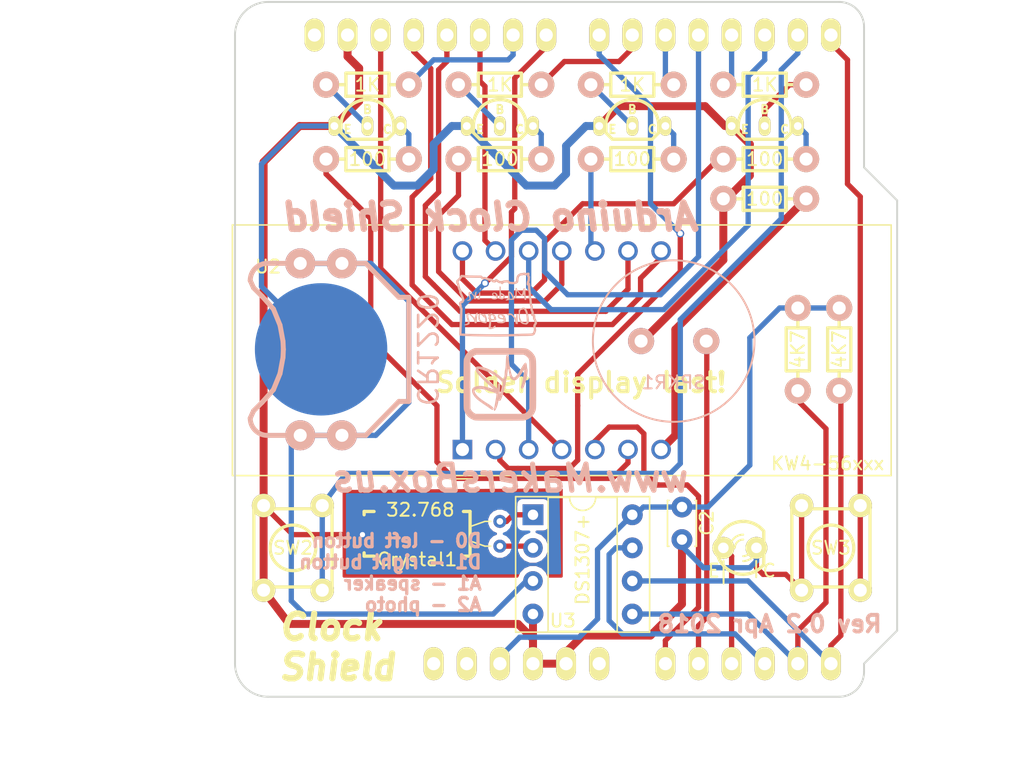
<source format=kicad_pcb>
(kicad_pcb (version 4) (host pcbnew 4.0.7)

  (general
    (links 64)
    (no_connects 0)
    (area 116.39 50.6508 198.020715 117.000001)
    (thickness 1.6)
    (drawings 21)
    (tracks 295)
    (zones 0)
    (modules 27)
    (nets 43)
  )

  (page USLetter)
  (title_block
    (title "Arduino Clock Shield")
    (date 2018-03-25)
    (rev 0.0)
    (company "Maker's Box")
    (comment 1 648.ken@gmail.com)
  )

  (layers
    (0 F.Cu signal)
    (31 B.Cu jumper)
    (32 B.Adhes user)
    (33 F.Adhes user)
    (34 B.Paste user)
    (35 F.Paste user)
    (36 B.SilkS user)
    (37 F.SilkS user)
    (38 B.Mask user)
    (39 F.Mask user)
    (40 Dwgs.User user)
    (41 Cmts.User user)
    (42 Eco1.User user)
    (43 Eco2.User user)
    (44 Edge.Cuts user)
    (45 Margin user)
    (46 B.CrtYd user)
    (47 F.CrtYd user)
    (48 B.Fab user)
    (49 F.Fab user)
  )

  (setup
    (last_trace_width 0.25)
    (user_trace_width 0.3048)
    (user_trace_width 0.4064)
    (user_trace_width 0.6096)
    (trace_clearance 0.2)
    (zone_clearance 0.4)
    (zone_45_only no)
    (trace_min 0.2)
    (segment_width 0.2)
    (edge_width 0.15)
    (via_size 0.6)
    (via_drill 0.4)
    (via_min_size 0.4)
    (via_min_drill 0.3)
    (uvia_size 0.3)
    (uvia_drill 0.1)
    (uvias_allowed no)
    (uvia_min_size 0.2)
    (uvia_min_drill 0.1)
    (pcb_text_width 0.3)
    (pcb_text_size 1.5 1.5)
    (mod_edge_width 0.15)
    (mod_text_size 1 1)
    (mod_text_width 0.15)
    (pad_size 1.5 1.5)
    (pad_drill 0.8)
    (pad_to_mask_clearance 0)
    (aux_axis_origin 0 0)
    (visible_elements 7FFFFFFF)
    (pcbplotparams
      (layerselection 0x00030_80000001)
      (usegerberextensions false)
      (excludeedgelayer true)
      (linewidth 0.100000)
      (plotframeref false)
      (viasonmask false)
      (mode 1)
      (useauxorigin false)
      (hpglpennumber 1)
      (hpglpenspeed 20)
      (hpglpendiameter 15)
      (hpglpenoverlay 2)
      (psnegative false)
      (psa4output false)
      (plotreference true)
      (plotvalue true)
      (plotinvisibletext false)
      (padsonsilk false)
      (subtractmaskfromsilk false)
      (outputformat 1)
      (mirror false)
      (drillshape 1)
      (scaleselection 1)
      (outputdirectory ""))
  )

  (net 0 "")
  (net 1 GND)
  (net 2 VCC)
  (net 3 "Net-(Q2-Pad2)")
  (net 4 "Net-(Q2-Pad3)")
  (net 5 "Net-(Q3-Pad2)")
  (net 6 "Net-(Q3-Pad3)")
  (net 7 "Net-(Q4-Pad2)")
  (net 8 "Net-(Q4-Pad3)")
  (net 9 "Net-(Q5-Pad2)")
  (net 10 "Net-(Q5-Pad3)")
  (net 11 "Net-(R7-Pad2)")
  (net 12 "Net-(R8-Pad2)")
  (net 13 "Net-(R9-Pad2)")
  (net 14 "Net-(R10-Pad2)")
  (net 15 "Net-(Crystal1-Pad2)")
  (net 16 "Net-(Crystal1-Pad1)")
  (net 17 /D12)
  (net 18 /D13)
  (net 19 /D11)
  (net 20 /A0)
  (net 21 /D0)
  (net 22 /D1)
  (net 23 /D10)
  (net 24 /A3)
  (net 25 /A1)
  (net 26 /A2)
  (net 27 /D9)
  (net 28 /D2)
  (net 29 /D3)
  (net 30 /D4)
  (net 31 /D5)
  (net 32 /D6)
  (net 33 /D7)
  (net 34 /A4)
  (net 35 /D8)
  (net 36 /A5)
  (net 37 "Net-(R1-Pad2)")
  (net 38 /VBAT)
  (net 39 "Net-(SHIELD1-PadV_IN)")
  (net 40 "Net-(SHIELD1-Pad3V3)")
  (net 41 "Net-(SHIELD1-PadRST)")
  (net 42 "Net-(SHIELD1-PadAREF)")

  (net_class Default "This is the default net class."
    (clearance 0.2)
    (trace_width 0.25)
    (via_dia 0.6)
    (via_drill 0.4)
    (uvia_dia 0.3)
    (uvia_drill 0.1)
    (add_net /A0)
    (add_net /A1)
    (add_net /A2)
    (add_net /A3)
    (add_net /A4)
    (add_net /A5)
    (add_net /D0)
    (add_net /D1)
    (add_net /D10)
    (add_net /D11)
    (add_net /D12)
    (add_net /D13)
    (add_net /D2)
    (add_net /D3)
    (add_net /D4)
    (add_net /D5)
    (add_net /D6)
    (add_net /D7)
    (add_net /D8)
    (add_net /D9)
    (add_net /VBAT)
    (add_net GND)
    (add_net "Net-(Crystal1-Pad1)")
    (add_net "Net-(Crystal1-Pad2)")
    (add_net "Net-(Q2-Pad2)")
    (add_net "Net-(Q2-Pad3)")
    (add_net "Net-(Q3-Pad2)")
    (add_net "Net-(Q3-Pad3)")
    (add_net "Net-(Q4-Pad2)")
    (add_net "Net-(Q4-Pad3)")
    (add_net "Net-(Q5-Pad2)")
    (add_net "Net-(Q5-Pad3)")
    (add_net "Net-(R1-Pad2)")
    (add_net "Net-(R10-Pad2)")
    (add_net "Net-(R7-Pad2)")
    (add_net "Net-(R8-Pad2)")
    (add_net "Net-(R9-Pad2)")
    (add_net "Net-(SHIELD1-Pad3V3)")
    (add_net "Net-(SHIELD1-PadAREF)")
    (add_net "Net-(SHIELD1-PadRST)")
    (add_net "Net-(SHIELD1-PadV_IN)")
    (add_net VCC)
  )

  (module footprints:CA56-12CGKWA (layer F.Cu) (tedit 5AB8458E) (tstamp 5AB886F8)
    (at 160.02 83.82)
    (descr "4 digit 7 segment green LED, http://www.kingbright.com/attachments/file/psearch/000/00/00/CA56-12CGKWA(Ver.9A).pdf")
    (tags "4 digit 7 segment green LED")
    (path /5A9F4FFB)
    (fp_text reference U2 (at -22.86 -7.62 180) (layer F.SilkS)
      (effects (font (size 1 1) (thickness 0.15)))
    )
    (fp_text value KW4-56xxx (at 20.066 7.493) (layer F.SilkS)
      (effects (font (size 1 1) (thickness 0.15)))
    )
    (fp_line (start -25.6 8.42) (end -25.6 -10.82) (layer F.SilkS) (width 0.12))
    (fp_line (start -25.6 8.42) (end 24.94 8.42) (layer F.SilkS) (width 0.12))
    (fp_line (start 24.94 8.42) (end 24.94 -10.82) (layer F.SilkS) (width 0.12))
    (fp_line (start 24.94 -10.82) (end -25.6 -10.82) (layer F.SilkS) (width 0.12))
    (fp_line (start -6.95 8.3) (end -7.95 7.3) (layer F.Fab) (width 0.1))
    (fp_line (start -7.95 7.3) (end -8.95 8.3) (layer F.Fab) (width 0.1))
    (fp_line (start -8.78 8.3) (end -25.48 8.3) (layer F.Fab) (width 0.1))
    (fp_line (start -25.73 8.55) (end -25.73 -10.95) (layer F.CrtYd) (width 0.05))
    (fp_line (start -25.73 -10.95) (end 25.07 -10.95) (layer F.CrtYd) (width 0.05))
    (fp_line (start 25.07 -10.95) (end 25.07 8.55) (layer F.CrtYd) (width 0.05))
    (fp_line (start 25.07 8.55) (end -25.73 8.55) (layer F.CrtYd) (width 0.05))
    (fp_line (start -8.95 8.67) (end -6.95 8.67) (layer F.SilkS) (width 0.12))
    (fp_line (start -25.48 8.3) (end -25.48 -10.7) (layer F.Fab) (width 0.1))
    (fp_line (start -25.48 -10.7) (end 24.82 -10.7) (layer F.Fab) (width 0.1))
    (fp_line (start 24.82 8.3) (end 24.82 -10.7) (layer F.Fab) (width 0.1))
    (fp_line (start -6.98 8.3) (end 24.82 8.3) (layer F.Fab) (width 0.1))
    (fp_text user %R (at -1.346 -1.708 90) (layer F.Fab)
      (effects (font (size 1 1) (thickness 0.15)))
    )
    (pad 14 thru_hole circle (at -7.95 -8.82 90) (size 1.5 1.5) (drill 1) (layers *.Cu *.Mask)
      (net 11 "Net-(R7-Pad2)"))
    (pad 13 thru_hole circle (at -5.41 -8.82 90) (size 1.5 1.5) (drill 1) (layers *.Cu *.Mask)
      (net 23 /D10))
    (pad 1 thru_hole rect (at -7.95 6.42 90) (size 1.5 1.5) (drill 1) (layers *.Cu *.Mask)
      (net 35 /D8))
    (pad 2 thru_hole circle (at -5.41 6.42 90) (size 1.5 1.5) (drill 1) (layers *.Cu *.Mask)
      (net 33 /D7))
    (pad 3 thru_hole circle (at -2.87 6.42 90) (size 1.5 1.5) (drill 1) (layers *.Cu *.Mask)
      (net 30 /D4))
    (pad 4 thru_hole circle (at -0.33 6.42 90) (size 1.5 1.5) (drill 1) (layers *.Cu *.Mask)
      (net 18 /D13))
    (pad 5 thru_hole circle (at 2.21 6.42 90) (size 1.5 1.5) (drill 1) (layers *.Cu *.Mask)
      (net 20 /A0))
    (pad 6 thru_hole circle (at 4.75 6.42 90) (size 1.5 1.5) (drill 1) (layers *.Cu *.Mask)
      (net 14 "Net-(R10-Pad2)"))
    (pad 7 thru_hole circle (at 7.29 6.42 90) (size 1.5 1.5) (drill 1) (layers *.Cu *.Mask)
      (net 37 "Net-(R1-Pad2)"))
    (pad 8 thru_hole circle (at 7.29 -8.82 90) (size 1.5 1.5) (drill 1) (layers *.Cu *.Mask)
      (net 17 /D12))
    (pad 9 thru_hole circle (at 4.75 -8.82 90) (size 1.5 1.5) (drill 1) (layers *.Cu *.Mask)
      (net 19 /D11))
    (pad 10 thru_hole circle (at 2.21 -8.82 90) (size 1.5 1.5) (drill 1) (layers *.Cu *.Mask)
      (net 13 "Net-(R9-Pad2)"))
    (pad 11 thru_hole circle (at -0.33 -8.82 90) (size 1.5 1.5) (drill 1) (layers *.Cu *.Mask)
      (net 12 "Net-(R8-Pad2)"))
    (pad 12 thru_hole circle (at -2.87 -8.82 90) (size 1.5 1.5) (drill 1) (layers *.Cu *.Mask)
      (net 28 /D2))
    (model ${KISYS3DMOD}/Displays_7-Segment.3dshapes/CA56-12CGKWA.wrl
      (at (xyz -0.25 -0.25 0))
      (scale (xyz 1 1 1))
      (rotate (xyz 0 0 -90))
    )
  )

  (module footprints:ARDUINO_SHIELD locked (layer F.Cu) (tedit 5AADA512) (tstamp 5AB7DB60)
    (at 116.84 109.22)
    (descr http://www.thingiverse.com/thing:9630)
    (path /5AB7DAC8)
    (fp_text reference SHIELD1 (at 5.715 -57.15) (layer F.SilkS) hide
      (effects (font (thickness 0.3048)))
    )
    (fp_text value ARDUINO_SHIELD (at 10.16 -54.61) (layer F.SilkS) hide
      (effects (font (thickness 0.3048)))
    )
    (fp_line (start 66.04 -40.64) (end 66.04 -52.07) (layer F.Fab) (width 0.1))
    (fp_line (start 66.04 -52.07) (end 64.77 -53.34) (layer F.Fab) (width 0.1))
    (fp_line (start 64.77 -53.34) (end 0 -53.34) (layer F.Fab) (width 0.1))
    (fp_line (start 66.04 0) (end 0 0) (layer F.Fab) (width 0.1))
    (fp_line (start 0 0) (end 0 -53.34) (layer F.Fab) (width 0.1))
    (fp_line (start 66.04 -40.64) (end 68.58 -38.1) (layer F.Fab) (width 0.1))
    (fp_line (start 68.58 -38.1) (end 68.58 -5.08) (layer F.Fab) (width 0.1))
    (fp_line (start 68.58 -5.08) (end 66.04 -2.54) (layer F.Fab) (width 0.1))
    (fp_line (start 66.04 -2.54) (end 66.04 0) (layer F.Fab) (width 0.1))
    (pad AD5 thru_hole oval (at 63.5 -2.54 90) (size 2.54 1.524) (drill 1.016) (layers *.Cu *.Mask F.SilkS)
      (net 36 /A5))
    (pad AD4 thru_hole oval (at 60.96 -2.54 90) (size 2.54 1.524) (drill 1.016) (layers *.Cu *.Mask F.SilkS)
      (net 34 /A4))
    (pad AD3 thru_hole oval (at 58.42 -2.54 90) (size 2.54 1.524) (drill 1.016) (layers *.Cu *.Mask F.SilkS)
      (net 24 /A3))
    (pad AD0 thru_hole oval (at 50.8 -2.54 90) (size 2.54 1.524) (drill 1.016) (layers *.Cu *.Mask F.SilkS)
      (net 20 /A0))
    (pad AD1 thru_hole oval (at 53.34 -2.54 90) (size 2.54 1.524) (drill 1.016) (layers *.Cu *.Mask F.SilkS)
      (net 25 /A1))
    (pad AD2 thru_hole oval (at 55.88 -2.54 90) (size 2.54 1.524) (drill 1.016) (layers *.Cu *.Mask F.SilkS)
      (net 26 /A2))
    (pad V_IN thru_hole oval (at 45.72 -2.54 90) (size 2.54 1.524) (drill 1.016) (layers *.Cu *.Mask F.SilkS)
      (net 39 "Net-(SHIELD1-PadV_IN)"))
    (pad GND2 thru_hole oval (at 43.18 -2.54 90) (size 2.54 1.524) (drill 1.016) (layers *.Cu *.Mask F.SilkS)
      (net 1 GND))
    (pad GND1 thru_hole oval (at 40.64 -2.54 90) (size 2.54 1.524) (drill 1.016) (layers *.Cu *.Mask F.SilkS)
      (net 1 GND))
    (pad 3V3 thru_hole oval (at 35.56 -2.54 90) (size 2.54 1.524) (drill 1.016) (layers *.Cu *.Mask F.SilkS)
      (net 40 "Net-(SHIELD1-Pad3V3)"))
    (pad RST thru_hole oval (at 33.02 -2.54 90) (size 2.54 1.524) (drill 1.016) (layers *.Cu *.Mask F.SilkS)
      (net 41 "Net-(SHIELD1-PadRST)"))
    (pad 0 thru_hole oval (at 63.5 -50.8 90) (size 2.54 1.524) (drill 1.016) (layers *.Cu *.Mask F.SilkS)
      (net 21 /D0))
    (pad 1 thru_hole oval (at 60.96 -50.8 90) (size 2.54 1.524) (drill 1.016) (layers *.Cu *.Mask F.SilkS)
      (net 22 /D1))
    (pad 2 thru_hole oval (at 58.42 -50.8 90) (size 2.54 1.524) (drill 1.016) (layers *.Cu *.Mask F.SilkS)
      (net 28 /D2))
    (pad 3 thru_hole oval (at 55.88 -50.8 90) (size 2.54 1.524) (drill 1.016) (layers *.Cu *.Mask F.SilkS)
      (net 29 /D3))
    (pad 4 thru_hole oval (at 53.34 -50.8 90) (size 2.54 1.524) (drill 1.016) (layers *.Cu *.Mask F.SilkS)
      (net 30 /D4))
    (pad 5 thru_hole oval (at 50.8 -50.8 90) (size 2.54 1.524) (drill 1.016) (layers *.Cu *.Mask F.SilkS)
      (net 31 /D5))
    (pad 6 thru_hole oval (at 48.26 -50.8 90) (size 2.54 1.524) (drill 1.016) (layers *.Cu *.Mask F.SilkS)
      (net 32 /D6))
    (pad 7 thru_hole oval (at 45.72 -50.8 90) (size 2.54 1.524) (drill 1.016) (layers *.Cu *.Mask F.SilkS)
      (net 33 /D7))
    (pad 8 thru_hole oval (at 41.656 -50.8 90) (size 2.54 1.524) (drill 1.016) (layers *.Cu *.Mask F.SilkS)
      (net 35 /D8))
    (pad 9 thru_hole oval (at 39.116 -50.8 90) (size 2.54 1.524) (drill 1.016) (layers *.Cu *.Mask F.SilkS)
      (net 27 /D9))
    (pad 10 thru_hole oval (at 36.576 -50.8 90) (size 2.54 1.524) (drill 1.016) (layers *.Cu *.Mask F.SilkS)
      (net 23 /D10))
    (pad 11 thru_hole oval (at 34.036 -50.8 90) (size 2.54 1.524) (drill 1.016) (layers *.Cu *.Mask F.SilkS)
      (net 19 /D11))
    (pad 12 thru_hole oval (at 31.496 -50.8 90) (size 2.54 1.524) (drill 1.016) (layers *.Cu *.Mask F.SilkS)
      (net 17 /D12))
    (pad 13 thru_hole oval (at 28.956 -50.8 90) (size 2.54 1.524) (drill 1.016) (layers *.Cu *.Mask F.SilkS)
      (net 18 /D13))
    (pad GND3 thru_hole oval (at 26.416 -50.8 90) (size 2.54 1.524) (drill 1.016) (layers *.Cu *.Mask F.SilkS)
      (net 1 GND))
    (pad AREF thru_hole oval (at 23.876 -50.8 90) (size 2.54 1.524) (drill 1.016) (layers *.Cu *.Mask F.SilkS)
      (net 42 "Net-(SHIELD1-PadAREF)"))
    (pad 5V thru_hole oval (at 38.1 -2.54 90) (size 2.54 1.524) (drill 1.016) (layers *.Cu *.Mask F.SilkS)
      (net 2 VCC))
  )

  (module footprints:Crystal_C38-LF_d3.0mm_l8.0mm_Horizontal_1EP_style1 (layer F.Cu) (tedit 5AF37749) (tstamp 5A9397C0)
    (at 154.94 95.758 270)
    (descr "Crystal THT C38-LF 8.0mm length 3.0mm diameter")
    (tags ['C38-LF'])
    (path /5A8E64A3)
    (fp_text reference Crystal1 (at 2.921 6.35 360) (layer F.SilkS)
      (effects (font (size 1 1) (thickness 0.15)))
    )
    (fp_text value 32.768 (at -0.889 6.096 360) (layer F.SilkS)
      (effects (font (size 1 1) (thickness 0.15)))
    )
    (fp_line (start -0.762 2.794) (end -0.762 2.286) (layer F.SilkS) (width 0.254))
    (fp_line (start -0.762 2.286) (end 2.667 2.286) (layer F.SilkS) (width 0.254))
    (fp_line (start 2.667 2.286) (end 2.667 2.794) (layer F.SilkS) (width 0.254))
    (fp_line (start 2.667 9.652) (end 2.667 10.414) (layer F.SilkS) (width 0.254))
    (fp_line (start 2.667 10.414) (end 2.413 10.414) (layer F.SilkS) (width 0.254))
    (fp_line (start -0.762 9.652) (end -0.762 10.414) (layer F.SilkS) (width 0.254))
    (fp_line (start -0.762 10.414) (end -0.508 10.414) (layer F.SilkS) (width 0.254))
    (fp_text user %R (at 0.95 5.25 270) (layer F.Fab)
      (effects (font (size 0.7 0.7) (thickness 0.105)))
    )
    (fp_line (start -0.55 2.5) (end -0.55 10.5) (layer F.Fab) (width 0.1))
    (fp_line (start -0.55 10.5) (end 2.45 10.5) (layer F.Fab) (width 0.1))
    (fp_line (start 2.45 10.5) (end 2.45 2.5) (layer F.Fab) (width 0.1))
    (fp_line (start 2.45 2.5) (end -0.55 2.5) (layer F.Fab) (width 0.1))
    (fp_line (start 0.405 2.5) (end 0 1.25) (layer F.Fab) (width 0.1))
    (fp_line (start 0 1.25) (end 0 0) (layer F.Fab) (width 0.1))
    (fp_line (start 1.495 2.5) (end 1.9 1.25) (layer F.Fab) (width 0.1))
    (fp_line (start 1.9 1.25) (end 1.9 0) (layer F.Fab) (width 0.1))
    (fp_line (start -0.75 2.8) (end -0.75 2.3) (layer F.SilkS) (width 0.12))
    (fp_line (start -0.75 2.3) (end 2.65 2.3) (layer F.SilkS) (width 0.12))
    (fp_line (start 2.65 2.3) (end 2.65 2.8) (layer F.SilkS) (width 0.12))
    (fp_line (start 0.405 2.3) (end 0 1.15) (layer F.SilkS) (width 0.12))
    (fp_line (start 0 1.15) (end 0 0.7) (layer F.SilkS) (width 0.12))
    (fp_line (start 1.495 2.3) (end 1.9 1.15) (layer F.SilkS) (width 0.12))
    (fp_line (start 1.9 1.15) (end 1.9 0.7) (layer F.SilkS) (width 0.12))
    (fp_line (start -1.3 -0.8) (end -1.3 11.3) (layer F.CrtYd) (width 0.05))
    (fp_line (start -1.3 11.3) (end 3.2 11.3) (layer F.CrtYd) (width 0.05))
    (fp_line (start 3.2 11.3) (end 3.2 -0.8) (layer F.CrtYd) (width 0.05))
    (fp_line (start 3.2 -0.8) (end -1.3 -0.8) (layer F.CrtYd) (width 0.05))
    (pad 2 thru_hole circle (at 0 0 270) (size 1 1) (drill 0.5) (layers *.Cu *.Mask)
      (net 15 "Net-(Crystal1-Pad2)"))
    (pad 1 thru_hole circle (at 1.9 0 270) (size 1 1) (drill 0.5) (layers *.Cu *.Mask)
      (net 16 "Net-(Crystal1-Pad1)"))
    (pad 3 smd rect (at 1.016 10.541 270) (size 2.5 1.25) (layers F.Cu F.Paste F.Mask)
      (net 1 GND))
    (model ${KISYS3DMOD}/Crystals.3dshapes/Crystal_C38-LF_d3.0mm_l8.0mm_Horizontal_1EP_style1.wrl
      (at (xyz 0 0 0))
      (scale (xyz 0.393701 0.393701 0.393701))
      (rotate (xyz 0 0 0))
    )
  )

  (module footprints:BATT_12mm_TH (layer B.Cu) (tedit 56EB89B1) (tstamp 5A939770)
    (at 141.224 82.55 90)
    (descr "Keystone type 3000 coin cell retainer")
    (path /5A8E7D04)
    (fp_text reference BT2 (at 0 4.5 90) (layer B.SilkS) hide
      (effects (font (thickness 0.3048)) (justify mirror))
    )
    (fp_text value 3V (at 0 -4.5 90) (layer B.SilkS) hide
      (effects (font (thickness 0.3048)) (justify mirror))
    )
    (fp_line (start 0.6096 -2.921) (end 1.8542 -3.1496) (layer B.SilkS) (width 0.381))
    (fp_line (start 1.8542 -3.1496) (end 3.0988 -3.6576) (layer B.SilkS) (width 0.381))
    (fp_line (start 3.0988 -3.6576) (end 4.064 -4.5212) (layer B.SilkS) (width 0.381))
    (fp_line (start 4.064 -4.5212) (end 4.7244 -5.1816) (layer B.SilkS) (width 0.381))
    (fp_line (start 4.7244 -5.1816) (end 5.2832 -5.4356) (layer B.SilkS) (width 0.381))
    (fp_line (start 0 -2.8956) (end 0.6096 -2.921) (layer B.SilkS) (width 0.381))
    (fp_line (start -3.0988 -3.6576) (end -4.064 -4.5212) (layer B.SilkS) (width 0.381))
    (fp_line (start -4.064 -4.5212) (end -4.7244 -5.1816) (layer B.SilkS) (width 0.381))
    (fp_line (start -5.2832 -5.4356) (end -4.7244 -5.1816) (layer B.SilkS) (width 0.381))
    (fp_line (start -3.0988 -3.6576) (end -1.8542 -3.1496) (layer B.SilkS) (width 0.381))
    (fp_line (start -1.8542 -3.1496) (end -0.6096 -2.921) (layer B.SilkS) (width 0.381))
    (fp_line (start -0.6096 -2.921) (end 0 -2.8956) (layer B.SilkS) (width 0.381))
    (fp_arc (start 5.2832 -4.1148) (end 6.604 -4.1148) (angle -90) (layer B.SilkS) (width 0.381))
    (fp_arc (start -5.2832 -4.1148) (end -5.2832 -5.4356) (angle -90) (layer B.SilkS) (width 0.381))
    (fp_line (start 6.604 3.429) (end 6.604 -4.064) (layer B.SilkS) (width 0.381))
    (fp_line (start -6.604 3.429) (end -6.604 -4.064) (layer B.SilkS) (width 0.381))
    (fp_line (start 4.0005 5.969) (end 6.604 3.429) (layer B.SilkS) (width 0.381))
    (fp_line (start -4.0005 5.969) (end -6.604 3.429) (layer B.SilkS) (width 0.381))
    (fp_line (start 3.9995 6.731) (end 3.9995 5.969) (layer B.SilkS) (width 0.381))
    (fp_line (start -4.0005 6.731) (end -4.0005 5.969) (layer B.SilkS) (width 0.381))
    (fp_line (start -4.0005 6.731) (end 4.0005 6.731) (layer B.SilkS) (width 0.381))
    (pad 1 thru_hole circle (at 6.6 1.6 90) (size 2.3 2.3) (drill 1) (layers *.Cu *.Mask B.SilkS)
      (net 38 /VBAT))
    (pad 1 thru_hole circle (at 6.6 -1.6 90) (size 2.3 2.3) (drill 1) (layers *.Cu *.Mask B.SilkS)
      (net 38 /VBAT))
    (pad 1 thru_hole circle (at -6.6 -1.6 90) (size 2.3 2.3) (drill 1) (layers *.Cu *.Mask B.SilkS)
      (net 38 /VBAT))
    (pad 1 thru_hole circle (at -6.6 1.6 90) (size 2.3 2.3) (drill 1) (layers *.Cu *.Mask B.SilkS)
      (net 38 /VBAT))
    (pad 2 smd circle (at 0 0 90) (size 10.16 10.16) (layers B.Cu B.Paste B.Mask)
      (net 1 GND))
    (model walter/battery_holders/keystone_3000.wrl
      (at (xyz 0 0 0))
      (scale (xyz 1 1 1))
      (rotate (xyz 0 0 0))
    )
  )

  (module footprints:C_Disc_D3.4mm_W2.1mm_P2.50mm (layer F.Cu) (tedit 5A9F78A7) (tstamp 5A9397A1)
    (at 168.91 97.155 90)
    (descr "C, Disc series, Radial, pin pitch=2.50mm, , diameter*width=3.4*2.1mm^2, Capacitor, http://www.vishay.com/docs/45233/krseries.pdf")
    (tags "C Disc series Radial pin pitch 2.50mm  diameter 3.4mm width 2.1mm Capacitor")
    (path /5A8E98CC)
    (fp_text reference C2 (at 1.27 1.905 90) (layer F.SilkS)
      (effects (font (size 1 1) (thickness 0.15)))
    )
    (fp_text value 0.1uF (at 1.25 2.36 90) (layer F.Fab)
      (effects (font (size 1 1) (thickness 0.15)))
    )
    (fp_line (start -0.45 -1.05) (end -0.45 1.05) (layer F.Fab) (width 0.1))
    (fp_line (start -0.45 1.05) (end 2.95 1.05) (layer F.Fab) (width 0.1))
    (fp_line (start 2.95 1.05) (end 2.95 -1.05) (layer F.Fab) (width 0.1))
    (fp_line (start 2.95 -1.05) (end -0.45 -1.05) (layer F.Fab) (width 0.1))
    (fp_line (start -0.51 -1.11) (end 3.01 -1.11) (layer F.SilkS) (width 0.12))
    (fp_line (start -0.51 1.11) (end 3.01 1.11) (layer F.SilkS) (width 0.12))
    (fp_line (start -0.51 -1.11) (end -0.51 -0.996) (layer F.SilkS) (width 0.12))
    (fp_line (start -0.51 0.996) (end -0.51 1.11) (layer F.SilkS) (width 0.12))
    (fp_line (start 3.01 -1.11) (end 3.01 -0.996) (layer F.SilkS) (width 0.12))
    (fp_line (start 3.01 0.996) (end 3.01 1.11) (layer F.SilkS) (width 0.12))
    (fp_line (start -1.05 -1.4) (end -1.05 1.4) (layer F.CrtYd) (width 0.05))
    (fp_line (start -1.05 1.4) (end 3.55 1.4) (layer F.CrtYd) (width 0.05))
    (fp_line (start 3.55 1.4) (end 3.55 -1.4) (layer F.CrtYd) (width 0.05))
    (fp_line (start 3.55 -1.4) (end -1.05 -1.4) (layer F.CrtYd) (width 0.05))
    (fp_text user %R (at 1.25 0 90) (layer F.Fab)
      (effects (font (size 1 1) (thickness 0.15)))
    )
    (pad 1 thru_hole circle (at 0 0 90) (size 1.6 1.6) (drill 0.8) (layers *.Cu *.Mask)
      (net 1 GND))
    (pad 2 thru_hole circle (at 2.5 0 90) (size 1.6 1.6) (drill 0.8) (layers *.Cu *.Mask)
      (net 2 VCC))
    (model ${KISYS3DMOD}/Capacitors_THT.3dshapes/C_Disc_D3.4mm_W2.1mm_P2.50mm.wrl
      (at (xyz 0 0 0))
      (scale (xyz 1 1 1))
      (rotate (xyz 0 0 0))
    )
  )

  (module footprints:PHOTO_TRANS (layer F.Cu) (tedit 5A8F8D17) (tstamp 5A939814)
    (at 173.355 97.79)
    (descr "LED 3mm - Lead pitch 100mil (2,54mm)")
    (tags "LED led 3mm 3MM 100mil 2,54mm")
    (path /5A8F5C4D)
    (fp_text reference Q1 (at 2.54 0 90) (layer F.SilkS) hide
      (effects (font (size 0.762 0.762) (thickness 0.0889)))
    )
    (fp_text value Photo (at 0.35921 0.35921 90) (layer F.SilkS) hide
      (effects (font (size 0.508 0.508) (thickness 0.127)))
    )
    (fp_line (start -1.25 2.5) (end -1.25 2.75) (layer F.SilkS) (width 0.15))
    (fp_line (start -1.25 1) (end -1.25 2.5) (layer F.SilkS) (width 0.15))
    (fp_line (start 1.25 1) (end 1.25 2.25) (layer F.SilkS) (width 0.15))
    (fp_text user E (at -2 1.75) (layer F.SilkS)
      (effects (font (size 1 1) (thickness 0.15)))
    )
    (fp_text user C (at 2.25 1.75) (layer F.SilkS)
      (effects (font (size 1 1) (thickness 0.15)))
    )
    (fp_line (start 1.8288 1.27) (end 1.8288 -1.27) (layer F.SilkS) (width 0.254))
    (fp_arc (start 0.254 0) (end -0.381 0) (angle 90) (layer F.SilkS) (width 0.1524))
    (fp_arc (start 0.254 0) (end -0.762 0) (angle 90) (layer F.SilkS) (width 0.1524))
    (fp_arc (start 0.254 0) (end 0.889 0) (angle 90) (layer F.SilkS) (width 0.1524))
    (fp_arc (start 0.254 0) (end 1.27 0) (angle 90) (layer F.SilkS) (width 0.1524))
    (fp_arc (start 0.254 0) (end 0.254 -2.032) (angle 50.1) (layer F.SilkS) (width 0.254))
    (fp_arc (start 0.254 0) (end -1.5367 -0.95504) (angle 61.9) (layer F.SilkS) (width 0.254))
    (fp_arc (start 0.254 0) (end 1.8034 1.31064) (angle 49.7) (layer F.SilkS) (width 0.254))
    (fp_arc (start 0.254 0) (end 0.254 2.032) (angle 60.2) (layer F.SilkS) (width 0.254))
    (fp_arc (start 0.254 0) (end -1.778 0) (angle 28.3) (layer F.SilkS) (width 0.254))
    (fp_arc (start 0.254 0) (end -1.47574 1.06426) (angle 31.6) (layer F.SilkS) (width 0.254))
    (pad 1 thru_hole circle (at -1.27 0) (size 1.6764 1.6764) (drill 0.8128) (layers *.Cu *.Mask F.SilkS)
      (net 26 /A2))
    (pad 2 thru_hole circle (at 1.27 0 45) (size 1.6764 1.6764) (drill 0.8128) (layers *.Cu *.Mask F.SilkS)
      (net 1 GND))
    (model discret/leds/led3_vertical_verde.wrl
      (at (xyz 0 0 0))
      (scale (xyz 1 1 1))
      (rotate (xyz 0 0 0))
    )
  )

  (module footprints:TO-92_NPN_EBC_wide (layer F.Cu) (tedit 56800174) (tstamp 5A939829)
    (at 172.72 65.405)
    (descr "TO-92 leads in-line, narrow, oval pads, drill 0.6mm (see NXP sot054_po.pdf)")
    (tags "to-92 sc-43 sc-43a sot54 PA33 transistor")
    (path /5A8E2E4D)
    (fp_text reference Q2 (at 1.778 -1.016) (layer F.SilkS) hide
      (effects (font (size 0.635 0.635) (thickness 0.127)))
    )
    (fp_text value 2N2222 (at 2.54 1.778) (layer F.SilkS) hide
      (effects (font (size 1 1) (thickness 0.15)))
    )
    (fp_line (start 0.508 0.508) (end 0.508 0) (layer F.SilkS) (width 0.254))
    (fp_line (start 4.572 0.508) (end 4.572 0) (layer F.SilkS) (width 0.254))
    (fp_arc (start 2.54 0) (end 2.54 -2.032) (angle 90) (layer F.SilkS) (width 0.254))
    (fp_arc (start 2.54 0) (end 0.508 0) (angle 90) (layer F.SilkS) (width 0.254))
    (fp_text user B (at 2.54 -1.27) (layer F.SilkS)
      (effects (font (size 0.635 0.635) (thickness 0.15)))
    )
    (fp_text user C (at 4.064 0.254) (layer F.SilkS)
      (effects (font (size 0.635 0.635) (thickness 0.15)))
    )
    (fp_text user E (at 1.016 0.254) (layer F.SilkS)
      (effects (font (size 0.635 0.635) (thickness 0.15)))
    )
    (fp_line (start 1.016 1.016) (end 0.508 0.508) (layer F.SilkS) (width 0.254))
    (fp_line (start 1.016 1.016) (end 4.064 1.016) (layer F.SilkS) (width 0.254))
    (fp_line (start 4.064 1.016) (end 4.572 0.508) (layer F.SilkS) (width 0.254))
    (pad 2 thru_hole oval (at 2.54 0 180) (size 0.89916 1.50114) (drill 0.6) (layers *.Cu *.Mask F.SilkS)
      (net 3 "Net-(Q2-Pad2)"))
    (pad 3 thru_hole oval (at 5.08 0 180) (size 0.89916 1.50114) (drill 0.6) (layers *.Cu *.Mask F.SilkS)
      (net 4 "Net-(Q2-Pad3)"))
    (pad 1 thru_hole oval (at 0 0 180) (size 0.89916 1.50114) (drill 0.6) (layers *.Cu *.Mask F.SilkS)
      (net 1 GND))
    (model TO_SOT_Packages_THT.3dshapes/TO-92_Inline_Narrow_Oval.wrl
      (at (xyz 0.05 0 0))
      (scale (xyz 1 1 1))
      (rotate (xyz 0 0 -90))
    )
  )

  (module footprints:TO-92_NPN_EBC_wide (layer F.Cu) (tedit 56800174) (tstamp 5A939839)
    (at 152.4 65.405)
    (descr "TO-92 leads in-line, narrow, oval pads, drill 0.6mm (see NXP sot054_po.pdf)")
    (tags "to-92 sc-43 sc-43a sot54 PA33 transistor")
    (path /5A8E34C6)
    (fp_text reference Q3 (at 1.778 -1.016) (layer F.SilkS) hide
      (effects (font (size 0.635 0.635) (thickness 0.127)))
    )
    (fp_text value 2N2222 (at 2.54 1.778) (layer F.SilkS) hide
      (effects (font (size 1 1) (thickness 0.15)))
    )
    (fp_line (start 0.508 0.508) (end 0.508 0) (layer F.SilkS) (width 0.254))
    (fp_line (start 4.572 0.508) (end 4.572 0) (layer F.SilkS) (width 0.254))
    (fp_arc (start 2.54 0) (end 2.54 -2.032) (angle 90) (layer F.SilkS) (width 0.254))
    (fp_arc (start 2.54 0) (end 0.508 0) (angle 90) (layer F.SilkS) (width 0.254))
    (fp_text user B (at 2.54 -1.27) (layer F.SilkS)
      (effects (font (size 0.635 0.635) (thickness 0.15)))
    )
    (fp_text user C (at 4.064 0.254) (layer F.SilkS)
      (effects (font (size 0.635 0.635) (thickness 0.15)))
    )
    (fp_text user E (at 1.016 0.254) (layer F.SilkS)
      (effects (font (size 0.635 0.635) (thickness 0.15)))
    )
    (fp_line (start 1.016 1.016) (end 0.508 0.508) (layer F.SilkS) (width 0.254))
    (fp_line (start 1.016 1.016) (end 4.064 1.016) (layer F.SilkS) (width 0.254))
    (fp_line (start 4.064 1.016) (end 4.572 0.508) (layer F.SilkS) (width 0.254))
    (pad 2 thru_hole oval (at 2.54 0 180) (size 0.89916 1.50114) (drill 0.6) (layers *.Cu *.Mask F.SilkS)
      (net 5 "Net-(Q3-Pad2)"))
    (pad 3 thru_hole oval (at 5.08 0 180) (size 0.89916 1.50114) (drill 0.6) (layers *.Cu *.Mask F.SilkS)
      (net 6 "Net-(Q3-Pad3)"))
    (pad 1 thru_hole oval (at 0 0 180) (size 0.89916 1.50114) (drill 0.6) (layers *.Cu *.Mask F.SilkS)
      (net 1 GND))
    (model TO_SOT_Packages_THT.3dshapes/TO-92_Inline_Narrow_Oval.wrl
      (at (xyz 0.05 0 0))
      (scale (xyz 1 1 1))
      (rotate (xyz 0 0 -90))
    )
  )

  (module footprints:TO-92_NPN_EBC_wide (layer F.Cu) (tedit 56800174) (tstamp 5A939849)
    (at 162.56 65.405)
    (descr "TO-92 leads in-line, narrow, oval pads, drill 0.6mm (see NXP sot054_po.pdf)")
    (tags "to-92 sc-43 sc-43a sot54 PA33 transistor")
    (path /5A8E35C2)
    (fp_text reference Q4 (at 1.778 -1.016) (layer F.SilkS) hide
      (effects (font (size 0.635 0.635) (thickness 0.127)))
    )
    (fp_text value 2N2222 (at 2.54 1.778) (layer F.SilkS) hide
      (effects (font (size 1 1) (thickness 0.15)))
    )
    (fp_line (start 0.508 0.508) (end 0.508 0) (layer F.SilkS) (width 0.254))
    (fp_line (start 4.572 0.508) (end 4.572 0) (layer F.SilkS) (width 0.254))
    (fp_arc (start 2.54 0) (end 2.54 -2.032) (angle 90) (layer F.SilkS) (width 0.254))
    (fp_arc (start 2.54 0) (end 0.508 0) (angle 90) (layer F.SilkS) (width 0.254))
    (fp_text user B (at 2.54 -1.27) (layer F.SilkS)
      (effects (font (size 0.635 0.635) (thickness 0.15)))
    )
    (fp_text user C (at 4.064 0.254) (layer F.SilkS)
      (effects (font (size 0.635 0.635) (thickness 0.15)))
    )
    (fp_text user E (at 1.016 0.254) (layer F.SilkS)
      (effects (font (size 0.635 0.635) (thickness 0.15)))
    )
    (fp_line (start 1.016 1.016) (end 0.508 0.508) (layer F.SilkS) (width 0.254))
    (fp_line (start 1.016 1.016) (end 4.064 1.016) (layer F.SilkS) (width 0.254))
    (fp_line (start 4.064 1.016) (end 4.572 0.508) (layer F.SilkS) (width 0.254))
    (pad 2 thru_hole oval (at 2.54 0 180) (size 0.89916 1.50114) (drill 0.6) (layers *.Cu *.Mask F.SilkS)
      (net 7 "Net-(Q4-Pad2)"))
    (pad 3 thru_hole oval (at 5.08 0 180) (size 0.89916 1.50114) (drill 0.6) (layers *.Cu *.Mask F.SilkS)
      (net 8 "Net-(Q4-Pad3)"))
    (pad 1 thru_hole oval (at 0 0 180) (size 0.89916 1.50114) (drill 0.6) (layers *.Cu *.Mask F.SilkS)
      (net 1 GND))
    (model TO_SOT_Packages_THT.3dshapes/TO-92_Inline_Narrow_Oval.wrl
      (at (xyz 0.05 0 0))
      (scale (xyz 1 1 1))
      (rotate (xyz 0 0 -90))
    )
  )

  (module footprints:TO-92_NPN_EBC_wide (layer F.Cu) (tedit 56800174) (tstamp 5A939859)
    (at 142.24 65.405)
    (descr "TO-92 leads in-line, narrow, oval pads, drill 0.6mm (see NXP sot054_po.pdf)")
    (tags "to-92 sc-43 sc-43a sot54 PA33 transistor")
    (path /5A8E35CE)
    (fp_text reference Q5 (at 1.778 -1.016) (layer F.SilkS) hide
      (effects (font (size 0.635 0.635) (thickness 0.127)))
    )
    (fp_text value 2N2222 (at 2.54 1.778) (layer F.SilkS) hide
      (effects (font (size 1 1) (thickness 0.15)))
    )
    (fp_line (start 0.508 0.508) (end 0.508 0) (layer F.SilkS) (width 0.254))
    (fp_line (start 4.572 0.508) (end 4.572 0) (layer F.SilkS) (width 0.254))
    (fp_arc (start 2.54 0) (end 2.54 -2.032) (angle 90) (layer F.SilkS) (width 0.254))
    (fp_arc (start 2.54 0) (end 0.508 0) (angle 90) (layer F.SilkS) (width 0.254))
    (fp_text user B (at 2.54 -1.27) (layer F.SilkS)
      (effects (font (size 0.635 0.635) (thickness 0.15)))
    )
    (fp_text user C (at 4.064 0.254) (layer F.SilkS)
      (effects (font (size 0.635 0.635) (thickness 0.15)))
    )
    (fp_text user E (at 1.016 0.254) (layer F.SilkS)
      (effects (font (size 0.635 0.635) (thickness 0.15)))
    )
    (fp_line (start 1.016 1.016) (end 0.508 0.508) (layer F.SilkS) (width 0.254))
    (fp_line (start 1.016 1.016) (end 4.064 1.016) (layer F.SilkS) (width 0.254))
    (fp_line (start 4.064 1.016) (end 4.572 0.508) (layer F.SilkS) (width 0.254))
    (pad 2 thru_hole oval (at 2.54 0 180) (size 0.89916 1.50114) (drill 0.6) (layers *.Cu *.Mask F.SilkS)
      (net 9 "Net-(Q5-Pad2)"))
    (pad 3 thru_hole oval (at 5.08 0 180) (size 0.89916 1.50114) (drill 0.6) (layers *.Cu *.Mask F.SilkS)
      (net 10 "Net-(Q5-Pad3)"))
    (pad 1 thru_hole oval (at 0 0 180) (size 0.89916 1.50114) (drill 0.6) (layers *.Cu *.Mask F.SilkS)
      (net 1 GND))
    (model TO_SOT_Packages_THT.3dshapes/TO-92_Inline_Narrow_Oval.wrl
      (at (xyz 0.05 0 0))
      (scale (xyz 1 1 1))
      (rotate (xyz 0 0 -90))
    )
  )

  (module footprints:Resistor_Horz (layer F.Cu) (tedit 5664956A) (tstamp 5A939869)
    (at 175.26 70.993)
    (descr "Resistor, Axial,  RM 10mm, 1/3W,")
    (tags "Resistor, Axial, RM 10mm, 1/3W,")
    (path /5A9F8696)
    (fp_text reference R1 (at 0 -1.905) (layer F.Fab)
      (effects (font (size 1 1) (thickness 0.15)))
    )
    (fp_text value 100 (at 0 0) (layer F.SilkS)
      (effects (font (size 1 1) (thickness 0.15)))
    )
    (fp_line (start -1.651 0) (end -2.413 0) (layer F.SilkS) (width 0.254))
    (fp_line (start 1.651 0) (end 2.413 0) (layer F.SilkS) (width 0.254))
    (fp_line (start 1.651 0.889) (end 1.651 0.635) (layer F.SilkS) (width 0.254))
    (fp_line (start 1.651 0.889) (end -1.651 0.889) (layer F.SilkS) (width 0.254))
    (fp_line (start -1.651 0.889) (end -1.651 -0.889) (layer F.SilkS) (width 0.254))
    (fp_line (start -1.651 -0.889) (end 1.651 -0.889) (layer F.SilkS) (width 0.254))
    (fp_line (start 1.651 -0.889) (end 1.651 0.635) (layer F.SilkS) (width 0.254))
    (pad 1 thru_hole circle (at -3.175 0) (size 1.99898 1.99898) (drill 1.00076) (layers *.Cu *.SilkS *.Mask)
      (net 1 GND))
    (pad 2 thru_hole circle (at 3.175 0) (size 1.99898 1.99898) (drill 1.00076) (layers *.Cu *.SilkS *.Mask)
      (net 37 "Net-(R1-Pad2)"))
    (model Resistors_ThroughHole.3dshapes/Resistor_Horizontal_RM10mm.wrl
      (at (xyz 0 0 0))
      (scale (xyz 0.4 0.4 0.4))
      (rotate (xyz 0 0 0))
    )
  )

  (module footprints:Resistor_Horz (layer F.Cu) (tedit 5664956A) (tstamp 5A939881)
    (at 175.26 62.23 180)
    (descr "Resistor, Axial,  RM 10mm, 1/3W,")
    (tags "Resistor, Axial, RM 10mm, 1/3W,")
    (path /5A8E4028)
    (fp_text reference R3 (at 0 -1.905 180) (layer F.Fab)
      (effects (font (size 1 1) (thickness 0.15)))
    )
    (fp_text value 1K (at 0 0 180) (layer F.SilkS)
      (effects (font (size 1 1) (thickness 0.15)))
    )
    (fp_line (start -1.651 0) (end -2.413 0) (layer F.SilkS) (width 0.254))
    (fp_line (start 1.651 0) (end 2.413 0) (layer F.SilkS) (width 0.254))
    (fp_line (start 1.651 0.889) (end 1.651 0.635) (layer F.SilkS) (width 0.254))
    (fp_line (start 1.651 0.889) (end -1.651 0.889) (layer F.SilkS) (width 0.254))
    (fp_line (start -1.651 0.889) (end -1.651 -0.889) (layer F.SilkS) (width 0.254))
    (fp_line (start -1.651 -0.889) (end 1.651 -0.889) (layer F.SilkS) (width 0.254))
    (fp_line (start 1.651 -0.889) (end 1.651 0.635) (layer F.SilkS) (width 0.254))
    (pad 1 thru_hole circle (at -3.175 0 180) (size 1.99898 1.99898) (drill 1.00076) (layers *.Cu *.SilkS *.Mask)
      (net 3 "Net-(Q2-Pad2)"))
    (pad 2 thru_hole circle (at 3.175 0 180) (size 1.99898 1.99898) (drill 1.00076) (layers *.Cu *.SilkS *.Mask)
      (net 29 /D3))
    (model Resistors_ThroughHole.3dshapes/Resistor_Horizontal_RM10mm.wrl
      (at (xyz 0 0 0))
      (scale (xyz 0.4 0.4 0.4))
      (rotate (xyz 0 0 0))
    )
  )

  (module footprints:Resistor_Horz (layer F.Cu) (tedit 5664956A) (tstamp 5A93988D)
    (at 154.94 62.23)
    (descr "Resistor, Axial,  RM 10mm, 1/3W,")
    (tags "Resistor, Axial, RM 10mm, 1/3W,")
    (path /5A8E4095)
    (fp_text reference R4 (at 0 -1.905) (layer F.Fab)
      (effects (font (size 1 1) (thickness 0.15)))
    )
    (fp_text value 1K (at 0 0) (layer F.SilkS)
      (effects (font (size 1 1) (thickness 0.15)))
    )
    (fp_line (start -1.651 0) (end -2.413 0) (layer F.SilkS) (width 0.254))
    (fp_line (start 1.651 0) (end 2.413 0) (layer F.SilkS) (width 0.254))
    (fp_line (start 1.651 0.889) (end 1.651 0.635) (layer F.SilkS) (width 0.254))
    (fp_line (start 1.651 0.889) (end -1.651 0.889) (layer F.SilkS) (width 0.254))
    (fp_line (start -1.651 0.889) (end -1.651 -0.889) (layer F.SilkS) (width 0.254))
    (fp_line (start -1.651 -0.889) (end 1.651 -0.889) (layer F.SilkS) (width 0.254))
    (fp_line (start 1.651 -0.889) (end 1.651 0.635) (layer F.SilkS) (width 0.254))
    (pad 1 thru_hole circle (at -3.175 0) (size 1.99898 1.99898) (drill 1.00076) (layers *.Cu *.SilkS *.Mask)
      (net 5 "Net-(Q3-Pad2)"))
    (pad 2 thru_hole circle (at 3.175 0) (size 1.99898 1.99898) (drill 1.00076) (layers *.Cu *.SilkS *.Mask)
      (net 32 /D6))
    (model Resistors_ThroughHole.3dshapes/Resistor_Horizontal_RM10mm.wrl
      (at (xyz 0 0 0))
      (scale (xyz 0.4 0.4 0.4))
      (rotate (xyz 0 0 0))
    )
  )

  (module footprints:Resistor_Horz (layer F.Cu) (tedit 5664956A) (tstamp 5A939899)
    (at 165.1 62.23)
    (descr "Resistor, Axial,  RM 10mm, 1/3W,")
    (tags "Resistor, Axial, RM 10mm, 1/3W,")
    (path /5A8E40F4)
    (fp_text reference R5 (at 0 -1.905) (layer F.Fab)
      (effects (font (size 1 1) (thickness 0.15)))
    )
    (fp_text value 1K (at 0 0) (layer F.SilkS)
      (effects (font (size 1 1) (thickness 0.15)))
    )
    (fp_line (start -1.651 0) (end -2.413 0) (layer F.SilkS) (width 0.254))
    (fp_line (start 1.651 0) (end 2.413 0) (layer F.SilkS) (width 0.254))
    (fp_line (start 1.651 0.889) (end 1.651 0.635) (layer F.SilkS) (width 0.254))
    (fp_line (start 1.651 0.889) (end -1.651 0.889) (layer F.SilkS) (width 0.254))
    (fp_line (start -1.651 0.889) (end -1.651 -0.889) (layer F.SilkS) (width 0.254))
    (fp_line (start -1.651 -0.889) (end 1.651 -0.889) (layer F.SilkS) (width 0.254))
    (fp_line (start 1.651 -0.889) (end 1.651 0.635) (layer F.SilkS) (width 0.254))
    (pad 1 thru_hole circle (at -3.175 0) (size 1.99898 1.99898) (drill 1.00076) (layers *.Cu *.SilkS *.Mask)
      (net 7 "Net-(Q4-Pad2)"))
    (pad 2 thru_hole circle (at 3.175 0) (size 1.99898 1.99898) (drill 1.00076) (layers *.Cu *.SilkS *.Mask)
      (net 31 /D5))
    (model Resistors_ThroughHole.3dshapes/Resistor_Horizontal_RM10mm.wrl
      (at (xyz 0 0 0))
      (scale (xyz 0.4 0.4 0.4))
      (rotate (xyz 0 0 0))
    )
  )

  (module footprints:Resistor_Horz (layer F.Cu) (tedit 5664956A) (tstamp 5A9398A5)
    (at 144.78 62.23)
    (descr "Resistor, Axial,  RM 10mm, 1/3W,")
    (tags "Resistor, Axial, RM 10mm, 1/3W,")
    (path /5A8E412F)
    (fp_text reference R6 (at 0 -1.905) (layer F.Fab)
      (effects (font (size 1 1) (thickness 0.15)))
    )
    (fp_text value 1K (at 0 0) (layer F.SilkS)
      (effects (font (size 1 1) (thickness 0.15)))
    )
    (fp_line (start -1.651 0) (end -2.413 0) (layer F.SilkS) (width 0.254))
    (fp_line (start 1.651 0) (end 2.413 0) (layer F.SilkS) (width 0.254))
    (fp_line (start 1.651 0.889) (end 1.651 0.635) (layer F.SilkS) (width 0.254))
    (fp_line (start 1.651 0.889) (end -1.651 0.889) (layer F.SilkS) (width 0.254))
    (fp_line (start -1.651 0.889) (end -1.651 -0.889) (layer F.SilkS) (width 0.254))
    (fp_line (start -1.651 -0.889) (end 1.651 -0.889) (layer F.SilkS) (width 0.254))
    (fp_line (start 1.651 -0.889) (end 1.651 0.635) (layer F.SilkS) (width 0.254))
    (pad 1 thru_hole circle (at -3.175 0) (size 1.99898 1.99898) (drill 1.00076) (layers *.Cu *.SilkS *.Mask)
      (net 9 "Net-(Q5-Pad2)"))
    (pad 2 thru_hole circle (at 3.175 0) (size 1.99898 1.99898) (drill 1.00076) (layers *.Cu *.SilkS *.Mask)
      (net 27 /D9))
    (model Resistors_ThroughHole.3dshapes/Resistor_Horizontal_RM10mm.wrl
      (at (xyz 0 0 0))
      (scale (xyz 0.4 0.4 0.4))
      (rotate (xyz 0 0 0))
    )
  )

  (module footprints:Resistor_Horz (layer F.Cu) (tedit 5664956A) (tstamp 5A9398B1)
    (at 175.26 67.945 180)
    (descr "Resistor, Axial,  RM 10mm, 1/3W,")
    (tags "Resistor, Axial, RM 10mm, 1/3W,")
    (path /5A8E30A1)
    (fp_text reference R7 (at 0 -1.905 180) (layer F.Fab)
      (effects (font (size 1 1) (thickness 0.15)))
    )
    (fp_text value 100 (at 0 0 180) (layer F.SilkS)
      (effects (font (size 1 1) (thickness 0.15)))
    )
    (fp_line (start -1.651 0) (end -2.413 0) (layer F.SilkS) (width 0.254))
    (fp_line (start 1.651 0) (end 2.413 0) (layer F.SilkS) (width 0.254))
    (fp_line (start 1.651 0.889) (end 1.651 0.635) (layer F.SilkS) (width 0.254))
    (fp_line (start 1.651 0.889) (end -1.651 0.889) (layer F.SilkS) (width 0.254))
    (fp_line (start -1.651 0.889) (end -1.651 -0.889) (layer F.SilkS) (width 0.254))
    (fp_line (start -1.651 -0.889) (end 1.651 -0.889) (layer F.SilkS) (width 0.254))
    (fp_line (start 1.651 -0.889) (end 1.651 0.635) (layer F.SilkS) (width 0.254))
    (pad 1 thru_hole circle (at -3.175 0 180) (size 1.99898 1.99898) (drill 1.00076) (layers *.Cu *.SilkS *.Mask)
      (net 4 "Net-(Q2-Pad3)"))
    (pad 2 thru_hole circle (at 3.175 0 180) (size 1.99898 1.99898) (drill 1.00076) (layers *.Cu *.SilkS *.Mask)
      (net 11 "Net-(R7-Pad2)"))
    (model Resistors_ThroughHole.3dshapes/Resistor_Horizontal_RM10mm.wrl
      (at (xyz 0 0 0))
      (scale (xyz 0.4 0.4 0.4))
      (rotate (xyz 0 0 0))
    )
  )

  (module footprints:Resistor_Horz (layer F.Cu) (tedit 5664956A) (tstamp 5A9398BD)
    (at 154.94 67.945 180)
    (descr "Resistor, Axial,  RM 10mm, 1/3W,")
    (tags "Resistor, Axial, RM 10mm, 1/3W,")
    (path /5A8E34CC)
    (fp_text reference R8 (at 0 -1.905 180) (layer F.Fab)
      (effects (font (size 1 1) (thickness 0.15)))
    )
    (fp_text value 100 (at 0 0 180) (layer F.SilkS)
      (effects (font (size 1 1) (thickness 0.15)))
    )
    (fp_line (start -1.651 0) (end -2.413 0) (layer F.SilkS) (width 0.254))
    (fp_line (start 1.651 0) (end 2.413 0) (layer F.SilkS) (width 0.254))
    (fp_line (start 1.651 0.889) (end 1.651 0.635) (layer F.SilkS) (width 0.254))
    (fp_line (start 1.651 0.889) (end -1.651 0.889) (layer F.SilkS) (width 0.254))
    (fp_line (start -1.651 0.889) (end -1.651 -0.889) (layer F.SilkS) (width 0.254))
    (fp_line (start -1.651 -0.889) (end 1.651 -0.889) (layer F.SilkS) (width 0.254))
    (fp_line (start 1.651 -0.889) (end 1.651 0.635) (layer F.SilkS) (width 0.254))
    (pad 1 thru_hole circle (at -3.175 0 180) (size 1.99898 1.99898) (drill 1.00076) (layers *.Cu *.SilkS *.Mask)
      (net 6 "Net-(Q3-Pad3)"))
    (pad 2 thru_hole circle (at 3.175 0 180) (size 1.99898 1.99898) (drill 1.00076) (layers *.Cu *.SilkS *.Mask)
      (net 12 "Net-(R8-Pad2)"))
    (model Resistors_ThroughHole.3dshapes/Resistor_Horizontal_RM10mm.wrl
      (at (xyz 0 0 0))
      (scale (xyz 0.4 0.4 0.4))
      (rotate (xyz 0 0 0))
    )
  )

  (module footprints:Resistor_Horz (layer F.Cu) (tedit 5664956A) (tstamp 5A9398C9)
    (at 165.1 67.945 180)
    (descr "Resistor, Axial,  RM 10mm, 1/3W,")
    (tags "Resistor, Axial, RM 10mm, 1/3W,")
    (path /5A8E35C8)
    (fp_text reference R9 (at 0 -1.905 180) (layer F.Fab)
      (effects (font (size 1 1) (thickness 0.15)))
    )
    (fp_text value 100 (at 0 0 180) (layer F.SilkS)
      (effects (font (size 1 1) (thickness 0.15)))
    )
    (fp_line (start -1.651 0) (end -2.413 0) (layer F.SilkS) (width 0.254))
    (fp_line (start 1.651 0) (end 2.413 0) (layer F.SilkS) (width 0.254))
    (fp_line (start 1.651 0.889) (end 1.651 0.635) (layer F.SilkS) (width 0.254))
    (fp_line (start 1.651 0.889) (end -1.651 0.889) (layer F.SilkS) (width 0.254))
    (fp_line (start -1.651 0.889) (end -1.651 -0.889) (layer F.SilkS) (width 0.254))
    (fp_line (start -1.651 -0.889) (end 1.651 -0.889) (layer F.SilkS) (width 0.254))
    (fp_line (start 1.651 -0.889) (end 1.651 0.635) (layer F.SilkS) (width 0.254))
    (pad 1 thru_hole circle (at -3.175 0 180) (size 1.99898 1.99898) (drill 1.00076) (layers *.Cu *.SilkS *.Mask)
      (net 8 "Net-(Q4-Pad3)"))
    (pad 2 thru_hole circle (at 3.175 0 180) (size 1.99898 1.99898) (drill 1.00076) (layers *.Cu *.SilkS *.Mask)
      (net 13 "Net-(R9-Pad2)"))
    (model Resistors_ThroughHole.3dshapes/Resistor_Horizontal_RM10mm.wrl
      (at (xyz 0 0 0))
      (scale (xyz 0.4 0.4 0.4))
      (rotate (xyz 0 0 0))
    )
  )

  (module footprints:Resistor_Horz (layer F.Cu) (tedit 5664956A) (tstamp 5A9398D5)
    (at 144.78 67.945 180)
    (descr "Resistor, Axial,  RM 10mm, 1/3W,")
    (tags "Resistor, Axial, RM 10mm, 1/3W,")
    (path /5A8E35D4)
    (fp_text reference R10 (at 0 -1.905 180) (layer F.Fab)
      (effects (font (size 1 1) (thickness 0.15)))
    )
    (fp_text value 100 (at 0 0 180) (layer F.SilkS)
      (effects (font (size 1 1) (thickness 0.15)))
    )
    (fp_line (start -1.651 0) (end -2.413 0) (layer F.SilkS) (width 0.254))
    (fp_line (start 1.651 0) (end 2.413 0) (layer F.SilkS) (width 0.254))
    (fp_line (start 1.651 0.889) (end 1.651 0.635) (layer F.SilkS) (width 0.254))
    (fp_line (start 1.651 0.889) (end -1.651 0.889) (layer F.SilkS) (width 0.254))
    (fp_line (start -1.651 0.889) (end -1.651 -0.889) (layer F.SilkS) (width 0.254))
    (fp_line (start -1.651 -0.889) (end 1.651 -0.889) (layer F.SilkS) (width 0.254))
    (fp_line (start 1.651 -0.889) (end 1.651 0.635) (layer F.SilkS) (width 0.254))
    (pad 1 thru_hole circle (at -3.175 0 180) (size 1.99898 1.99898) (drill 1.00076) (layers *.Cu *.SilkS *.Mask)
      (net 10 "Net-(Q5-Pad3)"))
    (pad 2 thru_hole circle (at 3.175 0 180) (size 1.99898 1.99898) (drill 1.00076) (layers *.Cu *.SilkS *.Mask)
      (net 14 "Net-(R10-Pad2)"))
    (model Resistors_ThroughHole.3dshapes/Resistor_Horizontal_RM10mm.wrl
      (at (xyz 0 0 0))
      (scale (xyz 0.4 0.4 0.4))
      (rotate (xyz 0 0 0))
    )
  )

  (module footprints:PS1240_piezo (layer B.Cu) (tedit 5AB87DE9) (tstamp 5A9398F9)
    (at 168.275 81.915 180)
    (descr "piezo speaker 12 mm")
    (tags "buzzer speaker piezo")
    (path /5A8EFCB4)
    (fp_text reference SPKR1 (at 0 -3.175 180) (layer B.SilkS)
      (effects (font (size 1 1) (thickness 0.15)) (justify mirror))
    )
    (fp_text value Speaker (at 0 -3.5 180) (layer B.Fab)
      (effects (font (size 1 1) (thickness 0.15)) (justify mirror))
    )
    (fp_circle (center 0 0) (end 6.20014 0) (layer B.SilkS) (width 0.15))
    (pad 1 thru_hole circle (at -2.5 0 180) (size 2 2) (drill 1.00076) (layers *.Cu *.Mask B.SilkS)
      (net 25 /A1))
    (pad 2 thru_hole circle (at 2.5 0 180) (size 2 2) (drill 1.00076) (layers *.Cu *.Mask B.SilkS)
      (net 1 GND))
    (model Buzzers_Beepers.3dshapes/Buzzer_12x9.5RM7.6.wrl
      (at (xyz 0 0 0))
      (scale (xyz 4 4 4))
      (rotate (xyz 0 0 0))
    )
  )

  (module footprints:SW_PUSH_SMALL (layer F.Cu) (tedit 5A9F7A38) (tstamp 5A93990F)
    (at 139.065 97.79 270)
    (path /5A8F0FFF)
    (fp_text reference SW2 (at 0 0 360) (layer F.SilkS)
      (effects (font (size 1 1) (thickness 0.15)))
    )
    (fp_text value SW_Push (at 0 2 270) (layer F.Fab) hide
      (effects (font (size 0.3 0.3) (thickness 0.075)))
    )
    (fp_line (start -3 -3) (end 3 -3) (layer F.SilkS) (width 0.25))
    (fp_line (start 3 -3) (end 3 3) (layer F.SilkS) (width 0.25))
    (fp_line (start 3 3) (end -3 3) (layer F.SilkS) (width 0.25))
    (fp_line (start -3 3) (end -3 -3) (layer F.SilkS) (width 0.25))
    (fp_circle (center 0 0) (end -1.75 0) (layer F.SilkS) (width 0.25))
    (pad 1 thru_hole circle (at 3.25 -2.25 270) (size 1.8 1.8) (drill 1) (layers *.Cu *.Mask F.SilkS)
      (net 22 /D1))
    (pad 2 thru_hole circle (at 3.25 2.25 270) (size 1.8 1.8) (drill 1) (layers *.Cu *.Mask F.SilkS)
      (net 1 GND))
    (pad 1 thru_hole circle (at -3.25 -2.25 270) (size 1.8 1.8) (drill 1) (layers *.Cu *.Mask F.SilkS)
      (net 22 /D1))
    (pad 2 thru_hole circle (at -3.25 2.25 270) (size 1.8 1.8) (drill 1) (layers *.Cu *.Mask F.SilkS)
      (net 1 GND))
  )

  (module footprints:SW_PUSH_SMALL (layer F.Cu) (tedit 5A9F7A33) (tstamp 5A93991B)
    (at 180.34 97.79 270)
    (path /5A8F0F9E)
    (fp_text reference SW3 (at 0 0 360) (layer F.SilkS)
      (effects (font (size 1 1) (thickness 0.15)))
    )
    (fp_text value SW_Push (at 0 2 270) (layer F.Fab) hide
      (effects (font (size 0.3 0.3) (thickness 0.075)))
    )
    (fp_line (start -3 -3) (end 3 -3) (layer F.SilkS) (width 0.25))
    (fp_line (start 3 -3) (end 3 3) (layer F.SilkS) (width 0.25))
    (fp_line (start 3 3) (end -3 3) (layer F.SilkS) (width 0.25))
    (fp_line (start -3 3) (end -3 -3) (layer F.SilkS) (width 0.25))
    (fp_circle (center 0 0) (end -1.75 0) (layer F.SilkS) (width 0.25))
    (pad 1 thru_hole circle (at 3.25 -2.25 270) (size 1.8 1.8) (drill 1) (layers *.Cu *.Mask F.SilkS)
      (net 21 /D0))
    (pad 2 thru_hole circle (at 3.25 2.25 270) (size 1.8 1.8) (drill 1) (layers *.Cu *.Mask F.SilkS)
      (net 1 GND))
    (pad 1 thru_hole circle (at -3.25 -2.25 270) (size 1.8 1.8) (drill 1) (layers *.Cu *.Mask F.SilkS)
      (net 21 /D0))
    (pad 2 thru_hole circle (at -3.25 2.25 270) (size 1.8 1.8) (drill 1) (layers *.Cu *.Mask F.SilkS)
      (net 1 GND))
  )

  (module myFootPrints:MB225rev (layer F.Cu) (tedit 0) (tstamp 5A9F7D5D)
    (at 154.94 85.217)
    (fp_text reference VAL (at 0 0) (layer F.SilkS) hide
      (effects (font (size 1.143 1.143) (thickness 0.1778)))
    )
    (fp_text value MB225rev (at 0 0) (layer F.SilkS) hide
      (effects (font (size 1.143 1.143) (thickness 0.1778)))
    )
    (fp_poly (pts (xy -2.78638 0.6096) (xy -2.78638 0.85344) (xy -2.78638 1.0668) (xy -2.78384 1.24714)
      (xy -2.78384 1.40208) (xy -2.7813 1.53162) (xy -2.7813 1.64084) (xy -2.77876 1.7272)
      (xy -2.77622 1.79832) (xy -2.77114 1.8542) (xy -2.7686 1.89738) (xy -2.76352 1.93294)
      (xy -2.75844 1.96088) (xy -2.75336 1.98374) (xy -2.74828 1.99644) (xy -2.667 2.19964)
      (xy -2.5527 2.37744) (xy -2.40792 2.53238) (xy -2.26822 2.63398) (xy -2.26822 -0.81026)
      (xy -2.26822 -1.0287) (xy -2.26568 -1.21666) (xy -2.26568 -1.37668) (xy -2.26314 -1.5113)
      (xy -2.25806 -1.6256) (xy -2.25298 -1.71704) (xy -2.24536 -1.7907) (xy -2.23774 -1.85166)
      (xy -2.22758 -1.89992) (xy -2.21488 -1.93802) (xy -2.19964 -1.9685) (xy -2.18186 -1.9939)
      (xy -2.16154 -2.0193) (xy -2.13868 -2.04216) (xy -2.11328 -2.0701) (xy -2.0447 -2.13106)
      (xy -1.9685 -2.18694) (xy -1.92024 -2.21234) (xy -1.81356 -2.25806) (xy 0 -2.25806)
      (xy 1.81356 -2.25806) (xy 1.92024 -2.21234) (xy 2.01168 -2.15646) (xy 2.09804 -2.0828)
      (xy 2.11582 -2.06248) (xy 2.14376 -2.03454) (xy 2.16662 -2.01168) (xy 2.1844 -1.98628)
      (xy 2.20218 -1.95834) (xy 2.21742 -1.92786) (xy 2.23012 -1.88976) (xy 2.24028 -1.8415)
      (xy 2.2479 -1.78054) (xy 2.25552 -1.70434) (xy 2.2606 -1.61036) (xy 2.26314 -1.49606)
      (xy 2.26568 -1.3589) (xy 2.26822 -1.19888) (xy 2.26822 -1.00838) (xy 2.26822 -0.7874)
      (xy 2.26822 -0.53594) (xy 2.26568 -0.24638) (xy 2.26568 0.05334) (xy 2.2606 1.87452)
      (xy 2.21234 1.96596) (xy 2.13868 2.0828) (xy 2.04978 2.16916) (xy 1.93294 2.23774)
      (xy 1.87452 2.26314) (xy 1.8542 2.26822) (xy 1.81102 2.27076) (xy 1.74244 2.27584)
      (xy 1.651 2.27838) (xy 1.53416 2.28092) (xy 1.38684 2.28092) (xy 1.20904 2.28346)
      (xy 1.00076 2.28346) (xy 0.75692 2.28346) (xy 0.47752 2.28346) (xy 0.16002 2.28346)
      (xy -0.02032 2.28346) (xy -1.8542 2.28092) (xy -1.94818 2.23012) (xy -2.07264 2.1463)
      (xy -2.1717 2.03454) (xy -2.21234 1.96596) (xy -2.25806 1.87452) (xy -2.26568 0.0508)
      (xy -2.26568 -0.27178) (xy -2.26568 -0.5588) (xy -2.26822 -0.81026) (xy -2.26822 2.63398)
      (xy -2.2352 2.65684) (xy -2.03708 2.75082) (xy -1.98628 2.7686) (xy -1.96342 2.77622)
      (xy -1.94056 2.7813) (xy -1.91008 2.78638) (xy -1.86944 2.78892) (xy -1.81864 2.794)
      (xy -1.75514 2.79654) (xy -1.67386 2.79908) (xy -1.5748 2.80162) (xy -1.45542 2.80416)
      (xy -1.3081 2.80416) (xy -1.13538 2.8067) (xy -0.93218 2.8067) (xy -0.6985 2.8067)
      (xy -0.42926 2.80924) (xy -0.12192 2.80924) (xy -0.08128 2.80924) (xy 0.18796 2.80924)
      (xy 0.44704 2.80924) (xy 0.69596 2.80924) (xy 0.9271 2.80924) (xy 1.13792 2.8067)
      (xy 1.32842 2.8067) (xy 1.49352 2.80416) (xy 1.62814 2.80162) (xy 1.73482 2.80162)
      (xy 1.8034 2.79908) (xy 1.83388 2.79654) (xy 2.03454 2.75082) (xy 2.21996 2.667)
      (xy 2.38506 2.5527) (xy 2.52984 2.40792) (xy 2.64668 2.2352) (xy 2.73558 2.03962)
      (xy 2.74828 1.99644) (xy 2.7559 1.97358) (xy 2.76098 1.94818) (xy 2.76606 1.9177)
      (xy 2.77114 1.88214) (xy 2.77368 1.83388) (xy 2.77622 1.77292) (xy 2.77876 1.69672)
      (xy 2.7813 1.6002) (xy 2.78384 1.4859) (xy 2.78384 1.3462) (xy 2.78638 1.18364)
      (xy 2.78638 0.98806) (xy 2.78638 0.76454) (xy 2.78638 0.508) (xy 2.78638 0.21336)
      (xy 2.78638 0.02032) (xy 2.78638 -0.30226) (xy 2.78638 -0.58928) (xy 2.78638 -0.84074)
      (xy 2.78638 -1.05664) (xy 2.78638 -1.2446) (xy 2.78384 -1.40716) (xy 2.7813 -1.54432)
      (xy 2.77622 -1.65862) (xy 2.77368 -1.75514) (xy 2.76606 -1.83388) (xy 2.75844 -1.89992)
      (xy 2.75082 -1.95326) (xy 2.74066 -1.99898) (xy 2.72542 -2.03962) (xy 2.71272 -2.07518)
      (xy 2.69494 -2.11328) (xy 2.67462 -2.15138) (xy 2.6543 -2.19202) (xy 2.58826 -2.29362)
      (xy 2.49936 -2.40284) (xy 2.39522 -2.50444) (xy 2.28854 -2.5908) (xy 2.23012 -2.6289)
      (xy 2.18948 -2.65176) (xy 2.15392 -2.67208) (xy 2.1209 -2.68986) (xy 2.08534 -2.7051)
      (xy 2.04724 -2.7178) (xy 2.00152 -2.72796) (xy 1.94818 -2.73812) (xy 1.88468 -2.74574)
      (xy 1.8034 -2.75082) (xy 1.70942 -2.7559) (xy 1.59258 -2.75844) (xy 1.45542 -2.76352)
      (xy 1.29286 -2.76352) (xy 1.1049 -2.76606) (xy 0.88646 -2.76606) (xy 0.635 -2.76606)
      (xy 0.34798 -2.76606) (xy 0.02286 -2.76606) (xy -0.02032 -2.76606) (xy -1.91516 -2.76606)
      (xy -2.04724 -2.71526) (xy -2.24282 -2.61874) (xy -2.41046 -2.49682) (xy -2.5527 -2.34442)
      (xy -2.66446 -2.16154) (xy -2.74828 -1.96596) (xy -2.7559 -1.94564) (xy -2.76098 -1.92278)
      (xy -2.76606 -1.89484) (xy -2.7686 -1.85928) (xy -2.77368 -1.81356) (xy -2.77622 -1.75768)
      (xy -2.77876 -1.68402) (xy -2.7813 -1.59258) (xy -2.78384 -1.48082) (xy -2.78384 -1.3462)
      (xy -2.78638 -1.18618) (xy -2.78638 -0.99822) (xy -2.78638 -0.77978) (xy -2.78638 -0.52832)
      (xy -2.78638 -0.23876) (xy -2.78638 0.01016) (xy -2.78638 0.32766) (xy -2.78638 0.6096)
      (xy -2.78638 0.6096)) (layer B.SilkS) (width 0.00254))
    (fp_poly (pts (xy -2.14122 0.51562) (xy -2.1209 0.63246) (xy -2.06756 0.76708) (xy -1.9812 0.90932)
      (xy -1.92532 0.98298) (xy -1.86436 1.0541) (xy -1.79578 1.12268) (xy -1.7145 1.19634)
      (xy -1.6129 1.27762) (xy -1.49098 1.36652) (xy -1.34366 1.47066) (xy -1.19634 1.57226)
      (xy -1.08458 1.64592) (xy -0.9779 1.71958) (xy -0.88392 1.78562) (xy -0.81026 1.83896)
      (xy -0.75946 1.87452) (xy -0.75438 1.87706) (xy -0.69342 1.92278) (xy -0.62992 1.95834)
      (xy -0.60452 1.97104) (xy -0.55626 1.9812) (xy -0.52832 1.97358) (xy -0.51308 1.9558)
      (xy -0.49022 1.90754) (xy -0.48514 1.8796) (xy -0.50546 1.8288) (xy -0.5588 1.7653)
      (xy -0.64516 1.6891) (xy -0.762 1.60274) (xy -0.90932 1.50876) (xy -0.9398 1.49098)
      (xy -1.17856 1.34112) (xy -1.38938 1.19634) (xy -1.56718 1.05664) (xy -1.71196 0.92202)
      (xy -1.82118 0.79756) (xy -1.8923 0.6858) (xy -1.9304 0.59944) (xy -1.9431 0.53594)
      (xy -1.92786 0.48768) (xy -1.8923 0.44958) (xy -1.80594 0.40386) (xy -1.6891 0.37592)
      (xy -1.54432 0.37084) (xy -1.37668 0.381) (xy -1.19126 0.41402) (xy -1.06172 0.4445)
      (xy -0.97282 0.4699) (xy -0.8636 0.50546) (xy -0.74676 0.54356) (xy -0.62738 0.58674)
      (xy -0.51562 0.62992) (xy -0.41402 0.67056) (xy -0.33528 0.70612) (xy -0.28448 0.73152)
      (xy -0.27432 0.7366) (xy -0.26416 0.74676) (xy -0.25908 0.76708) (xy -0.25908 0.8001)
      (xy -0.26416 0.85344) (xy -0.27432 0.9271) (xy -0.28956 1.03124) (xy -0.31242 1.1684)
      (xy -0.32512 1.23698) (xy -0.34798 1.37668) (xy -0.37084 1.50876) (xy -0.3937 1.62814)
      (xy -0.41148 1.72466) (xy -0.42164 1.79324) (xy -0.42672 1.81356) (xy -0.44704 1.92786)
      (xy -0.45212 2.0066) (xy -0.44196 2.04978) (xy -0.41656 2.0574) (xy -0.37592 2.02946)
      (xy -0.35814 2.00914) (xy -0.31242 1.93802) (xy -0.26162 1.83642) (xy -0.2159 1.7145)
      (xy -0.17272 1.58242) (xy -0.14224 1.45796) (xy -0.127 1.37668) (xy -0.11176 1.31318)
      (xy -0.09906 1.27254) (xy -0.09652 1.26492) (xy -0.07112 1.26492) (xy -0.03302 1.27508)
      (xy 0.00508 1.28524) (xy 0.03556 1.27) (xy 0.05842 1.24206) (xy 0.09144 1.17856)
      (xy 0.12954 1.08712) (xy 0.17526 0.9652) (xy 0.22098 0.8255) (xy 0.26924 0.6731)
      (xy 0.3175 0.51308) (xy 0.36068 0.35306) (xy 0.39878 0.20066) (xy 0.42926 0.0635)
      (xy 0.45212 -0.05588) (xy 0.46482 -0.14478) (xy 0.46736 -0.1778) (xy 0.47244 -0.23368)
      (xy 0.48514 -0.3175) (xy 0.50546 -0.41148) (xy 0.51816 -0.4572) (xy 0.53848 -0.54864)
      (xy 0.55626 -0.63246) (xy 0.56642 -0.69596) (xy 0.56896 -0.71628) (xy 0.5715 -0.762)
      (xy 0.57912 -0.8382) (xy 0.59182 -0.92964) (xy 0.60198 -1.0033) (xy 0.61468 -1.09474)
      (xy 0.62738 -1.15316) (xy 0.63754 -1.17856) (xy 0.65024 -1.1684) (xy 0.66294 -1.12268)
      (xy 0.67818 -1.0414) (xy 0.6985 -0.91948) (xy 0.6985 -0.91186) (xy 0.72136 -0.7747)
      (xy 0.74168 -0.67056) (xy 0.75692 -0.59436) (xy 0.7747 -0.53848) (xy 0.79502 -0.4953)
      (xy 0.81788 -0.4572) (xy 0.84328 -0.42926) (xy 0.9271 -0.35052) (xy 1.02108 -0.30226)
      (xy 1.11506 -0.28448) (xy 1.20142 -0.29972) (xy 1.23698 -0.3175) (xy 1.3335 -0.3937)
      (xy 1.4351 -0.49784) (xy 1.54432 -0.62992) (xy 1.66624 -0.79756) (xy 1.75768 -0.93726)
      (xy 1.80594 -1.01346) (xy 1.8415 -1.0668) (xy 1.86436 -1.09474) (xy 1.87706 -1.09474)
      (xy 1.87706 -1.06426) (xy 1.86944 -1.00076) (xy 1.85166 -0.9017) (xy 1.82626 -0.76708)
      (xy 1.82626 -0.762) (xy 1.80848 -0.66294) (xy 1.79324 -0.57404) (xy 1.78562 -0.50546)
      (xy 1.78308 -0.47244) (xy 1.778 -0.41148) (xy 1.76276 -0.32512) (xy 1.7399 -0.21844)
      (xy 1.7145 -0.10668) (xy 1.68656 -0.00254) (xy 1.65862 0.0889) (xy 1.63576 0.14732)
      (xy 1.61036 0.2159) (xy 1.60528 0.25908) (xy 1.61544 0.2794) (xy 1.65354 0.32004)
      (xy 1.69926 0.34544) (xy 1.74244 0.34798) (xy 1.75514 0.3429) (xy 1.78816 0.29972)
      (xy 1.8288 0.22606) (xy 1.87198 0.127) (xy 1.91516 0.00508) (xy 1.96088 -0.127)
      (xy 2.00406 -0.26162) (xy 2.03962 -0.39878) (xy 2.05994 -0.48514) (xy 2.0828 -0.61214)
      (xy 2.10058 -0.73914) (xy 2.11582 -0.8636) (xy 2.12344 -0.97282) (xy 2.12598 -1.0668)
      (xy 2.1209 -1.1303) (xy 2.11074 -1.16078) (xy 2.10058 -1.1938) (xy 2.08788 -1.25476)
      (xy 2.07772 -1.33604) (xy 2.07518 -1.37922) (xy 2.06248 -1.49352) (xy 2.0447 -1.57226)
      (xy 2.0193 -1.61798) (xy 1.98628 -1.6383) (xy 1.96342 -1.64084) (xy 1.93294 -1.63068)
      (xy 1.8923 -1.59512) (xy 1.84404 -1.5367) (xy 1.78054 -1.4478) (xy 1.70434 -1.32842)
      (xy 1.6129 -1.17348) (xy 1.59004 -1.13538) (xy 1.4732 -0.9398) (xy 1.3716 -0.77978)
      (xy 1.28016 -0.65786) (xy 1.19888 -0.56896) (xy 1.12776 -0.5207) (xy 1.06426 -0.508)
      (xy 1.00838 -0.5334) (xy 0.95758 -0.5969) (xy 0.91186 -0.70104) (xy 0.86868 -0.84074)
      (xy 0.8255 -1.02362) (xy 0.78232 -1.24206) (xy 0.75946 -1.38176) (xy 0.7366 -1.51892)
      (xy 0.71882 -1.65354) (xy 0.70358 -1.778) (xy 0.69342 -1.8796) (xy 0.68834 -1.95326)
      (xy 0.68834 -1.95834) (xy 0.68326 -2.07518) (xy 0.66548 -2.15392) (xy 0.63754 -2.20218)
      (xy 0.59182 -2.22504) (xy 0.58674 -2.22504) (xy 0.55118 -2.22504) (xy 0.52324 -2.21488)
      (xy 0.50292 -2.18948) (xy 0.48768 -2.14376) (xy 0.47752 -2.07264) (xy 0.4699 -1.97104)
      (xy 0.46228 -1.83388) (xy 0.46228 -1.79578) (xy 0.45466 -1.63068) (xy 0.44704 -1.4986)
      (xy 0.44196 -1.397) (xy 0.43688 -1.3208) (xy 0.4318 -1.25984) (xy 0.42418 -1.21412)
      (xy 0.41656 -1.17348) (xy 0.4064 -1.13538) (xy 0.381 -1.0033) (xy 0.3683 -0.84328)
      (xy 0.36576 -0.74676) (xy 0.36068 -0.6858) (xy 0.35052 -0.60706) (xy 0.33274 -0.52324)
      (xy 0.31496 -0.44704) (xy 0.29718 -0.39116) (xy 0.28956 -0.37846) (xy 0.27178 -0.38608)
      (xy 0.23368 -0.41402) (xy 0.1778 -0.46228) (xy 0.13462 -0.50038) (xy -0.12192 -0.71374)
      (xy -0.4064 -0.90932) (xy -0.70866 -1.07696) (xy -1.02108 -1.21666) (xy -1.28524 -1.30556)
      (xy -1.40208 -1.3335) (xy -1.51892 -1.35128) (xy -1.62814 -1.3589) (xy -1.71704 -1.35382)
      (xy -1.78054 -1.33858) (xy -1.79324 -1.33096) (xy -1.82372 -1.28524) (xy -1.84404 -1.21666)
      (xy -1.85166 -1.13284) (xy -1.84404 -1.04902) (xy -1.82626 -0.98298) (xy -1.77292 -0.89154)
      (xy -1.69164 -0.77978) (xy -1.64084 -0.72136) (xy -1.64084 -1.09728) (xy -1.6383 -1.13538)
      (xy -1.6256 -1.15316) (xy -1.59004 -1.15316) (xy -1.55448 -1.14554) (xy -1.4859 -1.1303)
      (xy -1.38684 -1.10236) (xy -1.27 -1.0668) (xy -1.14046 -1.02362) (xy -1.01346 -0.97536)
      (xy -0.89154 -0.92964) (xy -0.78994 -0.88646) (xy -0.75692 -0.87122) (xy -0.65278 -0.82042)
      (xy -0.54102 -0.75692) (xy -0.43688 -0.69342) (xy -0.41656 -0.68072) (xy -0.3429 -0.62484)
      (xy -0.254 -0.55626) (xy -0.16002 -0.48006) (xy -0.06604 -0.39878) (xy 0.02286 -0.32004)
      (xy 0.1016 -0.24638) (xy 0.16256 -0.18542) (xy 0.2032 -0.1397) (xy 0.21336 -0.12192)
      (xy 0.21844 -0.0889) (xy 0.2159 -0.04572) (xy 0.20574 0.0127) (xy 0.18542 0.09398)
      (xy 0.1524 0.20828) (xy 0.14224 0.24384) (xy 0.1143 0.33528) (xy 0.09144 0.42418)
      (xy 0.0762 0.49276) (xy 0.07112 0.51562) (xy 0.05842 0.58166) (xy 0.04064 0.65024)
      (xy 0.02032 0.71628) (xy 0.00254 0.76708) (xy -0.01016 0.79502) (xy -0.01524 0.79502)
      (xy -0.01524 0.76708) (xy -0.0127 0.70866) (xy -0.00762 0.6223) (xy 0.00254 0.51816)
      (xy 0.00762 0.4445) (xy 0.01778 0.32258) (xy 0.0254 0.22098) (xy 0.02794 0.14224)
      (xy 0.0254 0.09398) (xy 0.02286 0.08382) (xy 0.0127 0.04064) (xy 0.01524 -0.01524)
      (xy 0.01778 -0.06096) (xy 0.00508 -0.07874) (xy -0.02286 -0.08128) (xy -0.07874 -0.07366)
      (xy -0.11684 -0.04826) (xy -0.14224 0) (xy -0.15494 0.07874) (xy -0.15748 0.14986)
      (xy -0.1651 0.23622) (xy -0.17272 0.29718) (xy -0.18542 0.32258) (xy -0.18796 0.32512)
      (xy -0.2032 0.32004) (xy -0.23114 0.3048) (xy -0.27178 0.27432) (xy -0.3302 0.2286)
      (xy -0.4064 0.16764) (xy -0.50546 0.08128) (xy -0.62992 -0.0254) (xy -0.6985 -0.08382)
      (xy -0.89408 -0.25654) (xy -1.07188 -0.4191) (xy -1.22936 -0.5715) (xy -1.36398 -0.70866)
      (xy -1.4732 -0.83058) (xy -1.55702 -0.93472) (xy -1.6129 -1.01854) (xy -1.64084 -1.08204)
      (xy -1.64084 -1.09728) (xy -1.64084 -0.72136) (xy -1.57988 -0.6477) (xy -1.44018 -0.50038)
      (xy -1.27508 -0.33528) (xy -1.08712 -0.15748) (xy -0.87884 0.03048) (xy -0.81534 0.08636)
      (xy -0.71628 0.17272) (xy -0.62738 0.25146) (xy -0.55372 0.31496) (xy -0.50038 0.36322)
      (xy -0.4699 0.39116) (xy -0.46482 0.39624) (xy -0.4826 0.3937) (xy -0.53086 0.37846)
      (xy -0.60452 0.35306) (xy -0.69088 0.32258) (xy -0.69342 0.32258) (xy -0.95504 0.23622)
      (xy -1.19126 0.1778) (xy -1.39954 0.14478) (xy -1.5875 0.1397) (xy -1.75514 0.16002)
      (xy -1.905 0.20574) (xy -1.99898 0.254) (xy -2.08026 0.32258) (xy -2.12852 0.40894)
      (xy -2.14122 0.51562) (xy -2.14122 0.51562)) (layer B.SilkS) (width 0.00254))
  )

  (module myFootPrints:MadeInOregonRev25 (layer F.Cu) (tedit 0) (tstamp 5A9F8283)
    (at 154.686 79.121)
    (fp_text reference VAL (at 0 0) (layer F.SilkS) hide
      (effects (font (size 1.143 1.143) (thickness 0.1778)))
    )
    (fp_text value MadeInOregonRev25 (at 0 0) (layer F.SilkS) hide
      (effects (font (size 1.143 1.143) (thickness 0.1778)))
    )
    (fp_poly (pts (xy -3.09626 -1.76022) (xy -3.09626 -1.72212) (xy -3.09372 -1.69672) (xy -3.09118 -1.67386)
      (xy -3.0861 -1.65608) (xy -3.07594 -1.63576) (xy -3.0734 -1.62814) (xy -3.0607 -1.6002)
      (xy -3.05054 -1.5748) (xy -3.04038 -1.54432) (xy -3.03022 -1.50876) (xy -3.02006 -1.46304)
      (xy -3.00736 -1.4097) (xy -3.00228 -1.39192) (xy -2.98704 -1.31826) (xy -2.96926 -1.2573)
      (xy -2.95402 -1.20396) (xy -2.9337 -1.15824) (xy -2.91338 -1.1176) (xy -2.91338 -1.74752)
      (xy -2.91338 -1.76276) (xy -2.91084 -1.77546) (xy -2.90322 -1.78816) (xy -2.89052 -1.8034)
      (xy -2.86766 -1.82118) (xy -2.8575 -1.83134) (xy -2.82956 -1.8542) (xy -2.80416 -1.8796)
      (xy -2.78638 -1.90246) (xy -2.77876 -1.91008) (xy -2.76606 -1.92786) (xy -2.74574 -1.95326)
      (xy -2.72034 -1.98374) (xy -2.69494 -2.01422) (xy -2.6924 -2.01676) (xy -2.66954 -2.0447)
      (xy -2.64922 -2.0701) (xy -2.63652 -2.08788) (xy -2.6289 -2.09804) (xy -2.6289 -2.10058)
      (xy -2.62382 -2.10566) (xy -2.60604 -2.10566) (xy -2.58064 -2.10566) (xy -2.55016 -2.10058)
      (xy -2.51968 -2.0955) (xy -2.50952 -2.09296) (xy -2.49682 -2.09042) (xy -2.48412 -2.08534)
      (xy -2.46888 -2.08534) (xy -2.4511 -2.0828) (xy -2.4257 -2.08026) (xy -2.39268 -2.07772)
      (xy -2.35458 -2.07772) (xy -2.30632 -2.07518) (xy -2.2479 -2.07518) (xy -2.17678 -2.07264)
      (xy -2.09296 -2.0701) (xy -2.03962 -2.0701) (xy -1.95326 -2.06756) (xy -1.8669 -2.06756)
      (xy -1.78054 -2.06502) (xy -1.69672 -2.06502) (xy -1.61798 -2.06248) (xy -1.54686 -2.06248)
      (xy -1.48336 -2.06248) (xy -1.4351 -2.06248) (xy -1.4224 -2.06248) (xy -1.22936 -2.06248)
      (xy -1.1684 -2.00152) (xy -1.10744 -1.9431) (xy -1.0668 -1.9431) (xy -1.03886 -1.9431)
      (xy -1.0033 -1.94564) (xy -0.97536 -1.95072) (xy -0.94234 -1.95326) (xy -0.91186 -1.95072)
      (xy -0.87884 -1.94564) (xy -0.8382 -1.93548) (xy -0.79248 -1.9177) (xy -0.7366 -1.89484)
      (xy -0.72136 -1.88976) (xy -0.67818 -1.86944) (xy -0.64516 -1.85674) (xy -0.61722 -1.84912)
      (xy -0.59182 -1.84404) (xy -0.56388 -1.83896) (xy -0.5461 -1.83642) (xy -0.50038 -1.83134)
      (xy -0.46482 -1.82626) (xy -0.43688 -1.81864) (xy -0.41656 -1.80848) (xy -0.39624 -1.79578)
      (xy -0.37592 -1.77546) (xy -0.37338 -1.77292) (xy -0.35052 -1.7526) (xy -0.32512 -1.73482)
      (xy -0.30734 -1.72212) (xy -0.30734 -1.72212) (xy -0.28702 -1.71704) (xy -0.25654 -1.71196)
      (xy -0.22098 -1.70434) (xy -0.18288 -1.7018) (xy -0.14986 -1.69672) (xy -0.12446 -1.69672)
      (xy -0.10922 -1.69926) (xy -0.09652 -1.70688) (xy -0.07366 -1.71958) (xy -0.05334 -1.73736)
      (xy -0.03048 -1.75768) (xy -0.01524 -1.7653) (xy -0.00508 -1.76784) (xy 0 -1.7653)
      (xy 0.01016 -1.75768) (xy 0.03048 -1.74498) (xy 0.05842 -1.7272) (xy 0.0889 -1.70688)
      (xy 0.09652 -1.7018) (xy 0.18288 -1.64846) (xy 0.25908 -1.64592) (xy 0.29464 -1.64338)
      (xy 0.3175 -1.64084) (xy 0.3302 -1.6383) (xy 0.34036 -1.63322) (xy 0.34544 -1.6256)
      (xy 0.34798 -1.62052) (xy 0.3683 -1.59766) (xy 0.39624 -1.58242) (xy 0.42672 -1.5748)
      (xy 0.4318 -1.5748) (xy 0.45974 -1.58242) (xy 0.48768 -1.6002) (xy 0.51562 -1.63068)
      (xy 0.52578 -1.64338) (xy 0.53848 -1.65608) (xy 0.5461 -1.66624) (xy 0.55626 -1.67386)
      (xy 0.56896 -1.68148) (xy 0.58928 -1.68402) (xy 0.61468 -1.6891) (xy 0.65278 -1.69418)
      (xy 0.70104 -1.69672) (xy 0.71628 -1.69926) (xy 0.8255 -1.70942) (xy 0.85598 -1.68148)
      (xy 0.89154 -1.64846) (xy 0.9271 -1.62306) (xy 0.95758 -1.60274) (xy 0.96774 -1.59766)
      (xy 0.9906 -1.59258) (xy 1.02362 -1.5875) (xy 1.0668 -1.58242) (xy 1.11252 -1.57734)
      (xy 1.16332 -1.57226) (xy 1.21158 -1.56972) (xy 1.2573 -1.56972) (xy 1.25984 -1.56972)
      (xy 1.3081 -1.56972) (xy 1.35128 -1.5748) (xy 1.39446 -1.57988) (xy 1.44272 -1.59004)
      (xy 1.48844 -1.6002) (xy 1.52146 -1.61036) (xy 1.54686 -1.62306) (xy 1.56972 -1.63576)
      (xy 1.59258 -1.65608) (xy 1.61798 -1.68148) (xy 1.63576 -1.7018) (xy 1.651 -1.72212)
      (xy 1.65862 -1.74498) (xy 1.66624 -1.77292) (xy 1.67386 -1.80848) (xy 1.6764 -1.85166)
      (xy 1.68148 -1.90246) (xy 1.6891 -1.9812) (xy 1.7018 -2.04978) (xy 1.72212 -2.10566)
      (xy 1.74752 -2.15138) (xy 1.75006 -2.15646) (xy 1.77546 -2.18186) (xy 1.81356 -2.2098)
      (xy 1.82626 -2.21742) (xy 1.8542 -2.23012) (xy 1.87706 -2.24028) (xy 1.89484 -2.24282)
      (xy 1.9177 -2.24282) (xy 1.92024 -2.24282) (xy 1.95834 -2.24282) (xy 2.00152 -2.25044)
      (xy 2.032 -2.25806) (xy 2.0701 -2.27076) (xy 2.09804 -2.27584) (xy 2.11582 -2.27838)
      (xy 2.13106 -2.2733) (xy 2.1463 -2.26822) (xy 2.15392 -2.26314) (xy 2.1844 -2.2479)
      (xy 2.22758 -2.24282) (xy 2.27584 -2.2479) (xy 2.29108 -2.25298) (xy 2.31394 -2.25806)
      (xy 2.33426 -2.26314) (xy 2.34188 -2.26314) (xy 2.34188 -2.25806) (xy 2.34442 -2.23774)
      (xy 2.34442 -2.21488) (xy 2.34442 -2.21234) (xy 2.34442 -2.1844) (xy 2.34696 -2.16408)
      (xy 2.35204 -2.1463) (xy 2.36474 -2.12852) (xy 2.3876 -2.0955) (xy 2.37998 -1.97612)
      (xy 2.37744 -1.9304) (xy 2.37236 -1.89738) (xy 2.36982 -1.87198) (xy 2.36474 -1.8542)
      (xy 2.35966 -1.83896) (xy 2.35204 -1.82372) (xy 2.34696 -1.8161) (xy 2.33172 -1.78562)
      (xy 2.3241 -1.75768) (xy 2.3241 -1.73736) (xy 2.32156 -1.70942) (xy 2.31902 -1.68656)
      (xy 2.31648 -1.67894) (xy 2.31394 -1.66116) (xy 2.30886 -1.63576) (xy 2.30886 -1.60274)
      (xy 2.30886 -1.59004) (xy 2.30886 -1.55702) (xy 2.30886 -1.5367) (xy 2.31394 -1.52146)
      (xy 2.32156 -1.5113) (xy 2.33172 -1.4986) (xy 2.33426 -1.49606) (xy 2.35458 -1.48082)
      (xy 2.3749 -1.4732) (xy 2.37744 -1.47066) (xy 2.3876 -1.47066) (xy 2.39268 -1.46558)
      (xy 2.39776 -1.45034) (xy 2.4003 -1.42494) (xy 2.40284 -1.39192) (xy 2.40538 -1.35382)
      (xy 2.40538 -1.33096) (xy 2.40792 -1.28778) (xy 2.413 -1.2319) (xy 2.42062 -1.16078)
      (xy 2.43332 -1.07442) (xy 2.4511 -0.97536) (xy 2.4511 -0.96774) (xy 2.45872 -0.92456)
      (xy 2.4638 -0.88392) (xy 2.46888 -0.85344) (xy 2.47142 -0.83058) (xy 2.47396 -0.82296)
      (xy 2.47396 -0.81026) (xy 2.47142 -0.7874) (xy 2.47142 -0.75692) (xy 2.46888 -0.72644)
      (xy 2.46888 -0.69342) (xy 2.46634 -0.66294) (xy 2.4638 -0.64262) (xy 2.46126 -0.635)
      (xy 2.4511 -0.6096) (xy 2.44856 -0.57912) (xy 2.4511 -0.54864) (xy 2.46126 -0.52324)
      (xy 2.4765 -0.51054) (xy 2.48412 -0.49784) (xy 2.49174 -0.47244) (xy 2.5019 -0.4318)
      (xy 2.50952 -0.37592) (xy 2.51968 -0.30734) (xy 2.5273 -0.2286) (xy 2.53238 -0.16764)
      (xy 2.53746 -0.1143) (xy 2.54254 -0.0635) (xy 2.54762 -0.02032) (xy 2.5527 0.01524)
      (xy 2.55524 0.04064) (xy 2.55778 0.05334) (xy 2.56794 0.07366) (xy 2.5781 0.1016)
      (xy 2.58826 0.127) (xy 2.59588 0.14732) (xy 2.6035 0.16256) (xy 2.60604 0.18034)
      (xy 2.60858 0.20066) (xy 2.60858 0.22606) (xy 2.60604 0.25908) (xy 2.6035 0.3048)
      (xy 2.6035 0.32512) (xy 2.60096 0.37084) (xy 2.60096 0.4064) (xy 2.60604 0.43434)
      (xy 2.61366 0.45974) (xy 2.62636 0.48768) (xy 2.64668 0.5207) (xy 2.66446 0.5588)
      (xy 2.67462 0.58674) (xy 2.6797 0.61468) (xy 2.67462 0.64262) (xy 2.66446 0.68072)
      (xy 2.65938 0.69088) (xy 2.64668 0.72898) (xy 2.63906 0.75946) (xy 2.63906 0.77978)
      (xy 2.6416 0.79756) (xy 2.64922 0.8128) (xy 2.64922 0.81534) (xy 2.66446 0.83058)
      (xy 2.68986 0.84836) (xy 2.72034 0.86614) (xy 2.75336 0.87884) (xy 2.77368 0.88646)
      (xy 2.794 0.89154) (xy 2.794 0.98044) (xy 2.794 1.07188) (xy 2.82448 1.13538)
      (xy 2.8575 1.20396) (xy 2.8829 1.26238) (xy 2.90322 1.31064) (xy 2.91592 1.3462)
      (xy 2.921 1.36652) (xy 2.92354 1.3843) (xy 2.92354 1.39954) (xy 2.91592 1.41478)
      (xy 2.90068 1.4351) (xy 2.90068 1.43764) (xy 2.87274 1.47828) (xy 2.84988 1.51638)
      (xy 2.8321 1.5621) (xy 2.82448 1.59004) (xy 2.80924 1.64338) (xy 2.8321 1.74244)
      (xy 2.84734 1.80848) (xy 2.85496 1.86182) (xy 2.86004 1.90754) (xy 2.86004 1.94818)
      (xy 2.85242 1.98628) (xy 2.84226 2.02438) (xy 2.84226 2.02438) (xy 2.82702 2.06756)
      (xy 2.81432 2.10566) (xy 2.79908 2.13868) (xy 2.78892 2.16154) (xy 2.77876 2.1717)
      (xy 2.77876 2.17424) (xy 2.7686 2.17678) (xy 2.74828 2.1844) (xy 2.74066 2.18948)
      (xy 2.7178 2.1971) (xy 2.68224 2.20472) (xy 2.63398 2.2098) (xy 2.57302 2.21234)
      (xy 2.49682 2.21488) (xy 2.40792 2.21742) (xy 2.30632 2.21742) (xy 2.29616 2.21742)
      (xy 2.24028 2.21996) (xy 2.17424 2.21996) (xy 2.10058 2.2225) (xy 2.02184 2.2225)
      (xy 1.9431 2.22504) (xy 1.86944 2.23012) (xy 1.84912 2.23012) (xy 1.6129 2.23774)
      (xy 1.38684 2.2479) (xy 1.16332 2.25298) (xy 0.9398 2.25806) (xy 0.71882 2.26314)
      (xy 0.4953 2.26568) (xy 0.26924 2.26822) (xy 0.03556 2.26822) (xy -0.2032 2.26822)
      (xy -0.45466 2.26822) (xy -0.71628 2.26568) (xy -0.84836 2.26314) (xy -1.03378 2.2606)
      (xy -1.20396 2.25806) (xy -1.36144 2.25552) (xy -1.50622 2.25298) (xy -1.64084 2.25044)
      (xy -1.7653 2.2479) (xy -1.88214 2.24536) (xy -1.98882 2.24282) (xy -2.08788 2.23774)
      (xy -2.17932 2.2352) (xy -2.26822 2.23266) (xy -2.35204 2.22758) (xy -2.39776 2.22504)
      (xy -2.46126 2.2225) (xy -2.51968 2.21742) (xy -2.57302 2.21488) (xy -2.61874 2.21234)
      (xy -2.65176 2.2098) (xy -2.67462 2.2098) (xy -2.68732 2.2098) (xy -2.68732 2.2098)
      (xy -2.68732 2.20218) (xy -2.68478 2.17932) (xy -2.68478 2.1463) (xy -2.68224 2.09804)
      (xy -2.6797 2.03962) (xy -2.67716 1.97104) (xy -2.67208 1.8923) (xy -2.66954 1.80594)
      (xy -2.66446 1.70942) (xy -2.65938 1.60782) (xy -2.65684 1.50114) (xy -2.65176 1.38684)
      (xy -2.64414 1.27) (xy -2.64414 1.25476) (xy -2.63906 1.11506) (xy -2.63398 0.98806)
      (xy -2.6289 0.87376) (xy -2.62382 0.77216) (xy -2.61874 0.68326) (xy -2.6162 0.60452)
      (xy -2.61366 0.53848) (xy -2.61112 0.47752) (xy -2.61112 0.42926) (xy -2.61112 0.38608)
      (xy -2.61112 0.35306) (xy -2.61112 0.32258) (xy -2.61112 0.29972) (xy -2.61366 0.28194)
      (xy -2.6162 0.2667) (xy -2.61874 0.25654) (xy -2.62128 0.24638) (xy -2.62636 0.23876)
      (xy -2.63144 0.23368) (xy -2.63652 0.22606) (xy -2.6416 0.21844) (xy -2.6543 0.2032)
      (xy -2.66192 0.18796) (xy -2.66446 0.17272) (xy -2.66192 0.14732) (xy -2.66192 0.13716)
      (xy -2.66192 0.1016) (xy -2.66446 0.06858) (xy -2.67462 0.02794) (xy -2.67462 0.0254)
      (xy -2.68732 -0.01778) (xy -2.69494 -0.04826) (xy -2.69748 -0.07112) (xy -2.69748 -0.08382)
      (xy -2.69494 -0.09398) (xy -2.68732 -0.09906) (xy -2.68732 -0.1016) (xy -2.66954 -0.10668)
      (xy -2.64668 -0.1143) (xy -2.63652 -0.1143) (xy -2.60858 -0.12192) (xy -2.58572 -0.13208)
      (xy -2.5654 -0.14732) (xy -2.54762 -0.17018) (xy -2.52476 -0.20574) (xy -2.50698 -0.2413)
      (xy -2.4638 -0.3302) (xy -2.47142 -0.40894) (xy -2.4765 -0.43942) (xy -2.48158 -0.46736)
      (xy -2.4892 -0.49276) (xy -2.49682 -0.5207) (xy -2.50952 -0.55626) (xy -2.52984 -0.59944)
      (xy -2.53492 -0.61214) (xy -2.55524 -0.66294) (xy -2.5781 -0.71374) (xy -2.60096 -0.76708)
      (xy -2.62128 -0.8128) (xy -2.63144 -0.83058) (xy -2.64668 -0.86868) (xy -2.65938 -0.89662)
      (xy -2.667 -0.91694) (xy -2.66954 -0.92964) (xy -2.667 -0.9398) (xy -2.667 -0.94996)
      (xy -2.65938 -0.97536) (xy -2.65938 -1.00584) (xy -2.66954 -1.03886) (xy -2.68732 -1.0795)
      (xy -2.71272 -1.12776) (xy -2.71526 -1.1303) (xy -2.73812 -1.17094) (xy -2.75844 -1.2065)
      (xy -2.77368 -1.23698) (xy -2.78384 -1.26746) (xy -2.79654 -1.30048) (xy -2.8067 -1.34112)
      (xy -2.81686 -1.38684) (xy -2.82702 -1.43256) (xy -2.84226 -1.49606) (xy -2.85496 -1.54686)
      (xy -2.86512 -1.5875) (xy -2.87528 -1.62052) (xy -2.88544 -1.64846) (xy -2.89306 -1.67132)
      (xy -2.90068 -1.68148) (xy -2.9083 -1.70942) (xy -2.91338 -1.7399) (xy -2.91338 -1.74752)
      (xy -2.91338 -1.1176) (xy -2.91084 -1.11506) (xy -2.90576 -1.09982) (xy -2.88798 -1.07188)
      (xy -2.87782 -1.04902) (xy -2.87274 -1.03632) (xy -2.87274 -1.02616) (xy -2.87782 -1.016)
      (xy -2.88036 -0.99822) (xy -2.8829 -0.98044) (xy -2.87782 -0.95758) (xy -2.8702 -0.92964)
      (xy -2.85496 -0.89408) (xy -2.83464 -0.84582) (xy -2.8194 -0.81534) (xy -2.78384 -0.73406)
      (xy -2.74828 -0.65786) (xy -2.72034 -0.58928) (xy -2.69494 -0.52832) (xy -2.67462 -0.47752)
      (xy -2.66192 -0.43688) (xy -2.6543 -0.40894) (xy -2.6543 -0.4064) (xy -2.64922 -0.37846)
      (xy -2.65176 -0.36068) (xy -2.65684 -0.34036) (xy -2.66446 -0.32766) (xy -2.67462 -0.30734)
      (xy -2.68732 -0.29464) (xy -2.70256 -0.28702) (xy -2.72542 -0.28194) (xy -2.73812 -0.2794)
      (xy -2.75336 -0.27686) (xy -2.77114 -0.2667) (xy -2.78892 -0.25146) (xy -2.81686 -0.22606)
      (xy -2.82448 -0.2159) (xy -2.84988 -0.1905) (xy -2.86766 -0.17272) (xy -2.87782 -0.16002)
      (xy -2.8829 -0.14732) (xy -2.8829 -0.13208) (xy -2.8829 -0.12192) (xy -2.88036 -0.06858)
      (xy -2.86766 -0.00762) (xy -2.85242 0.05588) (xy -2.8448 0.08382) (xy -2.84226 0.10668)
      (xy -2.84226 0.12954) (xy -2.8448 0.16002) (xy -2.84734 0.1651) (xy -2.84988 0.19812)
      (xy -2.84988 0.22606) (xy -2.84226 0.24892) (xy -2.82448 0.27686) (xy -2.8067 0.29972)
      (xy -2.78384 0.32766) (xy -2.82702 1.3081) (xy -2.8321 1.42748) (xy -2.83718 1.54432)
      (xy -2.84226 1.65608) (xy -2.84734 1.76276) (xy -2.84988 1.86182) (xy -2.85496 1.95326)
      (xy -2.8575 2.03708) (xy -2.86004 2.11074) (xy -2.86258 2.17424) (xy -2.86512 2.22758)
      (xy -2.86512 2.26822) (xy -2.86512 2.29616) (xy -2.86512 2.3114) (xy -2.86512 2.3114)
      (xy -2.85496 2.3368) (xy -2.83464 2.35966) (xy -2.81178 2.3749) (xy -2.8067 2.37744)
      (xy -2.794 2.37998) (xy -2.76606 2.38252) (xy -2.72796 2.38506) (xy -2.6797 2.39014)
      (xy -2.62128 2.39268) (xy -2.55778 2.39776) (xy -2.48412 2.4003) (xy -2.40792 2.40538)
      (xy -2.32664 2.40792) (xy -2.24536 2.413) (xy -2.16154 2.41554) (xy -2.08026 2.41808)
      (xy -1.99898 2.42062) (xy -1.92278 2.42316) (xy -1.85166 2.4257) (xy -1.80848 2.42824)
      (xy -1.74752 2.42824) (xy -1.67386 2.43078) (xy -1.59004 2.43078) (xy -1.4986 2.43332)
      (xy -1.397 2.43586) (xy -1.29032 2.43586) (xy -1.1811 2.4384) (xy -1.0668 2.4384)
      (xy -0.95504 2.44094) (xy -0.84582 2.44348) (xy -0.80264 2.44348) (xy -0.70104 2.44348)
      (xy -0.59944 2.44602) (xy -0.50038 2.44602) (xy -0.40386 2.44856) (xy -0.31496 2.44856)
      (xy -0.23114 2.44856) (xy -0.15748 2.4511) (xy -0.09398 2.4511) (xy -0.04064 2.4511)
      (xy 0 2.4511) (xy 0.02286 2.4511) (xy 0.05842 2.4511) (xy 0.10922 2.4511)
      (xy 0.17018 2.4511) (xy 0.2413 2.4511) (xy 0.3175 2.4511) (xy 0.39878 2.44856)
      (xy 0.4826 2.44856) (xy 0.56642 2.44602) (xy 0.60198 2.44602) (xy 0.75692 2.44348)
      (xy 0.90678 2.4384) (xy 1.0541 2.43586) (xy 1.1938 2.43078) (xy 1.32588 2.42824)
      (xy 1.45034 2.42316) (xy 1.56464 2.42062) (xy 1.66624 2.41808) (xy 1.7526 2.413)
      (xy 1.77038 2.413) (xy 1.82626 2.41046) (xy 1.8923 2.40792) (xy 1.96342 2.40792)
      (xy 2.03454 2.40538) (xy 2.10312 2.40538) (xy 2.12852 2.40538) (xy 2.19456 2.40538)
      (xy 2.26822 2.40284) (xy 2.3495 2.40284) (xy 2.42824 2.39776) (xy 2.50444 2.39522)
      (xy 2.54254 2.39522) (xy 2.75844 2.38252) (xy 2.82956 2.3495) (xy 2.86258 2.33172)
      (xy 2.88798 2.31902) (xy 2.90576 2.30632) (xy 2.91084 2.30124) (xy 2.92608 2.28092)
      (xy 2.94132 2.25044) (xy 2.96164 2.2098) (xy 2.97942 2.16662) (xy 2.9972 2.12344)
      (xy 3.01244 2.08534) (xy 3.02514 2.0447) (xy 3.03276 2.01168) (xy 3.03784 1.98628)
      (xy 3.04038 1.9558) (xy 3.04038 1.93548) (xy 3.0353 1.86182) (xy 3.0226 1.778)
      (xy 3.00736 1.70434) (xy 2.99974 1.66878) (xy 2.99974 1.64084) (xy 3.00736 1.61036)
      (xy 3.0226 1.57734) (xy 3.04546 1.53924) (xy 3.0607 1.52146) (xy 3.08356 1.4859)
      (xy 3.0988 1.4605) (xy 3.10642 1.4351) (xy 3.10896 1.4097) (xy 3.10642 1.37668)
      (xy 3.0988 1.33858) (xy 3.09118 1.3081) (xy 3.07848 1.26746) (xy 3.0607 1.22174)
      (xy 3.04038 1.1684) (xy 3.01498 1.1176) (xy 2.99466 1.07442) (xy 2.98704 1.05664)
      (xy 2.97942 1.0414) (xy 2.97688 1.02362) (xy 2.97434 1.0033) (xy 2.97434 0.97282)
      (xy 2.97434 0.93218) (xy 2.97434 0.9271) (xy 2.9718 0.87884) (xy 2.96926 0.8382)
      (xy 2.96418 0.81026) (xy 2.95148 0.7874) (xy 2.9337 0.76708) (xy 2.90576 0.7493)
      (xy 2.86766 0.72898) (xy 2.84734 0.71882) (xy 2.84734 0.7112) (xy 2.84988 0.69342)
      (xy 2.85496 0.66802) (xy 2.8575 0.6604) (xy 2.86258 0.61468) (xy 2.86258 0.5842)
      (xy 2.86258 0.57658) (xy 2.84988 0.5334) (xy 2.82956 0.48768) (xy 2.8067 0.44196)
      (xy 2.79908 0.42926) (xy 2.79146 0.41656) (xy 2.78638 0.40386) (xy 2.7813 0.38862)
      (xy 2.7813 0.37084) (xy 2.7813 0.34798) (xy 2.7813 0.3175) (xy 2.78638 0.27432)
      (xy 2.79146 0.22098) (xy 2.79146 0.21844) (xy 2.79146 0.19304) (xy 2.79146 0.16764)
      (xy 2.78384 0.1397) (xy 2.77622 0.11176) (xy 2.76352 0.07874) (xy 2.75336 0.04826)
      (xy 2.7432 0.0254) (xy 2.74066 0.02032) (xy 2.73558 0.00762) (xy 2.7305 -0.0127)
      (xy 2.72796 -0.04064) (xy 2.72288 -0.07874) (xy 2.7178 -0.12954) (xy 2.71272 -0.1905)
      (xy 2.7051 -0.25908) (xy 2.69748 -0.32512) (xy 2.68986 -0.38862) (xy 2.6797 -0.44958)
      (xy 2.67208 -0.50292) (xy 2.66446 -0.5461) (xy 2.6543 -0.57658) (xy 2.65176 -0.58674)
      (xy 2.65176 -0.60452) (xy 2.6543 -0.6223) (xy 2.65684 -0.6477) (xy 2.65176 -0.68326)
      (xy 2.65176 -0.68326) (xy 2.64668 -0.71628) (xy 2.64922 -0.75184) (xy 2.65176 -0.76962)
      (xy 2.6543 -0.79248) (xy 2.65684 -0.8128) (xy 2.6543 -0.83566) (xy 2.65176 -0.8636)
      (xy 2.64414 -0.90424) (xy 2.6416 -0.91948) (xy 2.62382 -1.01346) (xy 2.61112 -1.09982)
      (xy 2.60096 -1.1811) (xy 2.59334 -1.26238) (xy 2.58572 -1.35128) (xy 2.58064 -1.42748)
      (xy 2.5781 -1.49352) (xy 2.57302 -1.54432) (xy 2.57048 -1.58496) (xy 2.5654 -1.61544)
      (xy 2.56286 -1.6383) (xy 2.55524 -1.65608) (xy 2.54762 -1.66878) (xy 2.53746 -1.6764)
      (xy 2.52984 -1.68402) (xy 2.51714 -1.69418) (xy 2.51206 -1.70688) (xy 2.5146 -1.72466)
      (xy 2.52222 -1.75006) (xy 2.53238 -1.77546) (xy 2.53238 -1.77546) (xy 2.54 -1.78816)
      (xy 2.54254 -1.79832) (xy 2.54762 -1.81102) (xy 2.55016 -1.8288) (xy 2.5527 -1.85166)
      (xy 2.55524 -1.88214) (xy 2.55778 -1.92532) (xy 2.56286 -1.97866) (xy 2.56286 -2.0066)
      (xy 2.57302 -2.159) (xy 2.54762 -2.18948) (xy 2.52222 -2.21996) (xy 2.52984 -2.29616)
      (xy 2.53238 -2.34442) (xy 2.53238 -2.37998) (xy 2.52984 -2.40538) (xy 2.51968 -2.4257)
      (xy 2.50698 -2.44094) (xy 2.50444 -2.44348) (xy 2.4892 -2.45618) (xy 2.47142 -2.46126)
      (xy 2.44856 -2.4638) (xy 2.42062 -2.4638) (xy 2.38252 -2.45618) (xy 2.33172 -2.44602)
      (xy 2.32664 -2.44348) (xy 2.2352 -2.42316) (xy 2.19964 -2.44348) (xy 2.17424 -2.45618)
      (xy 2.15138 -2.4638) (xy 2.12344 -2.4638) (xy 2.09296 -2.45872) (xy 2.04978 -2.4511)
      (xy 2.0193 -2.44348) (xy 1.98374 -2.43332) (xy 1.9558 -2.4257) (xy 1.93802 -2.42316)
      (xy 1.92024 -2.4257) (xy 1.90754 -2.42824) (xy 1.88722 -2.43078) (xy 1.86944 -2.43078)
      (xy 1.84912 -2.42824) (xy 1.82372 -2.41808) (xy 1.79324 -2.40284) (xy 1.76022 -2.38506)
      (xy 1.71958 -2.3622) (xy 1.6891 -2.34442) (xy 1.66624 -2.32664) (xy 1.64846 -2.3114)
      (xy 1.63068 -2.29362) (xy 1.6129 -2.27076) (xy 1.59258 -2.2479) (xy 1.57734 -2.22504)
      (xy 1.56718 -2.20472) (xy 1.55702 -2.17932) (xy 1.54432 -2.1463) (xy 1.53162 -2.10312)
      (xy 1.52908 -2.09296) (xy 1.51638 -2.0447) (xy 1.50876 -2.00406) (xy 1.50368 -1.96596)
      (xy 1.4986 -1.92278) (xy 1.4986 -1.90754) (xy 1.49606 -1.86182) (xy 1.49352 -1.8288)
      (xy 1.4859 -1.80594) (xy 1.4732 -1.7907) (xy 1.45288 -1.778) (xy 1.4224 -1.77038)
      (xy 1.39446 -1.76276) (xy 1.3335 -1.7526) (xy 1.26238 -1.74752) (xy 1.18364 -1.75006)
      (xy 1.10998 -1.75768) (xy 1.03124 -1.7653) (xy 0.9652 -1.82372) (xy 0.9398 -1.84912)
      (xy 0.9144 -1.8669) (xy 0.89408 -1.88214) (xy 0.88392 -1.88722) (xy 0.86868 -1.88722)
      (xy 0.84328 -1.88722) (xy 0.80518 -1.88722) (xy 0.762 -1.88214) (xy 0.7112 -1.8796)
      (xy 0.6604 -1.87452) (xy 0.6096 -1.86944) (xy 0.56642 -1.86436) (xy 0.52324 -1.85674)
      (xy 0.49276 -1.85166) (xy 0.47244 -1.8415) (xy 0.45974 -1.83642) (xy 0.44958 -1.8288)
      (xy 0.43942 -1.82372) (xy 0.42418 -1.82118) (xy 0.40386 -1.82118) (xy 0.37592 -1.82118)
      (xy 0.33782 -1.82118) (xy 0.23622 -1.82372) (xy 0.13208 -1.8923) (xy 0.09398 -1.9177)
      (xy 0.06096 -1.93802) (xy 0.03302 -1.9558) (xy 0.0127 -1.96596) (xy 0.00508 -1.97104)
      (xy -0.02286 -1.97866) (xy -0.04826 -1.97358) (xy -0.07874 -1.95834) (xy -0.1143 -1.92786)
      (xy -0.11684 -1.92532) (xy -0.1397 -1.905) (xy -0.15748 -1.8923) (xy -0.17272 -1.88468)
      (xy -0.18796 -1.88214) (xy -0.19304 -1.88214) (xy -0.21082 -1.88468) (xy -0.22352 -1.88722)
      (xy -0.2413 -1.89992) (xy -0.26162 -1.9177) (xy -0.27178 -1.92786) (xy -0.30226 -1.95326)
      (xy -0.33528 -1.97358) (xy -0.37338 -1.98882) (xy -0.41656 -1.99898) (xy -0.47244 -2.00914)
      (xy -0.50038 -2.01168) (xy -0.53848 -2.01676) (xy -0.56896 -2.02438) (xy -0.59944 -2.03454)
      (xy -0.635 -2.04724) (xy -0.66548 -2.05994) (xy -0.70866 -2.07772) (xy -0.75692 -2.0955)
      (xy -0.80264 -2.11074) (xy -0.83058 -2.11836) (xy -0.86868 -2.12598) (xy -0.89662 -2.1336)
      (xy -0.91948 -2.1336) (xy -0.94234 -2.1336) (xy -0.97282 -2.13106) (xy -1.03378 -2.12344)
      (xy -1.0922 -2.17678) (xy -1.12776 -2.2098) (xy -1.1557 -2.23012) (xy -1.17348 -2.2352)
      (xy -1.18618 -2.23774) (xy -1.21412 -2.23774) (xy -1.24968 -2.24028) (xy -1.2954 -2.24028)
      (xy -1.3462 -2.24028) (xy -1.40208 -2.24028) (xy -1.40462 -2.24028) (xy -1.48844 -2.24028)
      (xy -1.57734 -2.24282) (xy -1.66878 -2.24282) (xy -1.76022 -2.24282) (xy -1.85166 -2.24536)
      (xy -1.94056 -2.2479) (xy -2.02438 -2.2479) (xy -2.10566 -2.25044) (xy -2.18186 -2.25298)
      (xy -2.25044 -2.25552) (xy -2.30886 -2.25806) (xy -2.35966 -2.2606) (xy -2.39776 -2.26314)
      (xy -2.42316 -2.26568) (xy -2.43586 -2.26822) (xy -2.45364 -2.27076) (xy -2.48666 -2.27584)
      (xy -2.52476 -2.28092) (xy -2.5654 -2.28346) (xy -2.58572 -2.286) (xy -2.63144 -2.28854)
      (xy -2.66446 -2.29108) (xy -2.68732 -2.29108) (xy -2.7051 -2.29108) (xy -2.7178 -2.28854)
      (xy -2.72796 -2.28346) (xy -2.7305 -2.28092) (xy -2.7559 -2.2606) (xy -2.77876 -2.22758)
      (xy -2.78892 -2.19202) (xy -2.79654 -2.17678) (xy -2.81178 -2.15392) (xy -2.8321 -2.13106)
      (xy -2.83718 -2.12344) (xy -2.86258 -2.09296) (xy -2.88544 -2.06502) (xy -2.90576 -2.04216)
      (xy -2.9083 -2.03708) (xy -2.92354 -2.0193) (xy -2.94894 -1.9939) (xy -2.97688 -1.96596)
      (xy -3.00482 -1.93802) (xy -3.03276 -1.91262) (xy -3.05816 -1.88976) (xy -3.07594 -1.87198)
      (xy -3.0861 -1.85928) (xy -3.0861 -1.85928) (xy -3.09118 -1.8415) (xy -3.09626 -1.81102)
      (xy -3.09626 -1.77038) (xy -3.09626 -1.76022) (xy -3.09626 -1.76022)) (layer B.SilkS) (width 0.00254))
    (fp_poly (pts (xy -0.67056 0.70358) (xy -0.67056 0.72136) (xy -0.66802 0.72644) (xy -0.66548 0.74676)
      (xy -0.65532 0.7747) (xy -0.64262 0.80772) (xy -0.63246 0.83312) (xy -0.61468 0.8763)
      (xy -0.60198 0.90932) (xy -0.59436 0.93218) (xy -0.59182 0.94996) (xy -0.5969 0.9652)
      (xy -0.60198 0.9779) (xy -0.61722 0.99568) (xy -0.63246 1.01092) (xy -0.64516 1.02362)
      (xy -0.6477 1.03632) (xy -0.64262 1.05156) (xy -0.62484 1.07188) (xy -0.6223 1.07696)
      (xy -0.59944 1.10236) (xy -0.5842 1.12522) (xy -0.57404 1.14554) (xy -0.56896 1.17348)
      (xy -0.56388 1.2065) (xy -0.56134 1.24968) (xy -0.56134 1.26238) (xy -0.56134 1.31572)
      (xy -0.56134 1.36652) (xy -0.56642 1.41986) (xy -0.5715 1.47828) (xy -0.58166 1.54686)
      (xy -0.59182 1.62306) (xy -0.59944 1.66116) (xy -0.60706 1.71704) (xy -0.61468 1.76022)
      (xy -0.61722 1.79324) (xy -0.61976 1.8161) (xy -0.61722 1.83388) (xy -0.61468 1.84658)
      (xy -0.6096 1.85674) (xy -0.6096 1.85928) (xy -0.60198 1.8669) (xy -0.59436 1.86944)
      (xy -0.58166 1.87198) (xy -0.56134 1.87452) (xy -0.53086 1.87452) (xy -0.51308 1.87452)
      (xy -0.47752 1.87452) (xy -0.45974 1.87198) (xy -0.45974 0.94234) (xy -0.45212 0.89662)
      (xy -0.43688 0.85344) (xy -0.41402 0.81788) (xy -0.40894 0.81026) (xy -0.38354 0.79502)
      (xy -0.35306 0.79248) (xy -0.32258 0.8001) (xy -0.2921 0.81788) (xy -0.26162 0.84582)
      (xy -0.23622 0.87884) (xy -0.21844 0.91948) (xy -0.21336 0.92964) (xy -0.20828 0.9525)
      (xy -0.2032 0.98044) (xy -0.19812 1.01092) (xy -0.19304 1.0414) (xy -0.1905 1.06934)
      (xy -0.18796 1.08712) (xy -0.1905 1.09728) (xy -0.20066 1.09982) (xy -0.22098 1.1049)
      (xy -0.24892 1.10998) (xy -0.2794 1.11252) (xy -0.30734 1.11506) (xy -0.3302 1.1176)
      (xy -0.34036 1.1176) (xy -0.36322 1.10998) (xy -0.38862 1.09474) (xy -0.39878 1.08458)
      (xy -0.4191 1.06172) (xy -0.43688 1.03886) (xy -0.44196 1.02616) (xy -0.4572 0.98806)
      (xy -0.45974 0.94234) (xy -0.45974 1.87198) (xy -0.4445 1.87198) (xy -0.42164 1.87198)
      (xy -0.41148 1.86944) (xy -0.37338 1.86182) (xy -0.3302 1.85166) (xy -0.28448 1.83642)
      (xy -0.24384 1.82372) (xy -0.21336 1.80848) (xy -0.20828 1.80848) (xy -0.17018 1.78562)
      (xy -0.13462 1.75768) (xy -0.10414 1.7272) (xy -0.08382 1.69926) (xy -0.07112 1.67386)
      (xy -0.07112 1.651) (xy -0.07112 1.651) (xy -0.08382 1.63068) (xy -0.10414 1.6129)
      (xy -0.12446 1.60528) (xy -0.12446 1.60528) (xy -0.1397 1.6129) (xy -0.16256 1.62814)
      (xy -0.19558 1.65608) (xy -0.20066 1.65862) (xy -0.24384 1.69672) (xy -0.28702 1.72466)
      (xy -0.3302 1.74498) (xy -0.37084 1.75768) (xy -0.40386 1.76276) (xy -0.4318 1.75514)
      (xy -0.43942 1.75006) (xy -0.44958 1.74244) (xy -0.45212 1.73482) (xy -0.45212 1.71958)
      (xy -0.44704 1.69672) (xy -0.4445 1.69418) (xy -0.44196 1.67386) (xy -0.43688 1.64338)
      (xy -0.4318 1.60274) (xy -0.42926 1.55194) (xy -0.42418 1.4859) (xy -0.4191 1.4097)
      (xy -0.41402 1.31826) (xy -0.41148 1.29286) (xy -0.4064 1.20142) (xy -0.27178 1.20142)
      (xy -0.21336 1.20142) (xy -0.17018 1.20142) (xy -0.13462 1.19888) (xy -0.10668 1.19126)
      (xy -0.08636 1.18364) (xy -0.06858 1.1684) (xy -0.0508 1.15316) (xy -0.04572 1.14808)
      (xy -0.03048 1.12776) (xy -0.0254 1.11506) (xy -0.0254 1.09474) (xy -0.02794 1.08458)
      (xy -0.04318 0.99822) (xy -0.06858 0.92202) (xy -0.1016 0.85598) (xy -0.14224 0.8001)
      (xy -0.1524 0.78994) (xy -0.18796 0.75692) (xy -0.22352 0.73406) (xy -0.26416 0.71374)
      (xy -0.29718 0.70104) (xy -0.3302 0.68834) (xy -0.36322 0.6731) (xy -0.37846 0.66548)
      (xy -0.4191 0.64262) (xy -0.44704 0.66548) (xy -0.4699 0.68326) (xy -0.49022 0.69596)
      (xy -0.51308 0.6985) (xy -0.54102 0.69596) (xy -0.57404 0.69088) (xy -0.60706 0.68326)
      (xy -0.62992 0.68326) (xy -0.64516 0.68326) (xy -0.65532 0.6858) (xy -0.66802 0.69342)
      (xy -0.67056 0.70358) (xy -0.67056 0.70358)) (layer B.SilkS) (width 0.00254))
    (fp_poly (pts (xy -2.47904 1.55448) (xy -2.47142 1.56464) (xy -2.47142 1.56718) (xy -2.45364 1.5748)
      (xy -2.4257 1.57988) (xy -2.39014 1.58242) (xy -2.3495 1.57988) (xy -2.30886 1.57734)
      (xy -2.29108 1.57226) (xy -2.24536 1.5621) (xy -2.1971 1.54686) (xy -2.15392 1.52654)
      (xy -2.11836 1.50622) (xy -2.0955 1.49098) (xy -2.08026 1.47828) (xy -2.07264 1.46558)
      (xy -2.06756 1.44526) (xy -2.06248 1.41986) (xy -2.05994 1.41224) (xy -2.0574 1.35636)
      (xy -2.06248 1.30048) (xy -2.07518 1.23698) (xy -2.09804 1.16586) (xy -2.10312 1.14808)
      (xy -2.13106 1.0668) (xy -2.15138 0.99568) (xy -2.16408 0.93218) (xy -2.16916 0.87376)
      (xy -2.16916 0.86614) (xy -2.16662 0.81788) (xy -2.159 0.77978) (xy -2.1463 0.75692)
      (xy -2.12598 0.74676) (xy -2.10058 0.75184) (xy -2.0955 0.75184) (xy -2.07772 0.76454)
      (xy -2.04978 0.78486) (xy -2.0193 0.81026) (xy -1.98628 0.8382) (xy -1.95326 0.86868)
      (xy -1.92278 0.89662) (xy -1.91516 0.90678) (xy -1.8415 0.99314) (xy -1.78308 1.08458)
      (xy -1.73736 1.17602) (xy -1.70688 1.27) (xy -1.69672 1.3335) (xy -1.69164 1.36398)
      (xy -1.68402 1.39192) (xy -1.6764 1.4097) (xy -1.6764 1.4097) (xy -1.66878 1.41986)
      (xy -1.66116 1.4224) (xy -1.64592 1.42494) (xy -1.62306 1.4224) (xy -1.59258 1.41732)
      (xy -1.55702 1.41224) (xy -1.51892 1.40462) (xy -1.51384 1.32334) (xy -1.5113 1.28016)
      (xy -1.5113 1.22936) (xy -1.50876 1.1811) (xy -1.50876 1.16078) (xy -1.50876 1.11252)
      (xy -1.50622 1.06426) (xy -1.50114 1.016) (xy -1.49606 0.96266) (xy -1.4859 0.89916)
      (xy -1.47574 0.82804) (xy -1.46812 0.78232) (xy -1.4605 0.7366) (xy -1.45542 0.69596)
      (xy -1.45034 0.6604) (xy -1.4478 0.63754) (xy -1.4478 0.62484) (xy -1.4478 0.6223)
      (xy -1.45796 0.61468) (xy -1.47574 0.61214) (xy -1.50114 0.61722) (xy -1.52654 0.62992)
      (xy -1.54686 0.64516) (xy -1.56464 0.66548) (xy -1.57988 0.69342) (xy -1.59512 0.73152)
      (xy -1.61036 0.77978) (xy -1.62306 0.84328) (xy -1.6256 0.84836) (xy -1.6383 0.9017)
      (xy -1.64592 0.94488) (xy -1.65608 0.97536) (xy -1.66116 0.99568) (xy -1.66624 1.00838)
      (xy -1.67132 1.01346) (xy -1.6764 1.016) (xy -1.6764 1.016) (xy -1.68402 1.01092)
      (xy -1.7018 0.99568) (xy -1.7272 0.97536) (xy -1.75768 0.94742) (xy -1.79324 0.9144)
      (xy -1.83134 0.8763) (xy -1.83388 0.87376) (xy -1.89992 0.81026) (xy -1.9558 0.75946)
      (xy -2.00152 0.71628) (xy -2.04216 0.68326) (xy -2.07772 0.65786) (xy -2.10566 0.64008)
      (xy -2.13106 0.62992) (xy -2.15392 0.62484) (xy -2.17678 0.62738) (xy -2.19964 0.63246)
      (xy -2.2225 0.64516) (xy -2.24282 0.65786) (xy -2.26822 0.67564) (xy -2.286 0.69342)
      (xy -2.29616 0.71882) (xy -2.30378 0.7493) (xy -2.30632 0.78994) (xy -2.30886 0.83566)
      (xy -2.30632 0.90424) (xy -2.30124 0.96266) (xy -2.28854 1.01346) (xy -2.27076 1.0668)
      (xy -2.26314 1.08712) (xy -2.24028 1.14808) (xy -2.2225 1.20904) (xy -2.21234 1.26746)
      (xy -2.20472 1.3208) (xy -2.20726 1.36906) (xy -2.21234 1.39954) (xy -2.21996 1.41732)
      (xy -2.23266 1.43256) (xy -2.25298 1.4478) (xy -2.28092 1.4605) (xy -2.31902 1.47574)
      (xy -2.3622 1.49098) (xy -2.39776 1.50368) (xy -2.42824 1.51638) (xy -2.45364 1.52908)
      (xy -2.4638 1.5367) (xy -2.4765 1.54686) (xy -2.47904 1.55448) (xy -2.47904 1.55448)) (layer B.SilkS) (width 0.00254))
    (fp_poly (pts (xy 1.69672 0.45974) (xy 1.69672 0.49784) (xy 1.69672 0.54356) (xy 1.69926 0.59944)
      (xy 1.7018 0.65786) (xy 1.7018 0.72136) (xy 1.70434 0.78486) (xy 1.70688 0.84836)
      (xy 1.70942 0.90678) (xy 1.71196 0.96012) (xy 1.7145 1.0033) (xy 1.71704 1.03886)
      (xy 1.71958 1.05664) (xy 1.7272 1.11252) (xy 1.74244 1.16332) (xy 1.7526 1.19634)
      (xy 1.76784 1.22936) (xy 1.78054 1.26238) (xy 1.78562 1.27762) (xy 1.78562 0.90424)
      (xy 1.78562 0.86614) (xy 1.78816 0.81788) (xy 1.78816 0.77978) (xy 1.7907 0.70358)
      (xy 1.79578 0.63754) (xy 1.80086 0.5842) (xy 1.80848 0.54102) (xy 1.8161 0.50292)
      (xy 1.8288 0.47244) (xy 1.83642 0.4572) (xy 1.85674 0.42418) (xy 1.8796 0.40386)
      (xy 1.91262 0.39116) (xy 1.95326 0.38862) (xy 1.95326 0.38862) (xy 1.9812 0.38862)
      (xy 1.99898 0.38354) (xy 2.01168 0.37592) (xy 2.01676 0.37084) (xy 2.03708 0.35306)
      (xy 2.05994 0.35052) (xy 2.0828 0.36068) (xy 2.11074 0.38354) (xy 2.11836 0.39116)
      (xy 2.15646 0.43942) (xy 2.19202 0.50038) (xy 2.2225 0.57404) (xy 2.25044 0.65532)
      (xy 2.2733 0.74676) (xy 2.286 0.80772) (xy 2.29362 0.86614) (xy 2.30124 0.92964)
      (xy 2.30632 0.99568) (xy 2.3114 1.06172) (xy 2.31394 1.12522) (xy 2.31648 1.18364)
      (xy 2.31648 1.23698) (xy 2.31394 1.28016) (xy 2.30886 1.31064) (xy 2.30886 1.31572)
      (xy 2.29362 1.34874) (xy 2.26822 1.37922) (xy 2.24028 1.39954) (xy 2.22758 1.40208)
      (xy 2.20726 1.40716) (xy 2.19202 1.4097) (xy 2.17424 1.4097) (xy 2.15138 1.40716)
      (xy 2.14376 1.40462) (xy 2.09296 1.38938) (xy 2.03962 1.36398) (xy 1.98882 1.3335)
      (xy 1.94564 1.29794) (xy 1.91008 1.25984) (xy 1.90246 1.24968) (xy 1.88976 1.22682)
      (xy 1.87452 1.1938) (xy 1.85674 1.15316) (xy 1.83896 1.10998) (xy 1.82118 1.0668)
      (xy 1.80594 1.02616) (xy 1.79578 0.99568) (xy 1.79578 0.99314) (xy 1.79324 0.97536)
      (xy 1.78816 0.95504) (xy 1.78816 0.93218) (xy 1.78562 0.90424) (xy 1.78562 1.27762)
      (xy 1.7907 1.29286) (xy 1.79324 1.29794) (xy 1.81356 1.33096) (xy 1.84404 1.36906)
      (xy 1.88468 1.40462) (xy 1.93294 1.44018) (xy 1.94818 1.4478) (xy 1.9685 1.4605)
      (xy 1.98882 1.47066) (xy 2.00914 1.47828) (xy 2.032 1.4859) (xy 2.06248 1.49098)
      (xy 2.10058 1.4986) (xy 2.15138 1.50876) (xy 2.159 1.50876) (xy 2.20726 1.51638)
      (xy 2.24028 1.52146) (xy 2.26822 1.524) (xy 2.28854 1.52146) (xy 2.30632 1.51892)
      (xy 2.3241 1.5113) (xy 2.32918 1.50876) (xy 2.3622 1.48844) (xy 2.39776 1.4605)
      (xy 2.42824 1.42748) (xy 2.4511 1.39446) (xy 2.45364 1.38938) (xy 2.46634 1.36398)
      (xy 2.47396 1.33604) (xy 2.47904 1.3081) (xy 2.48158 1.27254) (xy 2.48158 1.2319)
      (xy 2.47904 1.18364) (xy 2.47396 1.12522) (xy 2.46634 1.05664) (xy 2.45618 0.97536)
      (xy 2.44856 0.92964) (xy 2.43332 0.81788) (xy 2.413 0.71882) (xy 2.39522 0.62992)
      (xy 2.3749 0.55626) (xy 2.35458 0.49022) (xy 2.32918 0.43434) (xy 2.30378 0.38354)
      (xy 2.27584 0.3429) (xy 2.25044 0.31242) (xy 2.20472 0.27178) (xy 2.15392 0.24384)
      (xy 2.09804 0.2286) (xy 2.0447 0.22352) (xy 2.01676 0.22606) (xy 1.99898 0.23114)
      (xy 1.9812 0.2413) (xy 1.9812 0.24384) (xy 1.9558 0.25908) (xy 1.92024 0.2667)
      (xy 1.91262 0.26924) (xy 1.87706 0.27432) (xy 1.84404 0.28956) (xy 1.81102 0.31242)
      (xy 1.77292 0.34544) (xy 1.75006 0.3683) (xy 1.72466 0.3937) (xy 1.70942 0.41148)
      (xy 1.7018 0.42672) (xy 1.69672 0.43942) (xy 1.69672 0.45466) (xy 1.69672 0.45974)
      (xy 1.69672 0.45974)) (layer B.SilkS) (width 0.00254))
    (fp_poly (pts (xy 0.77978 0.74168) (xy 0.7874 0.75946) (xy 0.8001 0.7747) (xy 0.83566 0.80264)
      (xy 0.87376 0.81788) (xy 0.91948 0.82042) (xy 0.97028 0.81026) (xy 0.98298 0.80772)
      (xy 1.0287 0.79502) (xy 1.07188 0.79248) (xy 1.10998 0.80264) (xy 1.15062 0.8255)
      (xy 1.1938 0.86106) (xy 1.22428 0.889) (xy 1.28778 0.96266) (xy 1.33858 1.03378)
      (xy 1.37922 1.10998) (xy 1.4097 1.18872) (xy 1.43256 1.27762) (xy 1.44526 1.34366)
      (xy 1.45288 1.39446) (xy 1.4605 1.43002) (xy 1.46812 1.45542) (xy 1.47574 1.46812)
      (xy 1.48336 1.4732) (xy 1.49352 1.47574) (xy 1.51638 1.47828) (xy 1.54686 1.48336)
      (xy 1.56464 1.48336) (xy 1.6383 1.48844) (xy 1.63322 1.45034) (xy 1.63068 1.4351)
      (xy 1.63068 1.40462) (xy 1.62814 1.36398) (xy 1.6256 1.31572) (xy 1.6256 1.2573)
      (xy 1.62306 1.19634) (xy 1.62052 1.1303) (xy 1.62052 1.10998) (xy 1.62052 1.04394)
      (xy 1.61798 0.98044) (xy 1.61544 0.92456) (xy 1.6129 0.87376) (xy 1.61036 0.83312)
      (xy 1.61036 0.80264) (xy 1.60782 0.78486) (xy 1.60782 0.78232) (xy 1.59512 0.7493)
      (xy 1.57734 0.73152) (xy 1.55702 0.72644) (xy 1.5367 0.73406) (xy 1.52146 0.74422)
      (xy 1.50114 0.76962) (xy 1.49098 0.79502) (xy 1.48844 0.82296) (xy 1.49098 0.84582)
      (xy 1.49098 0.87122) (xy 1.49098 0.9017) (xy 1.48844 0.93218) (xy 1.4859 0.9652)
      (xy 1.48082 0.9906) (xy 1.47574 1.00838) (xy 1.47066 1.016) (xy 1.45796 1.01092)
      (xy 1.44018 0.99568) (xy 1.41986 0.97536) (xy 1.39446 0.94996) (xy 1.37414 0.92456)
      (xy 1.35382 0.89916) (xy 1.34112 0.88138) (xy 1.34112 0.87884) (xy 1.31826 0.84074)
      (xy 1.28778 0.80264) (xy 1.24714 0.76454) (xy 1.20142 0.72898) (xy 1.1557 0.6985)
      (xy 1.11252 0.67818) (xy 1.1049 0.67564) (xy 1.06426 0.66802) (xy 1.016 0.66548)
      (xy 0.96012 0.67056) (xy 0.9017 0.68072) (xy 0.87884 0.68834) (xy 0.83312 0.70104)
      (xy 0.80264 0.71374) (xy 0.78486 0.72644) (xy 0.77978 0.74168) (xy 0.77978 0.74168)) (layer B.SilkS) (width 0.00254))
    (fp_poly (pts (xy 0.0381 1.34112) (xy 0.0381 1.35636) (xy 0.04572 1.36652) (xy 0.0635 1.37922)
      (xy 0.06604 1.38176) (xy 0.1016 1.39446) (xy 0.14732 1.40716) (xy 0.20066 1.41732)
      (xy 0.25908 1.42494) (xy 0.32004 1.43002) (xy 0.381 1.43256) (xy 0.43688 1.43002)
      (xy 0.4826 1.42494) (xy 0.49784 1.4224) (xy 0.55626 1.40462) (xy 0.6096 1.37922)
      (xy 0.65532 1.34874) (xy 0.68834 1.31572) (xy 0.70358 1.29032) (xy 0.7112 1.26746)
      (xy 0.71374 1.23444) (xy 0.71628 1.20142) (xy 0.71882 1.16332) (xy 0.71628 1.12522)
      (xy 0.71374 1.0922) (xy 0.70866 1.0668) (xy 0.70104 1.04902) (xy 0.69342 1.04648)
      (xy 0.68834 1.03886) (xy 0.68072 1.02362) (xy 0.67564 1.00076) (xy 0.6731 0.98044)
      (xy 0.6731 0.97028) (xy 0.66802 0.94996) (xy 0.65786 0.91948) (xy 0.64008 0.889)
      (xy 0.6223 0.85598) (xy 0.60198 0.83058) (xy 0.59944 0.83058) (xy 0.57658 0.80772)
      (xy 0.5461 0.78232) (xy 0.508 0.75692) (xy 0.47244 0.73406) (xy 0.43942 0.71882)
      (xy 0.42672 0.71374) (xy 0.4064 0.7112) (xy 0.37846 0.7112) (xy 0.3429 0.7112)
      (xy 0.32004 0.71374) (xy 0.2667 0.71628) (xy 0.22606 0.72136) (xy 0.19558 0.72644)
      (xy 0.17272 0.7366) (xy 0.15494 0.74676) (xy 0.14732 0.75438) (xy 0.11938 0.78486)
      (xy 0.10414 0.82042) (xy 0.09906 0.8636) (xy 0.09906 0.88392) (xy 0.10668 0.94488)
      (xy 0.127 0.99314) (xy 0.15748 1.03124) (xy 0.19558 1.06172) (xy 0.19558 0.85598)
      (xy 0.20828 0.83312) (xy 0.23114 0.8128) (xy 0.26162 0.8001) (xy 0.29718 0.79248)
      (xy 0.33782 0.79502) (xy 0.35306 0.8001) (xy 0.38608 0.81534) (xy 0.4191 0.84328)
      (xy 0.45212 0.87884) (xy 0.4826 0.92202) (xy 0.50546 0.96774) (xy 0.508 0.9779)
      (xy 0.51562 1.0033) (xy 0.51816 1.02108) (xy 0.51308 1.03378) (xy 0.50038 1.0414)
      (xy 0.47498 1.0414) (xy 0.43942 1.03632) (xy 0.39116 1.02616) (xy 0.3683 1.02362)
      (xy 0.33528 1.01346) (xy 0.3048 1.0033) (xy 0.28194 0.99568) (xy 0.27432 0.9906)
      (xy 0.254 0.97282) (xy 0.23368 0.94742) (xy 0.21336 0.91948) (xy 0.20066 0.89408)
      (xy 0.19812 0.88392) (xy 0.19558 0.85598) (xy 0.19558 1.06172) (xy 0.19812 1.06172)
      (xy 0.2286 1.07442) (xy 0.24892 1.08204) (xy 0.26924 1.08966) (xy 0.28956 1.09474)
      (xy 0.3175 1.09982) (xy 0.35306 1.10744) (xy 0.39878 1.11506) (xy 0.41656 1.1176)
      (xy 0.4699 1.12776) (xy 0.51054 1.13792) (xy 0.53848 1.15316) (xy 0.55372 1.1684)
      (xy 0.55626 1.18872) (xy 0.54864 1.21158) (xy 0.54864 1.21412) (xy 0.52578 1.2446)
      (xy 0.49022 1.27254) (xy 0.4445 1.29794) (xy 0.39624 1.31318) (xy 0.34036 1.3208)
      (xy 0.27686 1.3208) (xy 0.2032 1.31064) (xy 0.18796 1.3081) (xy 0.14986 1.30048)
      (xy 0.12446 1.2954) (xy 0.10668 1.2954) (xy 0.09398 1.2954) (xy 0.08128 1.29794)
      (xy 0.06858 1.30556) (xy 0.0508 1.31572) (xy 0.04064 1.33096) (xy 0.0381 1.34112)
      (xy 0.0381 1.34112)) (layer B.SilkS) (width 0.00254))
    (fp_poly (pts (xy -1.38938 0.9398) (xy -1.38684 0.9906) (xy -1.38684 1.03886) (xy -1.3843 1.08458)
      (xy -1.38176 1.12522) (xy -1.37668 1.1557) (xy -1.37414 1.1684) (xy -1.36144 1.19634)
      (xy -1.33096 1.2319) (xy -1.31826 1.2446) (xy -1.29794 1.26238) (xy -1.29794 0.9017)
      (xy -1.29794 0.85598) (xy -1.2954 0.82042) (xy -1.29286 0.81788) (xy -1.28016 0.78994)
      (xy -1.26238 0.76708) (xy -1.23952 0.75184) (xy -1.22174 0.74676) (xy -1.2065 0.75184)
      (xy -1.18618 0.762) (xy -1.16078 0.77978) (xy -1.16078 0.77978) (xy -1.13792 0.8001)
      (xy -1.10998 0.82296) (xy -1.08204 0.8509) (xy -1.05156 0.87884) (xy -1.02616 0.90678)
      (xy -1.00584 0.92964) (xy -0.9906 0.94996) (xy -0.98552 0.96012) (xy -0.98298 0.97028)
      (xy -0.96774 0.9779) (xy -0.94234 0.98044) (xy -0.92456 0.98044) (xy -0.88646 0.98298)
      (xy -0.8763 1.016) (xy -0.87122 1.03632) (xy -0.86614 1.06934) (xy -0.86106 1.1049)
      (xy -0.85852 1.12268) (xy -0.85598 1.17348) (xy -0.85598 1.2192) (xy -0.86106 1.25476)
      (xy -0.86868 1.2827) (xy -0.87884 1.29286) (xy -0.9017 1.30556) (xy -0.93218 1.31064)
      (xy -0.97536 1.3081) (xy -1.02616 1.29794) (xy -1.06934 1.28778) (xy -1.12522 1.26746)
      (xy -1.1684 1.24714) (xy -1.20396 1.2192) (xy -1.22936 1.18618) (xy -1.25222 1.14554)
      (xy -1.26492 1.10744) (xy -1.27762 1.05918) (xy -1.28778 1.00584) (xy -1.2954 0.9525)
      (xy -1.29794 0.9017) (xy -1.29794 1.26238) (xy -1.27508 1.2827) (xy -1.22174 1.31572)
      (xy -1.15824 1.3462) (xy -1.08458 1.3716) (xy -0.99822 1.397) (xy -0.9271 1.41224)
      (xy -0.889 1.41986) (xy -0.85598 1.42748) (xy -0.83058 1.43256) (xy -0.81534 1.4351)
      (xy -0.8128 1.4351) (xy -0.80264 1.42748) (xy -0.78994 1.41478) (xy -0.77724 1.39954)
      (xy -0.75692 1.36906) (xy -0.74422 1.3335) (xy -0.7366 1.29286) (xy -0.73152 1.24206)
      (xy -0.73152 1.22174) (xy -0.7366 1.14046) (xy -0.74676 1.06426) (xy -0.76454 0.9906)
      (xy -0.79248 0.9144) (xy -0.8255 0.84074) (xy -0.84074 0.80772) (xy -0.85598 0.77724)
      (xy -0.86614 0.75438) (xy -0.87122 0.74168) (xy -0.88138 0.7239) (xy -0.90424 0.7112)
      (xy -0.92964 0.70612) (xy -0.9525 0.7112) (xy -0.97282 0.72136) (xy -0.97282 0.72136)
      (xy -0.98044 0.7366) (xy -0.98552 0.75692) (xy -0.98552 0.75946) (xy -0.9906 0.77978)
      (xy -1.0033 0.78994) (xy -1.01854 0.78486) (xy -1.04394 0.76962) (xy -1.04648 0.76708)
      (xy -1.1049 0.7239) (xy -1.1557 0.69342) (xy -1.20142 0.6731) (xy -1.24206 0.66548)
      (xy -1.27762 0.66802) (xy -1.31318 0.68326) (xy -1.32334 0.68834) (xy -1.3462 0.70866)
      (xy -1.36144 0.7366) (xy -1.37414 0.77216) (xy -1.38176 0.82042) (xy -1.38684 0.85344)
      (xy -1.38684 0.89408) (xy -1.38938 0.9398) (xy -1.38938 0.9398)) (layer B.SilkS) (width 0.00254))
    (fp_poly (pts (xy -2.27076 -0.31496) (xy -2.26568 -0.30734) (xy -2.2606 -0.30226) (xy -2.24028 -0.29972)
      (xy -2.21234 -0.29972) (xy -2.17678 -0.30226) (xy -2.14122 -0.3048) (xy -2.1209 -0.30988)
      (xy -2.08026 -0.32258) (xy -2.04216 -0.34036) (xy -2.00914 -0.35814) (xy -1.99136 -0.37338)
      (xy -1.98374 -0.38354) (xy -1.97866 -0.39624) (xy -1.97612 -0.41656) (xy -1.97612 -0.44704)
      (xy -1.97612 -0.4572) (xy -1.97866 -0.49784) (xy -1.9812 -0.52832) (xy -1.98882 -0.5588)
      (xy -1.99898 -0.58166) (xy -2.0193 -0.6477) (xy -2.03708 -0.70866) (xy -2.04724 -0.762)
      (xy -2.05486 -0.81026) (xy -2.05232 -0.8509) (xy -2.04724 -0.87884) (xy -2.03454 -0.89662)
      (xy -2.02946 -0.89916) (xy -2.01422 -0.89916) (xy -1.9939 -0.89154) (xy -1.9685 -0.87376)
      (xy -1.93548 -0.84582) (xy -1.90754 -0.82042) (xy -1.83896 -0.7493) (xy -1.78816 -0.67564)
      (xy -1.74752 -0.60452) (xy -1.72212 -0.52832) (xy -1.7145 -0.48768) (xy -1.70688 -0.45212)
      (xy -1.7018 -0.42926) (xy -1.69164 -0.41656) (xy -1.6764 -0.41148) (xy -1.651 -0.41402)
      (xy -1.6256 -0.4191) (xy -1.58496 -0.42672) (xy -1.58242 -0.508) (xy -1.57734 -0.65024)
      (xy -1.55956 -0.80264) (xy -1.5494 -0.86868) (xy -1.54432 -0.90678) (xy -1.53924 -0.94234)
      (xy -1.53416 -0.96774) (xy -1.53162 -0.98298) (xy -1.53162 -0.98552) (xy -1.5367 -0.99314)
      (xy -1.55194 -0.99314) (xy -1.5748 -0.9906) (xy -1.59258 -0.98298) (xy -1.60528 -0.97282)
      (xy -1.61544 -0.96266) (xy -1.6256 -0.94488) (xy -1.63576 -0.91948) (xy -1.64592 -0.88392)
      (xy -1.65862 -0.83566) (xy -1.66116 -0.82042) (xy -1.67132 -0.78232) (xy -1.67894 -0.7493)
      (xy -1.68656 -0.7239) (xy -1.69418 -0.7112) (xy -1.69418 -0.70866) (xy -1.7018 -0.7112)
      (xy -1.71958 -0.7239) (xy -1.75006 -0.7493) (xy -1.78816 -0.78232) (xy -1.8161 -0.81026)
      (xy -1.87198 -0.8636) (xy -1.9177 -0.90424) (xy -1.95326 -0.93726) (xy -1.98374 -0.96012)
      (xy -2.00914 -0.97536) (xy -2.02692 -0.98298) (xy -2.04216 -0.98552) (xy -2.07518 -0.98044)
      (xy -2.1082 -0.96266) (xy -2.1336 -0.9398) (xy -2.14122 -0.92964) (xy -2.1463 -0.91948)
      (xy -2.15138 -0.90678) (xy -2.15138 -0.889) (xy -2.15138 -0.8636) (xy -2.15138 -0.8255)
      (xy -2.14884 -0.81788) (xy -2.14884 -0.77724) (xy -2.1463 -0.74676) (xy -2.14122 -0.72136)
      (xy -2.13614 -0.6985) (xy -2.12598 -0.6731) (xy -2.1209 -0.65278) (xy -2.09804 -0.59436)
      (xy -2.08534 -0.53848) (xy -2.07772 -0.49022) (xy -2.07772 -0.44958) (xy -2.08534 -0.42418)
      (xy -2.10058 -0.40386) (xy -2.13106 -0.38354) (xy -2.17678 -0.3683) (xy -2.21488 -0.3556)
      (xy -2.24536 -0.34036) (xy -2.26314 -0.32766) (xy -2.27076 -0.31496) (xy -2.27076 -0.31496)) (layer B.SilkS) (width 0.00254))
    (fp_poly (pts (xy 0.6985 -0.33528) (xy 0.6985 -0.32766) (xy 0.70866 -0.32258) (xy 0.73152 -0.32258)
      (xy 0.762 -0.32258) (xy 0.8001 -0.32512) (xy 0.84074 -0.33274) (xy 0.8509 -0.33274)
      (xy 0.89408 -0.3429) (xy 0.93726 -0.35814) (xy 0.96266 -0.3683) (xy 0.98806 -0.37846)
      (xy 0.9906 -0.381) (xy 0.9906 -0.77724) (xy 0.9906 -0.81534) (xy 0.9906 -0.84328)
      (xy 0.99314 -0.86106) (xy 0.99568 -0.87376) (xy 0.99822 -0.88138) (xy 1.0033 -0.88646)
      (xy 1.01092 -0.89408) (xy 1.01854 -0.89408) (xy 1.0287 -0.88392) (xy 1.04394 -0.86868)
      (xy 1.06426 -0.84328) (xy 1.08458 -0.8128) (xy 1.10236 -0.78486) (xy 1.1176 -0.75692)
      (xy 1.13792 -0.71882) (xy 1.15824 -0.68326) (xy 1.1684 -0.66548) (xy 1.1938 -0.6223)
      (xy 1.20904 -0.58928) (xy 1.2192 -0.56134) (xy 1.22428 -0.53594) (xy 1.22428 -0.51054)
      (xy 1.22428 -0.508) (xy 1.22174 -0.48768) (xy 1.21412 -0.47498) (xy 1.19888 -0.46482)
      (xy 1.17602 -0.45974) (xy 1.143 -0.4572) (xy 1.1049 -0.45466) (xy 1.0668 -0.4572)
      (xy 1.03886 -0.4572) (xy 1.02362 -0.46228) (xy 1.016 -0.46736) (xy 1.00838 -0.48514)
      (xy 1.0033 -0.51562) (xy 0.99822 -0.56388) (xy 0.99314 -0.62484) (xy 0.9906 -0.70104)
      (xy 0.9906 -0.72644) (xy 0.9906 -0.77724) (xy 0.9906 -0.381) (xy 1.00584 -0.38608)
      (xy 1.01854 -0.38608) (xy 1.0287 -0.38354) (xy 1.05664 -0.37338) (xy 1.08712 -0.37084)
      (xy 1.12776 -0.3683) (xy 1.17602 -0.37084) (xy 1.19888 -0.37338) (xy 1.25222 -0.37846)
      (xy 1.29032 -0.38354) (xy 1.31572 -0.39116) (xy 1.33604 -0.40386) (xy 1.3462 -0.4191)
      (xy 1.35128 -0.43942) (xy 1.35128 -0.4699) (xy 1.35128 -0.48006) (xy 1.35128 -0.51562)
      (xy 1.3462 -0.54864) (xy 1.33604 -0.58166) (xy 1.3208 -0.61722) (xy 1.30048 -0.6604)
      (xy 1.27254 -0.70866) (xy 1.24968 -0.74422) (xy 1.22936 -0.77724) (xy 1.20904 -0.81026)
      (xy 1.19126 -0.84074) (xy 1.18618 -0.84582) (xy 1.16078 -0.88646) (xy 1.12268 -0.92456)
      (xy 1.08204 -0.96012) (xy 1.04394 -0.98806) (xy 1.03124 -0.99568) (xy 0.98806 -1.01092)
      (xy 0.9525 -1.016) (xy 0.91948 -1.00838) (xy 0.89662 -0.98806) (xy 0.88138 -0.96012)
      (xy 0.87884 -0.94742) (xy 0.8763 -0.92964) (xy 0.8763 -0.9017) (xy 0.87884 -0.8636)
      (xy 0.88138 -0.81788) (xy 0.88392 -0.76708) (xy 0.88392 -0.75184) (xy 0.88646 -0.68834)
      (xy 0.889 -0.63754) (xy 0.889 -0.59944) (xy 0.889 -0.56896) (xy 0.88392 -0.5461)
      (xy 0.87884 -0.53086) (xy 0.87122 -0.5207) (xy 0.8636 -0.51054) (xy 0.84836 -0.49276)
      (xy 0.83566 -0.4699) (xy 0.83566 -0.4699) (xy 0.8255 -0.44704) (xy 0.80518 -0.42418)
      (xy 0.77978 -0.40386) (xy 0.75438 -0.39116) (xy 0.74422 -0.38862) (xy 0.73152 -0.381)
      (xy 0.71628 -0.36576) (xy 0.70612 -0.34798) (xy 0.6985 -0.33528) (xy 0.6985 -0.33528)) (layer B.SilkS) (width 0.00254))
    (fp_poly (pts (xy 1.39954 -0.5207) (xy 1.40208 -0.508) (xy 1.40208 -0.50546) (xy 1.41224 -0.50292)
      (xy 1.4351 -0.50038) (xy 1.4605 -0.4953) (xy 1.46304 -0.4953) (xy 1.51384 -0.49022)
      (xy 1.51892 -0.53848) (xy 1.52146 -0.5588) (xy 1.524 -0.59182) (xy 1.52654 -0.635)
      (xy 1.53162 -0.68326) (xy 1.53416 -0.73914) (xy 1.53924 -0.79502) (xy 1.54432 -0.86614)
      (xy 1.5494 -0.92456) (xy 1.55448 -0.97028) (xy 1.55956 -1.00584) (xy 1.5621 -1.03124)
      (xy 1.56718 -1.04648) (xy 1.57226 -1.0541) (xy 1.57734 -1.05664) (xy 1.57988 -1.05664)
      (xy 1.5875 -1.04902) (xy 1.6002 -1.03378) (xy 1.62052 -1.00838) (xy 1.64592 -0.97536)
      (xy 1.67386 -0.9398) (xy 1.67894 -0.93472) (xy 1.7272 -0.87122) (xy 1.77038 -0.81788)
      (xy 1.80594 -0.77724) (xy 1.83896 -0.74422) (xy 1.86436 -0.72136) (xy 1.88976 -0.70612)
      (xy 1.905 -0.6985) (xy 1.92786 -0.68834) (xy 1.94564 -0.68072) (xy 1.95072 -0.67564)
      (xy 1.96596 -0.66802) (xy 1.98628 -0.66548) (xy 2.0066 -0.6731) (xy 2.01422 -0.67818)
      (xy 2.02438 -0.69088) (xy 2.03708 -0.7112) (xy 2.05486 -0.7366) (xy 2.05486 -0.7366)
      (xy 2.07518 -0.76708) (xy 2.09042 -0.78232) (xy 2.09804 -0.78486) (xy 2.10312 -0.78486)
      (xy 2.1082 -0.77978) (xy 2.11074 -0.77216) (xy 2.11328 -0.75946) (xy 2.11582 -0.73914)
      (xy 2.1209 -0.70866) (xy 2.12344 -0.66802) (xy 2.12598 -0.61722) (xy 2.12852 -0.56388)
      (xy 2.1336 -0.49784) (xy 2.13868 -0.44704) (xy 2.14376 -0.40894) (xy 2.14884 -0.38608)
      (xy 2.15392 -0.37592) (xy 2.16662 -0.37084) (xy 2.18948 -0.36576) (xy 2.21488 -0.36576)
      (xy 2.23774 -0.36576) (xy 2.25806 -0.37084) (xy 2.27076 -0.381) (xy 2.27584 -0.39624)
      (xy 2.2733 -0.42164) (xy 2.26568 -0.44958) (xy 2.25806 -0.47752) (xy 2.25044 -0.50546)
      (xy 2.24536 -0.53594) (xy 2.24028 -0.56896) (xy 2.23774 -0.6096) (xy 2.23266 -0.65532)
      (xy 2.23012 -0.70866) (xy 2.22758 -0.7747) (xy 2.2225 -0.8509) (xy 2.21996 -0.9398)
      (xy 2.21996 -0.98298) (xy 2.21488 -1.0541) (xy 2.21234 -1.10998) (xy 2.2098 -1.1557)
      (xy 2.20726 -1.18872) (xy 2.20218 -1.21666) (xy 2.19964 -1.23444) (xy 2.19202 -1.24714)
      (xy 2.1844 -1.25476) (xy 2.1844 -1.25476) (xy 2.16916 -1.26238) (xy 2.14376 -1.26238)
      (xy 2.11836 -1.26238) (xy 2.09296 -1.2573) (xy 2.09042 -1.25476) (xy 2.07264 -1.24714)
      (xy 2.05994 -1.2319) (xy 2.04978 -1.20904) (xy 2.04216 -1.17348) (xy 2.03454 -1.13792)
      (xy 2.0193 -1.04394) (xy 2.00152 -0.96266) (xy 1.98628 -0.89662) (xy 1.9685 -0.84582)
      (xy 1.95072 -0.81026) (xy 1.9431 -0.79756) (xy 1.93294 -0.7874) (xy 1.92024 -0.7874)
      (xy 1.905 -0.79248) (xy 1.88722 -0.80264) (xy 1.85928 -0.8255) (xy 1.8288 -0.85852)
      (xy 1.79324 -0.89408) (xy 1.75514 -0.93726) (xy 1.71704 -0.98044) (xy 1.68148 -1.02616)
      (xy 1.64846 -1.07188) (xy 1.61798 -1.11252) (xy 1.59512 -1.14808) (xy 1.57734 -1.17602)
      (xy 1.57226 -1.1938) (xy 1.55956 -1.23698) (xy 1.54432 -1.27) (xy 1.524 -1.28778)
      (xy 1.50368 -1.29032) (xy 1.49606 -1.29032) (xy 1.48336 -1.28016) (xy 1.4732 -1.26492)
      (xy 1.46558 -1.23952) (xy 1.45796 -1.20396) (xy 1.45288 -1.15824) (xy 1.45034 -1.09982)
      (xy 1.45034 -1.0287) (xy 1.45034 -0.98552) (xy 1.4478 -0.89916) (xy 1.44526 -0.82804)
      (xy 1.44018 -0.76708) (xy 1.4351 -0.71374) (xy 1.42748 -0.67056) (xy 1.41986 -0.64262)
      (xy 1.4097 -0.6096) (xy 1.40208 -0.57404) (xy 1.39954 -0.54356) (xy 1.39954 -0.5207)
      (xy 1.39954 -0.5207)) (layer B.SilkS) (width 0.00254))
    (fp_poly (pts (xy -1.4859 -0.44704) (xy -1.47574 -0.43688) (xy -1.45542 -0.42418) (xy -1.43002 -0.41402)
      (xy -1.40462 -0.40386) (xy -1.38176 -0.40132) (xy -1.35382 -0.40132) (xy -1.3208 -0.40386)
      (xy -1.31318 -0.40386) (xy -1.29032 -0.41148) (xy -1.27508 -0.42164) (xy -1.27 -0.42418)
      (xy -1.27 -0.43434) (xy -1.26746 -0.45974) (xy -1.26492 -0.49276) (xy -1.26238 -0.53594)
      (xy -1.25984 -0.5842) (xy -1.2573 -0.63754) (xy -1.25476 -0.69342) (xy -1.25476 -0.75184)
      (xy -1.25222 -0.80518) (xy -1.25222 -0.85598) (xy -1.25222 -0.88138) (xy -1.25222 -0.9144)
      (xy -1.25222 -0.93472) (xy -1.25476 -0.94742) (xy -1.25984 -0.9525) (xy -1.26746 -0.95504)
      (xy -1.27 -0.95504) (xy -1.29794 -0.95504) (xy -1.3208 -0.94234) (xy -1.33096 -0.9271)
      (xy -1.3335 -0.9144) (xy -1.33858 -0.889) (xy -1.34112 -0.85344) (xy -1.3462 -0.81026)
      (xy -1.35128 -0.76454) (xy -1.35382 -0.75438) (xy -1.3589 -0.68834) (xy -1.36398 -0.63246)
      (xy -1.3716 -0.58928) (xy -1.37668 -0.55626) (xy -1.38176 -0.5334) (xy -1.39192 -0.51308)
      (xy -1.40208 -0.50038) (xy -1.41478 -0.49022) (xy -1.43002 -0.4826) (xy -1.4478 -0.47244)
      (xy -1.47066 -0.46228) (xy -1.48336 -0.45212) (xy -1.4859 -0.44704) (xy -1.4859 -0.44704)) (layer B.SilkS) (width 0.00254))
    (fp_poly (pts (xy 0.15748 -0.47244) (xy 0.19812 -0.45212) (xy 0.2286 -0.43942) (xy 0.2667 -0.42926)
      (xy 0.30988 -0.4191) (xy 0.35052 -0.41148) (xy 0.35052 -0.71374) (xy 0.35306 -0.74422)
      (xy 0.35306 -0.7493) (xy 0.36322 -0.77216) (xy 0.37846 -0.78232) (xy 0.40132 -0.78232)
      (xy 0.42418 -0.77216) (xy 0.45212 -0.7493) (xy 0.48006 -0.72136) (xy 0.508 -0.68326)
      (xy 0.51816 -0.66294) (xy 0.5334 -0.635) (xy 0.53594 -0.61214) (xy 0.53086 -0.59436)
      (xy 0.5207 -0.58166) (xy 0.50546 -0.56642) (xy 0.48514 -0.54864) (xy 0.45974 -0.52832)
      (xy 0.43688 -0.51054) (xy 0.41402 -0.49784) (xy 0.39878 -0.48768) (xy 0.3937 -0.48768)
      (xy 0.38608 -0.4953) (xy 0.37592 -0.51308) (xy 0.37084 -0.52832) (xy 0.36322 -0.55372)
      (xy 0.35814 -0.58928) (xy 0.35306 -0.63246) (xy 0.35052 -0.67564) (xy 0.35052 -0.71374)
      (xy 0.35052 -0.41148) (xy 0.35306 -0.41148) (xy 0.3937 -0.4064) (xy 0.42926 -0.40386)
      (xy 0.45466 -0.4064) (xy 0.46228 -0.40894) (xy 0.47498 -0.41656) (xy 0.4953 -0.42926)
      (xy 0.5207 -0.4445) (xy 0.53086 -0.45212) (xy 0.57658 -0.48768) (xy 0.61214 -0.52832)
      (xy 0.64008 -0.57404) (xy 0.64516 -0.58166) (xy 0.65278 -0.60452) (xy 0.65532 -0.6223)
      (xy 0.65278 -0.64516) (xy 0.65024 -0.65024) (xy 0.62992 -0.6985) (xy 0.59944 -0.74676)
      (xy 0.5588 -0.78994) (xy 0.51562 -0.82804) (xy 0.47498 -0.85344) (xy 0.42672 -0.8763)
      (xy 0.41402 -0.88138) (xy 0.38608 -0.89154) (xy 0.36322 -0.90424) (xy 0.35052 -0.9144)
      (xy 0.3429 -0.92964) (xy 0.33528 -0.9525) (xy 0.3302 -0.98806) (xy 0.32512 -1.03378)
      (xy 0.32258 -1.08966) (xy 0.32258 -1.16078) (xy 0.32004 -1.20904) (xy 0.32004 -1.2573)
      (xy 0.32004 -1.30048) (xy 0.32004 -1.33604) (xy 0.3175 -1.36398) (xy 0.3175 -1.37922)
      (xy 0.3175 -1.37922) (xy 0.31242 -1.38938) (xy 0.30226 -1.39446) (xy 0.28448 -1.397)
      (xy 0.27178 -1.397) (xy 0.24892 -1.397) (xy 0.23368 -1.397) (xy 0.23114 -1.39446)
      (xy 0.23114 -1.38684) (xy 0.23114 -1.36652) (xy 0.2286 -1.3335) (xy 0.2286 -1.28778)
      (xy 0.2286 -1.23444) (xy 0.22606 -1.17348) (xy 0.22606 -1.1049) (xy 0.22606 -1.0287)
      (xy 0.22352 -0.9779) (xy 0.22352 -0.88392) (xy 0.22098 -0.79756) (xy 0.21844 -0.7239)
      (xy 0.2159 -0.6604) (xy 0.2159 -0.6096) (xy 0.21336 -0.5715) (xy 0.21082 -0.5461)
      (xy 0.20828 -0.53594) (xy 0.19812 -0.51308) (xy 0.18034 -0.49276) (xy 0.1778 -0.49022)
      (xy 0.15748 -0.47244) (xy 0.15748 -0.47244)) (layer B.SilkS) (width 0.00254))
    (fp_poly (pts (xy -0.381 -0.4699) (xy -0.37338 -0.45466) (xy -0.35052 -0.44196) (xy -0.31496 -0.42926)
      (xy -0.28956 -0.42164) (xy -0.25908 -0.41656) (xy -0.22098 -0.41148) (xy -0.1778 -0.40894)
      (xy -0.13716 -0.4064) (xy -0.1016 -0.4064) (xy -0.07874 -0.40894) (xy -0.02794 -0.42164)
      (xy 0.02032 -0.43942) (xy 0.05842 -0.46482) (xy 0.08636 -0.49276) (xy 0.09398 -0.50292)
      (xy 0.1016 -0.52832) (xy 0.10668 -0.56134) (xy 0.10922 -0.60198) (xy 0.10414 -0.64008)
      (xy 0.09652 -0.67564) (xy 0.09144 -0.69088) (xy 0.08128 -0.71374) (xy 0.0762 -0.73406)
      (xy 0.07366 -0.7366) (xy 0.06858 -0.76708) (xy 0.0508 -0.80264) (xy 0.02286 -0.83566)
      (xy -0.01016 -0.86868) (xy -0.04826 -0.89662) (xy -0.0889 -0.91694) (xy -0.09398 -0.91948)
      (xy -0.11176 -0.92202) (xy -0.14224 -0.92456) (xy -0.17526 -0.92456) (xy -0.21336 -0.92202)
      (xy -0.24638 -0.91694) (xy -0.27178 -0.91186) (xy -0.27686 -0.91186) (xy -0.29464 -0.89916)
      (xy -0.31242 -0.88138) (xy -0.3175 -0.87376) (xy -0.3302 -0.85598) (xy -0.33528 -0.84074)
      (xy -0.33528 -0.82042) (xy -0.33528 -0.79502) (xy -0.32512 -0.74676) (xy -0.3048 -0.70866)
      (xy -0.27178 -0.67818) (xy -0.2667 -0.67564) (xy -0.2667 -0.81788) (xy -0.26162 -0.83058)
      (xy -0.24638 -0.84582) (xy -0.21844 -0.8636) (xy -0.18288 -0.86614) (xy -0.14732 -0.85852)
      (xy -0.1143 -0.84074) (xy -0.09144 -0.81788) (xy -0.07366 -0.79502) (xy -0.05588 -0.76708)
      (xy -0.04318 -0.73914) (xy -0.03556 -0.71628) (xy -0.03302 -0.70104) (xy -0.03302 -0.6985)
      (xy -0.04318 -0.69088) (xy -0.06858 -0.68834) (xy -0.10414 -0.69088) (xy -0.14478 -0.6985)
      (xy -0.17526 -0.70612) (xy -0.19558 -0.71628) (xy -0.2159 -0.72898) (xy -0.2286 -0.74422)
      (xy -0.24638 -0.76454) (xy -0.26162 -0.7874) (xy -0.26416 -0.8001) (xy -0.2667 -0.81788)
      (xy -0.2667 -0.67564) (xy -0.26162 -0.6731) (xy -0.2413 -0.66548) (xy -0.21082 -0.65532)
      (xy -0.17526 -0.6477) (xy -0.13462 -0.64008) (xy -0.13462 -0.63754) (xy -0.09652 -0.63246)
      (xy -0.0635 -0.62484) (xy -0.0381 -0.61722) (xy -0.0254 -0.61214) (xy -0.02286 -0.61214)
      (xy -0.01016 -0.5969) (xy -0.00762 -0.57658) (xy -0.01778 -0.55372) (xy -0.04064 -0.53086)
      (xy -0.07112 -0.508) (xy -0.07874 -0.50546) (xy -0.09652 -0.49784) (xy -0.11684 -0.49276)
      (xy -0.14224 -0.49022) (xy -0.1778 -0.49022) (xy -0.18034 -0.49022) (xy -0.21844 -0.49022)
      (xy -0.26162 -0.49276) (xy -0.29718 -0.4953) (xy -0.3048 -0.49784) (xy -0.34036 -0.49784)
      (xy -0.36322 -0.4953) (xy -0.37592 -0.48768) (xy -0.381 -0.47244) (xy -0.381 -0.4699)
      (xy -0.381 -0.4699)) (layer B.SilkS) (width 0.00254))
    (fp_poly (pts (xy -1.29032 -1.15062) (xy -1.28778 -1.143) (xy -1.27762 -1.1303) (xy -1.26238 -1.12776)
      (xy -1.24206 -1.14046) (xy -1.2192 -1.16332) (xy -1.1938 -1.1938) (xy -1.18364 -1.2192)
      (xy -1.18618 -1.23952) (xy -1.20142 -1.25476) (xy -1.22428 -1.26746) (xy -1.23952 -1.27508)
      (xy -1.24968 -1.27762) (xy -1.25222 -1.27762) (xy -1.25984 -1.27) (xy -1.27 -1.25222)
      (xy -1.27762 -1.22936) (xy -1.28524 -1.20142) (xy -1.29032 -1.17348) (xy -1.29032 -1.15062)
      (xy -1.29032 -1.15062)) (layer B.SilkS) (width 0.00254))
  )

  (module footprints:Resistor_Horz (layer F.Cu) (tedit 5664956A) (tstamp 5AF36E50)
    (at 177.8 82.55 90)
    (descr "Resistor, Axial,  RM 10mm, 1/3W,")
    (tags "Resistor, Axial, RM 10mm, 1/3W,")
    (path /5AF3DBDC)
    (fp_text reference R2 (at 0 -1.905 90) (layer F.Fab)
      (effects (font (size 1 1) (thickness 0.15)))
    )
    (fp_text value 4K7 (at 0 0 90) (layer F.SilkS)
      (effects (font (size 1 1) (thickness 0.15)))
    )
    (fp_line (start -1.651 0) (end -2.413 0) (layer F.SilkS) (width 0.254))
    (fp_line (start 1.651 0) (end 2.413 0) (layer F.SilkS) (width 0.254))
    (fp_line (start 1.651 0.889) (end 1.651 0.635) (layer F.SilkS) (width 0.254))
    (fp_line (start 1.651 0.889) (end -1.651 0.889) (layer F.SilkS) (width 0.254))
    (fp_line (start -1.651 0.889) (end -1.651 -0.889) (layer F.SilkS) (width 0.254))
    (fp_line (start -1.651 -0.889) (end 1.651 -0.889) (layer F.SilkS) (width 0.254))
    (fp_line (start 1.651 -0.889) (end 1.651 0.635) (layer F.SilkS) (width 0.254))
    (pad 1 thru_hole circle (at -3.175 0 90) (size 1.99898 1.99898) (drill 1.00076) (layers *.Cu *.SilkS *.Mask)
      (net 34 /A4))
    (pad 2 thru_hole circle (at 3.175 0 90) (size 1.99898 1.99898) (drill 1.00076) (layers *.Cu *.SilkS *.Mask)
      (net 2 VCC))
    (model Resistors_ThroughHole.3dshapes/Resistor_Horizontal_RM10mm.wrl
      (at (xyz 0 0 0))
      (scale (xyz 0.4 0.4 0.4))
      (rotate (xyz 0 0 0))
    )
  )

  (module footprints:Resistor_Horz (layer F.Cu) (tedit 5664956A) (tstamp 5AF36E56)
    (at 180.975 82.55 90)
    (descr "Resistor, Axial,  RM 10mm, 1/3W,")
    (tags "Resistor, Axial, RM 10mm, 1/3W,")
    (path /5AF3DCB7)
    (fp_text reference R11 (at 0 -1.905 90) (layer F.Fab)
      (effects (font (size 1 1) (thickness 0.15)))
    )
    (fp_text value 4K7 (at 0 0 90) (layer F.SilkS)
      (effects (font (size 1 1) (thickness 0.15)))
    )
    (fp_line (start -1.651 0) (end -2.413 0) (layer F.SilkS) (width 0.254))
    (fp_line (start 1.651 0) (end 2.413 0) (layer F.SilkS) (width 0.254))
    (fp_line (start 1.651 0.889) (end 1.651 0.635) (layer F.SilkS) (width 0.254))
    (fp_line (start 1.651 0.889) (end -1.651 0.889) (layer F.SilkS) (width 0.254))
    (fp_line (start -1.651 0.889) (end -1.651 -0.889) (layer F.SilkS) (width 0.254))
    (fp_line (start -1.651 -0.889) (end 1.651 -0.889) (layer F.SilkS) (width 0.254))
    (fp_line (start 1.651 -0.889) (end 1.651 0.635) (layer F.SilkS) (width 0.254))
    (pad 1 thru_hole circle (at -3.175 0 90) (size 1.99898 1.99898) (drill 1.00076) (layers *.Cu *.SilkS *.Mask)
      (net 36 /A5))
    (pad 2 thru_hole circle (at 3.175 0 90) (size 1.99898 1.99898) (drill 1.00076) (layers *.Cu *.SilkS *.Mask)
      (net 2 VCC))
    (model Resistors_ThroughHole.3dshapes/Resistor_Horizontal_RM10mm.wrl
      (at (xyz 0 0 0))
      (scale (xyz 0.4 0.4 0.4))
      (rotate (xyz 0 0 0))
    )
  )

  (module Housings_DIP:DIP-8_W7.62mm_Socket (layer F.Cu) (tedit 5AF378B3) (tstamp 5AF36E62)
    (at 157.48 95.25)
    (descr "8-lead though-hole mounted DIP package, row spacing 7.62 mm (300 mils), Socket")
    (tags "THT DIP DIL PDIP 2.54mm 7.62mm 300mil Socket")
    (path /5AF36DA7)
    (fp_text reference U3 (at 2.286 8.128) (layer F.SilkS)
      (effects (font (size 1 1) (thickness 0.15)))
    )
    (fp_text value DS1307+ (at 3.81 3.429 90) (layer F.SilkS)
      (effects (font (size 1 1) (thickness 0.15)))
    )
    (fp_arc (start 3.81 -1.33) (end 2.81 -1.33) (angle -180) (layer F.SilkS) (width 0.12))
    (fp_line (start 1.635 -1.27) (end 6.985 -1.27) (layer F.Fab) (width 0.1))
    (fp_line (start 6.985 -1.27) (end 6.985 8.89) (layer F.Fab) (width 0.1))
    (fp_line (start 6.985 8.89) (end 0.635 8.89) (layer F.Fab) (width 0.1))
    (fp_line (start 0.635 8.89) (end 0.635 -0.27) (layer F.Fab) (width 0.1))
    (fp_line (start 0.635 -0.27) (end 1.635 -1.27) (layer F.Fab) (width 0.1))
    (fp_line (start -1.27 -1.33) (end -1.27 8.95) (layer F.Fab) (width 0.1))
    (fp_line (start -1.27 8.95) (end 8.89 8.95) (layer F.Fab) (width 0.1))
    (fp_line (start 8.89 8.95) (end 8.89 -1.33) (layer F.Fab) (width 0.1))
    (fp_line (start 8.89 -1.33) (end -1.27 -1.33) (layer F.Fab) (width 0.1))
    (fp_line (start 2.81 -1.33) (end 1.16 -1.33) (layer F.SilkS) (width 0.12))
    (fp_line (start 1.16 -1.33) (end 1.16 8.95) (layer F.SilkS) (width 0.12))
    (fp_line (start 1.16 8.95) (end 6.46 8.95) (layer F.SilkS) (width 0.12))
    (fp_line (start 6.46 8.95) (end 6.46 -1.33) (layer F.SilkS) (width 0.12))
    (fp_line (start 6.46 -1.33) (end 4.81 -1.33) (layer F.SilkS) (width 0.12))
    (fp_line (start -1.33 -1.39) (end -1.33 9.01) (layer F.SilkS) (width 0.12))
    (fp_line (start -1.33 9.01) (end 8.95 9.01) (layer F.SilkS) (width 0.12))
    (fp_line (start 8.95 9.01) (end 8.95 -1.39) (layer F.SilkS) (width 0.12))
    (fp_line (start 8.95 -1.39) (end -1.33 -1.39) (layer F.SilkS) (width 0.12))
    (fp_line (start -1.55 -1.6) (end -1.55 9.2) (layer F.CrtYd) (width 0.05))
    (fp_line (start -1.55 9.2) (end 9.15 9.2) (layer F.CrtYd) (width 0.05))
    (fp_line (start 9.15 9.2) (end 9.15 -1.6) (layer F.CrtYd) (width 0.05))
    (fp_line (start 9.15 -1.6) (end -1.55 -1.6) (layer F.CrtYd) (width 0.05))
    (fp_text user %R (at 3.81 3.81) (layer F.Fab)
      (effects (font (size 1 1) (thickness 0.15)))
    )
    (pad 1 thru_hole rect (at 0 0) (size 1.6 1.6) (drill 0.8) (layers *.Cu *.Mask)
      (net 15 "Net-(Crystal1-Pad2)"))
    (pad 5 thru_hole oval (at 7.62 7.62) (size 1.6 1.6) (drill 0.8) (layers *.Cu *.Mask)
      (net 34 /A4))
    (pad 2 thru_hole circle (at 0 2.54) (size 1.5 1.5) (drill 0.8) (layers *.Cu *.Mask)
      (net 16 "Net-(Crystal1-Pad1)"))
    (pad 6 thru_hole oval (at 7.62 5.08) (size 1.6 1.6) (drill 0.8) (layers *.Cu *.Mask)
      (net 36 /A5))
    (pad 3 thru_hole circle (at 0 5.08) (size 1.5 1.5) (drill 0.8) (layers *.Cu *.Mask)
      (net 38 /VBAT))
    (pad 7 thru_hole oval (at 7.62 2.54) (size 1.6 1.6) (drill 0.8) (layers *.Cu *.Mask)
      (net 24 /A3))
    (pad 4 thru_hole oval (at 0 7.62) (size 1.6 1.6) (drill 0.8) (layers *.Cu *.Mask)
      (net 1 GND))
    (pad 8 thru_hole oval (at 7.62 0) (size 1.6 1.6) (drill 0.8) (layers *.Cu *.Mask)
      (net 2 VCC))
    (model ${KISYS3DMOD}/Housings_DIP.3dshapes/DIP-8_W7.62mm_Socket.wrl
      (at (xyz 0 0 0))
      (scale (xyz 1 1 1))
      (rotate (xyz 0 0 0))
    )
  )

  (gr_text "Solder display last!" (at 161.163 85.09) (layer F.SilkS)
    (effects (font (size 1.5 1.5) (thickness 0.3)))
  )
  (gr_text "D0 - left button\nD1 - right button\nA1 - speaker\nA2 - photo" (at 153.67 99.695) (layer B.SilkS)
    (effects (font (size 1.016 1.016) (thickness 0.254)) (justify left mirror))
  )
  (gr_text "Clock\nShield" (at 137.795 105.41) (layer F.SilkS)
    (effects (font (size 1.905 1.905) (thickness 0.47625) italic) (justify left))
  )
  (gr_line (start 137.16 55.88) (end 180.975 55.88) (angle 90) (layer Edge.Cuts) (width 0.15))
  (gr_line (start 137.16 109.22) (end 180.975 109.22) (angle 90) (layer Edge.Cuts) (width 0.15))
  (dimension 50.8 (width 0.3) (layer Dwgs.User)
    (gr_text "2.0000 in" (at 160.02 115.65) (layer Dwgs.User)
      (effects (font (size 1.5 1.5) (thickness 0.3)))
    )
    (feature1 (pts (xy 185.42 107.315) (xy 185.42 117)))
    (feature2 (pts (xy 134.62 107.315) (xy 134.62 117)))
    (crossbar (pts (xy 134.62 114.3) (xy 185.42 114.3)))
    (arrow1a (pts (xy 185.42 114.3) (xy 184.293496 114.886421)))
    (arrow1b (pts (xy 185.42 114.3) (xy 184.293496 113.713579)))
    (arrow2a (pts (xy 134.62 114.3) (xy 135.746504 114.886421)))
    (arrow2b (pts (xy 134.62 114.3) (xy 135.746504 113.713579)))
  )
  (dimension 53.34 (width 0.3) (layer Dwgs.User)
    (gr_text "2.1000 in" (at 192.485 82.55 90) (layer Dwgs.User)
      (effects (font (size 1.5 1.5) (thickness 0.3)))
    )
    (feature1 (pts (xy 182.88 55.88) (xy 193.835 55.88)))
    (feature2 (pts (xy 182.88 109.22) (xy 193.835 109.22)))
    (crossbar (pts (xy 191.135 109.22) (xy 191.135 55.88)))
    (arrow1a (pts (xy 191.135 55.88) (xy 191.721421 57.006504)))
    (arrow1b (pts (xy 191.135 55.88) (xy 190.548579 57.006504)))
    (arrow2a (pts (xy 191.135 109.22) (xy 191.721421 108.093496)))
    (arrow2b (pts (xy 191.135 109.22) (xy 190.548579 108.093496)))
  )
  (gr_line (start 134.62 58.42) (end 134.62 106.68) (angle 90) (layer Edge.Cuts) (width 0.15))
  (gr_arc (start 137.16 58.42) (end 134.62 58.42) (angle 90) (layer Edge.Cuts) (width 0.15))
  (gr_arc (start 137.16 106.68) (end 137.16 109.22) (angle 90) (layer Edge.Cuts) (width 0.15))
  (gr_line (start 182.88 106.68) (end 182.88 107.315) (angle 90) (layer Edge.Cuts) (width 0.15))
  (gr_line (start 185.42 104.14) (end 182.88 106.68) (angle 90) (layer Edge.Cuts) (width 0.15))
  (gr_line (start 185.42 71.12) (end 185.42 104.14) (angle 90) (layer Edge.Cuts) (width 0.15))
  (gr_line (start 182.88 68.58) (end 185.42 71.12) (angle 90) (layer Edge.Cuts) (width 0.15))
  (gr_line (start 182.88 57.785) (end 182.88 68.58) (angle 90) (layer Edge.Cuts) (width 0.15))
  (gr_arc (start 180.975 57.785) (end 180.975 55.88) (angle 90) (layer Edge.Cuts) (width 0.15))
  (gr_arc (start 180.975 107.315) (end 182.88 107.315) (angle 90) (layer Edge.Cuts) (width 0.15))
  (gr_text CR1220 (at 149.352 82.55 270) (layer B.SilkS)
    (effects (font (size 1.5 1.5) (thickness 0.2)) (justify mirror))
  )
  (gr_text www.MakersBox.us (at 155.829 92.456) (layer B.SilkS)
    (effects (font (size 2 2) (thickness 0.4) italic) (justify mirror))
  )
  (gr_text "Rev 0.2 Apr 2018" (at 175.641 103.632) (layer B.SilkS)
    (effects (font (size 1.27 1.27) (thickness 0.3)) (justify mirror))
  )
  (gr_text "Arduino Clock Shield" (at 154.305 72.39) (layer B.SilkS)
    (effects (font (size 2 2) (thickness 0.5) italic) (justify mirror))
  )

  (segment (start 143.55 82.55) (end 143.55 82.59) (width 0.4064) (layer F.Cu) (net 0))
  (via (at 144.399 96.774) (size 0.6) (drill 0.4) (layers F.Cu B.Cu) (net 1))
  (segment (start 144.399 96.774) (end 139.049 96.774) (width 0.4064) (layer F.Cu) (net 1))
  (segment (start 139.049 96.774) (end 136.815 94.54) (width 0.4064) (layer F.Cu) (net 1) (tstamp 5AF37927))
  (segment (start 160.02 106.68) (end 160.02 105.791) (width 0.6096) (layer F.Cu) (net 1))
  (segment (start 160.02 105.791) (end 161.29 104.521) (width 0.6096) (layer F.Cu) (net 1) (tstamp 5AF37518))
  (segment (start 168.91 102.108) (end 168.91 97.155) (width 0.6096) (layer F.Cu) (net 1) (tstamp 5AF3751C))
  (segment (start 166.497 104.521) (end 168.91 102.108) (width 0.6096) (layer F.Cu) (net 1) (tstamp 5AF3751A))
  (segment (start 161.29 104.521) (end 166.497 104.521) (width 0.6096) (layer F.Cu) (net 1) (tstamp 5AF37519))
  (segment (start 157.48 106.68) (end 157.48 102.87) (width 0.6096) (layer F.Cu) (net 1))
  (segment (start 165.775 81.915) (end 165.862 81.915) (width 0.6096) (layer F.Cu) (net 1))
  (segment (start 165.862 81.915) (end 172.085 75.692) (width 0.6096) (layer F.Cu) (net 1) (tstamp 5AF37431))
  (segment (start 172.085 75.692) (end 172.085 70.993) (width 0.6096) (layer F.Cu) (net 1) (tstamp 5AF37433))
  (segment (start 172.72 65.405) (end 174.117 66.802) (width 0.6096) (layer F.Cu) (net 1))
  (segment (start 174.117 69.215) (end 172.339 70.993) (width 0.6096) (layer F.Cu) (net 1) (tstamp 5AF3742A))
  (segment (start 174.117 66.802) (end 174.117 69.215) (width 0.6096) (layer F.Cu) (net 1) (tstamp 5AF37429))
  (segment (start 172.339 70.993) (end 172.085 70.993) (width 0.6096) (layer F.Cu) (net 1) (tstamp 5AF3742B))
  (segment (start 157.48 106.68) (end 160.02 106.68) (width 0.6096) (layer F.Cu) (net 1))
  (segment (start 141.224 82.55) (end 141.224 82.296) (width 0.4064) (layer B.Cu) (net 1))
  (segment (start 141.224 82.296) (end 136.652 77.724) (width 0.4064) (layer B.Cu) (net 1) (tstamp 5AF371A4))
  (segment (start 136.652 77.724) (end 136.652 68.326) (width 0.4064) (layer B.Cu) (net 1) (tstamp 5AF371A6))
  (segment (start 136.652 68.326) (end 139.573 65.405) (width 0.4064) (layer B.Cu) (net 1) (tstamp 5AF371A8))
  (segment (start 139.573 65.405) (end 142.24 65.405) (width 0.4064) (layer B.Cu) (net 1) (tstamp 5AF371AA))
  (segment (start 136.815 94.54) (end 136.815 68.163) (width 0.6096) (layer F.Cu) (net 1))
  (segment (start 139.573 65.405) (end 142.24 65.405) (width 0.6096) (layer F.Cu) (net 1) (tstamp 5AF37155))
  (segment (start 136.815 68.163) (end 139.573 65.405) (width 0.6096) (layer F.Cu) (net 1) (tstamp 5AF3714F))
  (segment (start 152.4 65.405) (end 151.257 65.405) (width 0.6096) (layer B.Cu) (net 1))
  (segment (start 151.257 65.405) (end 149.86 66.802) (width 0.6096) (layer B.Cu) (net 1) (tstamp 5AB8419B))
  (segment (start 149.86 66.802) (end 149.86 68.707) (width 0.6096) (layer B.Cu) (net 1) (tstamp 5AB8419D))
  (segment (start 149.86 68.707) (end 148.59 69.977) (width 0.6096) (layer B.Cu) (net 1) (tstamp 5AB8419E))
  (segment (start 148.59 69.977) (end 146.812 69.977) (width 0.6096) (layer B.Cu) (net 1) (tstamp 5AB841A0))
  (segment (start 146.812 69.977) (end 142.24 65.405) (width 0.6096) (layer B.Cu) (net 1) (tstamp 5AB841A1))
  (segment (start 162.56 65.405) (end 161.544 65.405) (width 0.6096) (layer B.Cu) (net 1))
  (segment (start 156.972 69.977) (end 152.4 65.405) (width 0.6096) (layer B.Cu) (net 1) (tstamp 5AB8418A))
  (segment (start 159.131 69.977) (end 156.972 69.977) (width 0.6096) (layer B.Cu) (net 1) (tstamp 5AB84187))
  (segment (start 160.02 69.088) (end 159.131 69.977) (width 0.6096) (layer B.Cu) (net 1) (tstamp 5AB84186))
  (segment (start 160.02 66.929) (end 160.02 69.088) (width 0.6096) (layer B.Cu) (net 1) (tstamp 5AB84184))
  (segment (start 161.544 65.405) (end 160.02 66.929) (width 0.6096) (layer B.Cu) (net 1) (tstamp 5AB84183))
  (segment (start 168.91 97.155) (end 168.91 97.663) (width 0.4064) (layer B.Cu) (net 1))
  (segment (start 168.91 97.663) (end 170.561 99.314) (width 0.4064) (layer B.Cu) (net 1) (tstamp 5AB83FC1))
  (segment (start 174.625 98.806) (end 174.625 97.79) (width 0.4064) (layer B.Cu) (net 1) (tstamp 5AB83FC7))
  (segment (start 174.117 99.314) (end 174.625 98.806) (width 0.4064) (layer B.Cu) (net 1) (tstamp 5AB83FC6))
  (segment (start 170.561 99.314) (end 174.117 99.314) (width 0.4064) (layer B.Cu) (net 1) (tstamp 5AB83FC3))
  (segment (start 178.09 94.54) (end 178.764 94.54) (width 0.4064) (layer B.Cu) (net 1) (status 30))
  (segment (start 174.625 97.79) (end 174.625 99.314) (width 0.4064) (layer F.Cu) (net 1))
  (segment (start 176.872 99.822) (end 178.09 101.04) (width 0.4064) (layer F.Cu) (net 1) (tstamp 5AB83CD2) (status 20))
  (segment (start 175.133 99.822) (end 176.872 99.822) (width 0.4064) (layer F.Cu) (net 1) (tstamp 5AB83CCE))
  (segment (start 174.625 99.314) (end 175.133 99.822) (width 0.4064) (layer F.Cu) (net 1) (tstamp 5AB83CCD))
  (segment (start 172.72 65.405) (end 172.72 65.786) (width 0.6096) (layer F.Cu) (net 1))
  (segment (start 136.815 101.04) (end 136.815 94.54) (width 0.6096) (layer F.Cu) (net 1) (status 30))
  (segment (start 157.48 106.68) (end 157.48 104.775) (width 0.6096) (layer F.Cu) (net 1))
  (segment (start 138.772 103.632) (end 136.815 101.04) (width 0.6096) (layer F.Cu) (net 1) (tstamp 5AB8326A) (status 20))
  (segment (start 156.337 103.632) (end 138.772 103.632) (width 0.6096) (layer F.Cu) (net 1) (tstamp 5AB83268))
  (segment (start 157.48 104.775) (end 156.337 103.632) (width 0.6096) (layer F.Cu) (net 1) (tstamp 5AB83266))
  (segment (start 142.24 65.405) (end 142.367 65.405) (width 0.6096) (layer B.Cu) (net 1))
  (segment (start 172.72 65.405) (end 172.212 65.405) (width 0.6096) (layer F.Cu) (net 1))
  (segment (start 172.212 65.405) (end 170.688 63.881) (width 0.6096) (layer F.Cu) (net 1) (tstamp 5AB830F8))
  (segment (start 170.688 63.881) (end 164.084 63.881) (width 0.6096) (layer F.Cu) (net 1) (tstamp 5AB830FA))
  (segment (start 164.084 63.881) (end 162.56 65.405) (width 0.6096) (layer F.Cu) (net 1) (tstamp 5AB830FB))
  (segment (start 143.256 58.42) (end 143.256 60.071) (width 0.6096) (layer F.Cu) (net 1))
  (segment (start 144.145 63.5) (end 142.24 65.405) (width 0.6096) (layer F.Cu) (net 1) (tstamp 5AB830EE))
  (segment (start 144.145 60.96) (end 144.145 63.5) (width 0.6096) (layer F.Cu) (net 1) (tstamp 5AB830EC))
  (segment (start 143.256 60.071) (end 144.145 60.96) (width 0.6096) (layer F.Cu) (net 1) (tstamp 5AB830E9))
  (segment (start 136.815 101.04) (end 136.854 101.04) (width 0.4064) (layer F.Cu) (net 1) (status 30))
  (segment (start 178.09 101.04) (end 178.09 94.54) (width 0.4064) (layer F.Cu) (net 1) (status 30))
  (segment (start 154.94 106.68) (end 154.94 106.172) (width 0.4064) (layer B.Cu) (net 2))
  (segment (start 154.94 106.172) (end 156.464 104.648) (width 0.4064) (layer B.Cu) (net 2) (tstamp 5AF37531))
  (segment (start 156.464 104.648) (end 161.036 104.648) (width 0.4064) (layer B.Cu) (net 2) (tstamp 5AF37532))
  (segment (start 161.036 104.648) (end 162.433 103.251) (width 0.4064) (layer B.Cu) (net 2) (tstamp 5AF37533))
  (segment (start 162.433 103.251) (end 162.433 97.917) (width 0.4064) (layer B.Cu) (net 2) (tstamp 5AF37536))
  (segment (start 162.433 97.917) (end 165.1 95.25) (width 0.4064) (layer B.Cu) (net 2) (tstamp 5AF37537))
  (segment (start 177.8 79.375) (end 180.975 79.375) (width 0.4064) (layer B.Cu) (net 2))
  (segment (start 168.91 94.655) (end 170.902 94.655) (width 0.4064) (layer B.Cu) (net 2))
  (segment (start 176.403 79.375) (end 177.8 79.375) (width 0.4064) (layer B.Cu) (net 2) (tstamp 5AF3739B))
  (segment (start 174.117 81.661) (end 176.403 79.375) (width 0.4064) (layer B.Cu) (net 2) (tstamp 5AF37399))
  (segment (start 174.117 91.44) (end 174.117 81.661) (width 0.4064) (layer B.Cu) (net 2) (tstamp 5AF37397))
  (segment (start 170.902 94.655) (end 174.117 91.44) (width 0.4064) (layer B.Cu) (net 2) (tstamp 5AF37393))
  (segment (start 165.1 95.25) (end 165.354 95.25) (width 0.4064) (layer B.Cu) (net 2))
  (segment (start 165.354 95.25) (end 165.949 94.655) (width 0.4064) (layer B.Cu) (net 2) (tstamp 5AF36FA8))
  (segment (start 165.949 94.655) (end 168.91 94.655) (width 0.4064) (layer B.Cu) (net 2) (tstamp 5AF36FAC))
  (segment (start 175.26 65.405) (end 175.26 64.135) (width 0.4064) (layer F.Cu) (net 3))
  (segment (start 177.165 62.23) (end 178.435 62.23) (width 0.4064) (layer F.Cu) (net 3) (tstamp 5AB7F89C))
  (segment (start 175.26 64.135) (end 177.165 62.23) (width 0.4064) (layer F.Cu) (net 3) (tstamp 5AB7F899))
  (segment (start 178.435 67.945) (end 178.435 66.04) (width 0.4064) (layer B.Cu) (net 4))
  (segment (start 178.435 66.04) (end 177.8 65.405) (width 0.4064) (layer B.Cu) (net 4) (tstamp 5AB7F86A))
  (segment (start 151.765 62.23) (end 154.94 65.405) (width 0.4064) (layer B.Cu) (net 5))
  (segment (start 158.115 67.945) (end 158.115 66.04) (width 0.4064) (layer B.Cu) (net 6))
  (segment (start 158.115 66.04) (end 157.48 65.405) (width 0.4064) (layer B.Cu) (net 6) (tstamp 5AB7F873))
  (segment (start 161.925 62.23) (end 165.1 65.405) (width 0.4064) (layer B.Cu) (net 7))
  (segment (start 168.275 67.945) (end 168.275 66.04) (width 0.4064) (layer B.Cu) (net 8))
  (segment (start 168.275 66.04) (end 167.64 65.405) (width 0.4064) (layer B.Cu) (net 8) (tstamp 5AB7F870))
  (segment (start 141.605 62.23) (end 144.78 65.405) (width 0.4064) (layer B.Cu) (net 9))
  (segment (start 147.955 67.945) (end 147.955 66.04) (width 0.4064) (layer B.Cu) (net 10))
  (segment (start 147.955 66.04) (end 147.32 65.405) (width 0.4064) (layer B.Cu) (net 10) (tstamp 5AB7F876))
  (segment (start 172.085 67.945) (end 171.704 67.945) (width 0.4064) (layer F.Cu) (net 11))
  (segment (start 171.704 67.945) (end 168.275 71.374) (width 0.4064) (layer F.Cu) (net 11) (tstamp 5AB83345))
  (segment (start 168.275 71.374) (end 161.29 71.374) (width 0.4064) (layer F.Cu) (net 11) (tstamp 5AB83347))
  (segment (start 152.07 77.14) (end 153.162 78.232) (width 0.4064) (layer F.Cu) (net 11) (tstamp 5AB8307C))
  (segment (start 152.07 75) (end 152.07 77.14) (width 0.4064) (layer F.Cu) (net 11))
  (segment (start 153.162 78.232) (end 157.353 78.232) (width 0.4064) (layer F.Cu) (net 11) (tstamp 5AB8307E))
  (segment (start 157.353 78.232) (end 158.369 77.216) (width 0.4064) (layer F.Cu) (net 11) (tstamp 5AB8307F))
  (segment (start 158.369 77.216) (end 158.369 74.295) (width 0.4064) (layer F.Cu) (net 11) (tstamp 5AB83082))
  (segment (start 158.369 74.295) (end 161.29 71.374) (width 0.4064) (layer F.Cu) (net 11) (tstamp 5AB83087))
  (segment (start 151.765 67.945) (end 151.765 70.739) (width 0.4064) (layer F.Cu) (net 12))
  (segment (start 159.69 77.546) (end 159.69 75) (width 0.4064) (layer F.Cu) (net 12) (tstamp 5AB8309A))
  (segment (start 158.397598 78.838402) (end 159.69 77.546) (width 0.4064) (layer F.Cu) (net 12) (tstamp 5AB83099))
  (segment (start 152.498402 78.838402) (end 158.397598 78.838402) (width 0.4064) (layer F.Cu) (net 12) (tstamp 5AB83097))
  (segment (start 150.241 76.581) (end 152.498402 78.838402) (width 0.4064) (layer F.Cu) (net 12) (tstamp 5AB83094))
  (segment (start 150.241 72.263) (end 150.241 76.581) (width 0.4064) (layer F.Cu) (net 12) (tstamp 5AB83092))
  (segment (start 151.765 70.739) (end 150.241 72.263) (width 0.4064) (layer F.Cu) (net 12) (tstamp 5AB83090))
  (segment (start 161.925 67.945) (end 161.925 74.695) (width 0.4064) (layer B.Cu) (net 13))
  (segment (start 161.925 74.695) (end 162.23 75) (width 0.4064) (layer B.Cu) (net 13) (tstamp 5AB7FA9C))
  (segment (start 141.605 67.945) (end 141.605 69.088) (width 0.4064) (layer F.Cu) (net 14))
  (segment (start 164.77 91.262) (end 164.77 90.24) (width 0.4064) (layer F.Cu) (net 14) (tstamp 5AB840D3))
  (segment (start 163.576 92.456) (end 164.77 91.262) (width 0.4064) (layer F.Cu) (net 14) (tstamp 5AB840D1))
  (segment (start 151.384 92.456) (end 163.576 92.456) (width 0.4064) (layer F.Cu) (net 14) (tstamp 5AB840CE))
  (segment (start 150.114 91.186) (end 151.384 92.456) (width 0.4064) (layer F.Cu) (net 14) (tstamp 5AB840CD))
  (segment (start 150.114 86.868) (end 150.114 91.186) (width 0.4064) (layer F.Cu) (net 14) (tstamp 5AB840C6))
  (segment (start 145.034 81.788) (end 150.114 86.868) (width 0.4064) (layer F.Cu) (net 14) (tstamp 5AB840C3))
  (segment (start 145.034 72.517) (end 145.034 81.788) (width 0.4064) (layer F.Cu) (net 14) (tstamp 5AB840C0))
  (segment (start 141.605 69.088) (end 145.034 72.517) (width 0.4064) (layer F.Cu) (net 14) (tstamp 5AB840BE))
  (segment (start 154.94 95.758) (end 155.448 95.758) (width 0.4064) (layer F.Cu) (net 15))
  (segment (start 155.956 95.25) (end 157.48 95.25) (width 0.4064) (layer F.Cu) (net 15) (tstamp 5AF36F19))
  (segment (start 155.448 95.758) (end 155.956 95.25) (width 0.4064) (layer F.Cu) (net 15) (tstamp 5AF36F18))
  (segment (start 157.5435 94.9325) (end 157.9245 94.9325) (width 0.4064) (layer B.Cu) (net 15))
  (segment (start 154.94 97.658) (end 157.348 97.658) (width 0.4064) (layer F.Cu) (net 16))
  (segment (start 157.348 97.658) (end 157.48 97.79) (width 0.4064) (layer F.Cu) (net 16) (tstamp 5AF36F1C))
  (segment (start 152.527 80.645) (end 151.257 80.645) (width 0.4064) (layer F.Cu) (net 17))
  (segment (start 148.209 77.597) (end 148.209 70.866) (width 0.4064) (layer F.Cu) (net 17) (tstamp 5AB830CD))
  (segment (start 148.209 70.866) (end 149.634598 69.440402) (width 0.4064) (layer F.Cu) (net 17) (tstamp 5AB830D0))
  (segment (start 149.634598 69.440402) (end 149.634598 60.988598) (width 0.4064) (layer F.Cu) (net 17) (tstamp 5AB830D2))
  (segment (start 148.336 59.69) (end 149.634598 60.988598) (width 0.4064) (layer F.Cu) (net 17) (tstamp 5AB830D3))
  (segment (start 165.735 77.089) (end 165.735 78.486) (width 0.4064) (layer F.Cu) (net 17) (tstamp 5AF3733E))
  (segment (start 165.735 78.486) (end 163.576 80.645) (width 0.4064) (layer F.Cu) (net 17) (tstamp 5AF37340))
  (segment (start 163.576 80.645) (end 152.527 80.645) (width 0.4064) (layer F.Cu) (net 17) (tstamp 5AF37341))
  (segment (start 165.735 77.089) (end 167.31 75.514) (width 0.4064) (layer F.Cu) (net 17) (tstamp 5AF3733D))
  (segment (start 151.257 80.645) (end 148.209 77.597) (width 0.4064) (layer F.Cu) (net 17) (tstamp 5AF3735D))
  (segment (start 167.31 75) (end 167.31 75.514) (width 0.4064) (layer F.Cu) (net 17))
  (segment (start 148.336 59.69) (end 148.336 58.42) (width 0.4064) (layer F.Cu) (net 17) (tstamp 5AB830D8))
  (segment (start 148.336 58.42) (end 148.336 59.309) (width 0.4064) (layer F.Cu) (net 17))
  (segment (start 145.796 58.42) (end 145.796 76.346) (width 0.4064) (layer F.Cu) (net 18))
  (segment (start 145.796 76.346) (end 159.69 90.24) (width 0.4064) (layer F.Cu) (net 18) (tstamp 5AB7F9C4))
  (segment (start 149.86 77.597) (end 149.225 76.962) (width 0.4064) (layer F.Cu) (net 19))
  (segment (start 164.77 75) (end 164.77 77.927) (width 0.4064) (layer F.Cu) (net 19) (tstamp 5AB7F99D))
  (segment (start 163.068 79.629) (end 164.77 77.927) (width 0.4064) (layer F.Cu) (net 19) (tstamp 5AB7F99B))
  (segment (start 151.892 79.629) (end 163.068 79.629) (width 0.4064) (layer F.Cu) (net 19) (tstamp 5AB7F999))
  (segment (start 149.86 77.597) (end 151.892 79.629) (width 0.4064) (layer F.Cu) (net 19) (tstamp 5AB7F994))
  (segment (start 150.876 60.452) (end 150.876 58.42) (width 0.4064) (layer F.Cu) (net 19) (tstamp 5AB830C9))
  (segment (start 150.241 61.087) (end 150.876 60.452) (width 0.4064) (layer F.Cu) (net 19) (tstamp 5AB830C5))
  (segment (start 150.241 70.485) (end 150.241 61.087) (width 0.4064) (layer F.Cu) (net 19) (tstamp 5AB830C1))
  (segment (start 149.225 71.501) (end 150.241 70.485) (width 0.4064) (layer F.Cu) (net 19) (tstamp 5AB830BF))
  (segment (start 149.225 76.962) (end 149.225 71.501) (width 0.4064) (layer F.Cu) (net 19) (tstamp 5AB830BB))
  (segment (start 150.876 58.42) (end 150.876 59.69) (width 0.4064) (layer F.Cu) (net 19))
  (segment (start 167.132 92.964) (end 169.319598 92.964) (width 0.4064) (layer F.Cu) (net 20))
  (segment (start 165.989 91.948) (end 167.005 92.964) (width 0.4064) (layer F.Cu) (net 20) (tstamp 5AB8319A))
  (segment (start 165.989 89.027) (end 165.989 91.948) (width 0.4064) (layer F.Cu) (net 20) (tstamp 5AB83199))
  (segment (start 165.481 88.519) (end 165.989 89.027) (width 0.4064) (layer F.Cu) (net 20) (tstamp 5AB83198))
  (segment (start 163.322 88.519) (end 165.481 88.519) (width 0.4064) (layer F.Cu) (net 20) (tstamp 5AB83197))
  (segment (start 162.23 89.611) (end 163.322 88.519) (width 0.4064) (layer F.Cu) (net 20) (tstamp 5AB83195))
  (segment (start 167.005 92.964) (end 167.132 92.964) (width 0.4064) (layer F.Cu) (net 20))
  (segment (start 167.64 104.902) (end 167.64 106.68) (width 0.4064) (layer F.Cu) (net 20) (tstamp 5AF3750B))
  (segment (start 170.18 102.362) (end 167.64 104.902) (width 0.4064) (layer F.Cu) (net 20) (tstamp 5AF37506))
  (segment (start 170.18 93.824402) (end 170.18 102.362) (width 0.4064) (layer F.Cu) (net 20) (tstamp 5AF37503))
  (segment (start 169.319598 92.964) (end 170.18 93.824402) (width 0.4064) (layer F.Cu) (net 20) (tstamp 5AF37501))
  (segment (start 167.513 106.553) (end 167.64 106.68) (width 0.4064) (layer F.Cu) (net 20) (tstamp 5AB84118))
  (segment (start 162.23 90.24) (end 162.23 89.611) (width 0.4064) (layer F.Cu) (net 20))
  (segment (start 180.34 58.42) (end 180.34 59.055) (width 0.4064) (layer F.Cu) (net 21))
  (segment (start 180.34 59.055) (end 181.61 60.325) (width 0.4064) (layer F.Cu) (net 21) (tstamp 5AB83CDB))
  (segment (start 182.59 70.83) (end 182.59 94.54) (width 0.4064) (layer F.Cu) (net 21) (tstamp 5AB83CE2) (status 20))
  (segment (start 181.61 69.85) (end 182.59 70.83) (width 0.4064) (layer F.Cu) (net 21) (tstamp 5AB83CDF))
  (segment (start 181.61 60.325) (end 181.61 69.85) (width 0.4064) (layer F.Cu) (net 21) (tstamp 5AB83CDE))
  (segment (start 182.59 94.54) (end 182.59 94.325) (width 0.4064) (layer F.Cu) (net 21) (status 30))
  (segment (start 182.59 101.04) (end 182.59 101.128) (width 0.4064) (layer B.Cu) (net 21) (status 30))
  (segment (start 182.59 101.04) (end 182.59 94.54) (width 0.4064) (layer F.Cu) (net 21) (status 30))
  (segment (start 169.672 79.375) (end 168.783 80.264) (width 0.4064) (layer B.Cu) (net 22))
  (segment (start 177.8 59.817) (end 176.53 61.087) (width 0.4064) (layer B.Cu) (net 22) (tstamp 5AB83D73))
  (segment (start 176.53 61.087) (end 176.53 72.517) (width 0.4064) (layer B.Cu) (net 22) (tstamp 5AB83D75))
  (segment (start 176.53 72.517) (end 169.672 79.375) (width 0.4064) (layer B.Cu) (net 22) (tstamp 5AB83D7A))
  (segment (start 141.315 94.524) (end 143.129 92.075) (width 0.4064) (layer B.Cu) (net 22) (tstamp 5AB83CFC) (status 20))
  (segment (start 143.129 92.075) (end 168.021 92.075) (width 0.4064) (layer B.Cu) (net 22) (tstamp 5AB83CFE))
  (segment (start 177.8 59.817) (end 177.8 58.42) (width 0.4064) (layer B.Cu) (net 22))
  (segment (start 168.783 91.313) (end 168.021 92.075) (width 0.4064) (layer B.Cu) (net 22) (tstamp 5AF372F3))
  (segment (start 168.783 80.264) (end 168.783 91.313) (width 0.4064) (layer B.Cu) (net 22) (tstamp 5AF372EF))
  (segment (start 141.315 94.54) (end 141.315 94.524) (width 0.4064) (layer B.Cu) (net 22) (status 30))
  (segment (start 177.8 58.42) (end 177.8 59.055) (width 0.4064) (layer B.Cu) (net 22))
  (segment (start 141.315 101.04) (end 141.315 94.54) (width 0.4064) (layer B.Cu) (net 22) (status 30))
  (segment (start 154.94 74.67) (end 154.61 75) (width 0.4064) (layer B.Cu) (net 23) (tstamp 5AB7F084))
  (segment (start 153.416 58.42) (end 153.416 57.658) (width 0.4064) (layer B.Cu) (net 23))
  (segment (start 153.416 58.42) (end 153.416 61.976) (width 0.4064) (layer F.Cu) (net 23))
  (segment (start 153.797 74.187) (end 154.61 75) (width 0.4064) (layer F.Cu) (net 23) (tstamp 5AB7F987))
  (segment (start 153.797 62.357) (end 153.797 74.187) (width 0.4064) (layer F.Cu) (net 23) (tstamp 5AB7F985))
  (segment (start 153.416 61.976) (end 153.797 62.357) (width 0.4064) (layer F.Cu) (net 23) (tstamp 5AB7F97D))
  (segment (start 165.1 97.79) (end 163.83 97.79) (width 0.4064) (layer B.Cu) (net 24))
  (segment (start 172.974 104.394) (end 175.26 106.68) (width 0.4064) (layer B.Cu) (net 24) (tstamp 5AF36F4A))
  (segment (start 164.338 104.394) (end 172.974 104.394) (width 0.4064) (layer B.Cu) (net 24) (tstamp 5AF36F48))
  (segment (start 163.322 103.378) (end 164.338 104.394) (width 0.4064) (layer B.Cu) (net 24) (tstamp 5AF36F47))
  (segment (start 163.322 98.298) (end 163.322 103.378) (width 0.4064) (layer B.Cu) (net 24) (tstamp 5AF36F46))
  (segment (start 163.83 97.79) (end 163.322 98.298) (width 0.4064) (layer B.Cu) (net 24) (tstamp 5AF36F44))
  (segment (start 165.1635 97.4725) (end 165.5445 97.4725) (width 0.4064) (layer B.Cu) (net 24))
  (segment (start 170.18 106.68) (end 170.18 103.759) (width 0.4064) (layer F.Cu) (net 25))
  (segment (start 170.815 103.124) (end 170.815 81.955) (width 0.4064) (layer F.Cu) (net 25) (tstamp 5AF373CE))
  (segment (start 170.18 103.759) (end 170.815 103.124) (width 0.4064) (layer F.Cu) (net 25) (tstamp 5AF373CB))
  (segment (start 170.815 81.955) (end 170.775 81.915) (width 0.4064) (layer F.Cu) (net 25) (tstamp 5AF373D0))
  (segment (start 172.72 106.68) (end 172.72 98.425) (width 0.4064) (layer F.Cu) (net 26))
  (segment (start 172.72 98.425) (end 172.085 97.79) (width 0.4064) (layer F.Cu) (net 26) (tstamp 5AB831DC))
  (segment (start 147.955 62.23) (end 149.86 60.325) (width 0.4064) (layer B.Cu) (net 27))
  (segment (start 155.956 59.944) (end 155.956 58.42) (width 0.4064) (layer B.Cu) (net 27) (tstamp 5AB7F7F7))
  (segment (start 155.575 60.325) (end 155.956 59.944) (width 0.4064) (layer B.Cu) (net 27) (tstamp 5AB7F7F4))
  (segment (start 149.86 60.325) (end 155.575 60.325) (width 0.4064) (layer B.Cu) (net 27) (tstamp 5AB7F7F0))
  (segment (start 173.99 61.595) (end 173.99 73.025) (width 0.4064) (layer B.Cu) (net 28))
  (segment (start 175.26 60.325) (end 173.99 61.595) (width 0.4064) (layer B.Cu) (net 28) (tstamp 5AB83C4D))
  (segment (start 175.26 58.42) (end 175.26 60.325) (width 0.4064) (layer B.Cu) (net 28))
  (segment (start 157.15 77.775) (end 157.15 75) (width 0.4064) (layer B.Cu) (net 28) (tstamp 5AB83D6F))
  (segment (start 158.877 79.502) (end 157.15 77.775) (width 0.4064) (layer B.Cu) (net 28) (tstamp 5AB83D6D))
  (segment (start 167.513 79.502) (end 158.877 79.502) (width 0.4064) (layer B.Cu) (net 28) (tstamp 5AB83D6B))
  (segment (start 173.99 73.025) (end 167.513 79.502) (width 0.4064) (layer B.Cu) (net 28) (tstamp 5AB83D67))
  (segment (start 172.72 58.42) (end 172.72 61.595) (width 0.4064) (layer B.Cu) (net 29))
  (segment (start 172.72 61.595) (end 172.085 62.23) (width 0.4064) (layer B.Cu) (net 29) (tstamp 5AB7F7E0))
  (segment (start 169.418 76.2) (end 168.021 77.597) (width 0.4064) (layer B.Cu) (net 30))
  (segment (start 169.418 76.2) (end 170.18 75.438) (width 0.4064) (layer B.Cu) (net 30) (tstamp 5AB83D1E))
  (segment (start 170.18 58.42) (end 170.18 75.438) (width 0.4064) (layer B.Cu) (net 30) (tstamp 5AB83D22))
  (segment (start 157.15 85.014) (end 157.15 90.24) (width 0.4064) (layer B.Cu) (net 30) (tstamp 5AB7F8EF))
  (segment (start 155.829 83.693) (end 157.15 85.014) (width 0.4064) (layer B.Cu) (net 30) (tstamp 5AB7F8ED))
  (segment (start 155.829 74.168) (end 155.829 83.693) (width 0.4064) (layer B.Cu) (net 30) (tstamp 5AB7F8E9))
  (segment (start 156.591 73.406) (end 155.829 74.168) (width 0.4064) (layer B.Cu) (net 30) (tstamp 5AB7F8E8))
  (segment (start 157.734 73.406) (end 156.591 73.406) (width 0.4064) (layer B.Cu) (net 30) (tstamp 5AB7F8E7))
  (segment (start 158.369 74.041) (end 157.734 73.406) (width 0.4064) (layer B.Cu) (net 30) (tstamp 5AB7F8E6))
  (segment (start 158.369 76.581) (end 158.369 74.041) (width 0.4064) (layer B.Cu) (net 30) (tstamp 5AB7F8E4))
  (segment (start 160.147 78.359) (end 158.369 76.581) (width 0.4064) (layer B.Cu) (net 30) (tstamp 5AB7F8E2))
  (segment (start 167.259 78.359) (end 160.147 78.359) (width 0.4064) (layer B.Cu) (net 30) (tstamp 5AB83D46))
  (segment (start 167.513 78.105) (end 167.259 78.359) (width 0.4064) (layer B.Cu) (net 30) (tstamp 5AB83D43))
  (segment (start 168.021 77.597) (end 167.513 78.105) (width 0.4064) (layer B.Cu) (net 30) (tstamp 5AB83D3F))
  (segment (start 167.64 58.42) (end 167.64 61.595) (width 0.4064) (layer B.Cu) (net 31))
  (segment (start 167.64 61.595) (end 168.275 62.23) (width 0.4064) (layer B.Cu) (net 31) (tstamp 5AB7F7E4))
  (segment (start 165.1 58.42) (end 165.1 59.436) (width 0.4064) (layer F.Cu) (net 32))
  (segment (start 165.1 59.436) (end 164.084 60.452) (width 0.4064) (layer F.Cu) (net 32) (tstamp 5AB83EC0))
  (segment (start 164.084 60.452) (end 159.893 60.452) (width 0.4064) (layer F.Cu) (net 32) (tstamp 5AB83EC2))
  (segment (start 159.893 60.452) (end 158.115 62.23) (width 0.4064) (layer F.Cu) (net 32) (tstamp 5AB83EC3))
  (segment (start 160.909 86.868) (end 160.909 84.455) (width 0.4064) (layer F.Cu) (net 33))
  (segment (start 160.909 91.059) (end 160.274 91.694) (width 0.4064) (layer F.Cu) (net 33) (tstamp 5AB840AA))
  (segment (start 160.274 91.694) (end 156.337 91.694) (width 0.4064) (layer F.Cu) (net 33) (tstamp 5AB840AD))
  (segment (start 156.337 91.694) (end 155.575 91.694) (width 0.4064) (layer F.Cu) (net 33) (tstamp 5AB840AE))
  (segment (start 155.575 91.694) (end 154.94 91.059) (width 0.4064) (layer F.Cu) (net 33) (tstamp 5AB840B0))
  (segment (start 154.94 90.57) (end 154.94 91.059) (width 0.4064) (layer F.Cu) (net 33) (tstamp 5AB840B2))
  (segment (start 160.909 86.868) (end 160.909 91.059) (width 0.4064) (layer F.Cu) (net 33))
  (segment (start 160.909 84.455) (end 168.783 76.581) (width 0.4064) (layer F.Cu) (net 33) (tstamp 5AF37365))
  (segment (start 154.94 90.57) (end 154.61 90.24) (width 0.4064) (layer F.Cu) (net 33) (tstamp 5AB840B4))
  (segment (start 168.783 73.66) (end 168.783 76.581) (width 0.4064) (layer F.Cu) (net 33))
  (segment (start 162.56 58.42) (end 162.56 59.944) (width 0.4064) (layer B.Cu) (net 33))
  (segment (start 168.783 73.66) (end 168.783 73.533) (width 0.4064) (layer F.Cu) (net 33) (tstamp 5AB83F00))
  (via (at 168.783 73.66) (size 0.6) (drill 0.4) (layers F.Cu B.Cu) (net 33))
  (segment (start 166.497 71.374) (end 168.783 73.66) (width 0.4064) (layer B.Cu) (net 33) (tstamp 5AB83EF7))
  (segment (start 166.497 63.881) (end 166.497 71.374) (width 0.4064) (layer B.Cu) (net 33) (tstamp 5AB83EE5))
  (segment (start 162.56 59.944) (end 166.497 63.881) (width 0.4064) (layer B.Cu) (net 33) (tstamp 5AB83EE2))
  (segment (start 177.8 85.725) (end 177.8 86.487) (width 0.4064) (layer F.Cu) (net 34))
  (segment (start 177.8 86.487) (end 179.959 88.646) (width 0.4064) (layer F.Cu) (net 34) (tstamp 5AF373BE))
  (segment (start 179.959 88.646) (end 179.959 101.981) (width 0.4064) (layer F.Cu) (net 34) (tstamp 5AF373BF))
  (segment (start 179.959 101.981) (end 177.8 104.14) (width 0.4064) (layer F.Cu) (net 34) (tstamp 5AF373C1))
  (segment (start 177.8 104.14) (end 177.8 106.68) (width 0.4064) (layer F.Cu) (net 34) (tstamp 5AF373C4))
  (segment (start 165.1 102.87) (end 173.99 102.87) (width 0.4064) (layer B.Cu) (net 34))
  (segment (start 173.99 102.87) (end 177.8 106.68) (width 0.4064) (layer B.Cu) (net 34) (tstamp 5AF36F3A))
  (segment (start 177.8 106.68) (end 177.8 105.537) (width 0.4064) (layer B.Cu) (net 34))
  (segment (start 152.07 90.24) (end 152.07 79.197) (width 0.4064) (layer B.Cu) (net 35))
  (segment (start 156.083 61.722) (end 156.083 71.755) (width 0.4064) (layer F.Cu) (net 35) (tstamp 5AB7F9FE))
  (segment (start 156.083 71.755) (end 155.829 72.009) (width 0.4064) (layer F.Cu) (net 35) (tstamp 5AB7FA03))
  (segment (start 155.829 72.009) (end 155.829 75.438) (width 0.4064) (layer F.Cu) (net 35) (tstamp 5AB7FA04))
  (segment (start 155.829 75.438) (end 153.797 77.47) (width 0.4064) (layer F.Cu) (net 35) (tstamp 5AB7FA16))
  (via (at 153.797 77.47) (size 0.6) (drill 0.4) (layers F.Cu B.Cu) (net 35))
  (segment (start 156.083 61.722) (end 158.496 59.309) (width 0.4064) (layer F.Cu) (net 35) (tstamp 5AB7F9FD))
  (segment (start 152.07 79.197) (end 153.797 77.47) (width 0.4064) (layer B.Cu) (net 35) (tstamp 5AB7FA74))
  (segment (start 158.496 58.42) (end 158.496 59.309) (width 0.4064) (layer F.Cu) (net 35))
  (segment (start 158.496 58.42) (end 158.496 59.055) (width 0.4064) (layer F.Cu) (net 35))
  (segment (start 180.34 106.68) (end 180.34 105.283) (width 0.4064) (layer F.Cu) (net 36))
  (segment (start 181.102 104.521) (end 181.102 85.852) (width 0.4064) (layer F.Cu) (net 36) (tstamp 5AF373B9))
  (segment (start 180.34 105.283) (end 181.102 104.521) (width 0.4064) (layer F.Cu) (net 36) (tstamp 5AF373B8))
  (segment (start 181.102 85.852) (end 180.975 85.725) (width 0.4064) (layer F.Cu) (net 36) (tstamp 5AF373BB))
  (segment (start 165.1 100.33) (end 173.99 100.33) (width 0.4064) (layer B.Cu) (net 36))
  (segment (start 173.99 100.33) (end 180.34 106.68) (width 0.4064) (layer B.Cu) (net 36) (tstamp 5AF36F33))
  (segment (start 180.34 105.791) (end 180.34 106.68) (width 0.4064) (layer B.Cu) (net 36) (tstamp 5AB831D0))
  (segment (start 178.435 70.993) (end 168.402 81.026) (width 0.6096) (layer F.Cu) (net 37))
  (segment (start 168.402 89.148) (end 167.31 90.24) (width 0.6096) (layer F.Cu) (net 37) (tstamp 5AF3744F))
  (segment (start 168.402 81.026) (end 168.402 89.148) (width 0.6096) (layer F.Cu) (net 37) (tstamp 5AF3744B))
  (segment (start 142.824 89.15) (end 145.419 89.15) (width 0.4064) (layer B.Cu) (net 38))
  (segment (start 145.038 75.95) (end 142.824 75.95) (width 0.4064) (layer B.Cu) (net 38) (tstamp 5AF3754F))
  (segment (start 147.955 78.867) (end 145.038 75.95) (width 0.4064) (layer B.Cu) (net 38) (tstamp 5AF3754D))
  (segment (start 147.955 86.614) (end 147.955 78.867) (width 0.4064) (layer B.Cu) (net 38) (tstamp 5AF3754B))
  (segment (start 145.419 89.15) (end 147.955 86.614) (width 0.4064) (layer B.Cu) (net 38) (tstamp 5AF3754A))
  (segment (start 139.624 75.95) (end 142.824 75.95) (width 0.4064) (layer B.Cu) (net 38))
  (segment (start 139.624 89.15) (end 142.824 89.15) (width 0.4064) (layer B.Cu) (net 38))
  (segment (start 157.48 100.33) (end 156.972 100.33) (width 0.4064) (layer B.Cu) (net 38))
  (segment (start 156.972 100.33) (end 154.432 102.87) (width 0.4064) (layer B.Cu) (net 38) (tstamp 5AF37187))
  (segment (start 154.432 102.87) (end 139.954 102.87) (width 0.4064) (layer B.Cu) (net 38) (tstamp 5AF3718A))
  (segment (start 139.954 102.87) (end 138.938 101.854) (width 0.4064) (layer B.Cu) (net 38) (tstamp 5AF3718D))
  (segment (start 138.938 101.854) (end 138.938 89.836) (width 0.4064) (layer B.Cu) (net 38) (tstamp 5AF3718E))
  (segment (start 138.938 89.836) (end 139.624 89.15) (width 0.4064) (layer B.Cu) (net 38) (tstamp 5AF37191))

  (zone (net 1) (net_name GND) (layer F.Cu) (tstamp 5AF3777D) (hatch edge 0.508)
    (connect_pads (clearance 0.4))
    (min_thickness 0.2)
    (fill yes (arc_segments 16) (thermal_gap 0.508) (thermal_bridge_width 0.508))
    (polygon
      (pts
        (xy 142.875 93.345) (xy 142.875 100.076) (xy 159.766 100.076) (xy 159.766 93.726) (xy 159.766 93.218)
      )
    )
    (filled_polygon
      (pts
        (xy 159.666 99.976) (xy 158.686233 99.976) (xy 158.540316 99.622857) (xy 158.188993 99.270919) (xy 157.729731 99.080217)
        (xy 157.23245 99.079783) (xy 156.772857 99.269684) (xy 156.420919 99.621007) (xy 156.273513 99.976) (xy 142.975 99.976)
        (xy 142.975 97.08) (xy 143.166 97.08) (xy 143.166 98.144939) (xy 143.258563 98.368405) (xy 143.429596 98.539438)
        (xy 143.653062 98.632) (xy 144.093 98.632) (xy 144.245 98.48) (xy 144.245 96.928) (xy 144.553 96.928)
        (xy 144.553 98.48) (xy 144.705 98.632) (xy 145.144938 98.632) (xy 145.368404 98.539438) (xy 145.539437 98.368405)
        (xy 145.632 98.144939) (xy 145.632 97.08) (xy 145.48 96.928) (xy 144.553 96.928) (xy 144.245 96.928)
        (xy 143.318 96.928) (xy 143.166 97.08) (xy 142.975 97.08) (xy 142.975 95.403061) (xy 143.166 95.403061)
        (xy 143.166 96.468) (xy 143.318 96.62) (xy 144.245 96.62) (xy 144.245 95.068) (xy 144.553 95.068)
        (xy 144.553 96.62) (xy 145.48 96.62) (xy 145.632 96.468) (xy 145.632 95.95604) (xy 153.939827 95.95604)
        (xy 154.091747 96.323714) (xy 154.372806 96.605264) (xy 154.620376 96.708064) (xy 154.374286 96.809747) (xy 154.092736 97.090806)
        (xy 153.940174 97.458215) (xy 153.939827 97.85604) (xy 154.091747 98.223714) (xy 154.372806 98.505264) (xy 154.740215 98.657826)
        (xy 155.13804 98.658173) (xy 155.505714 98.506253) (xy 155.65102 98.3612) (xy 156.363513 98.3612) (xy 156.419684 98.497143)
        (xy 156.771007 98.849081) (xy 157.230269 99.039783) (xy 157.72755 99.040217) (xy 158.187143 98.850316) (xy 158.539081 98.498993)
        (xy 158.729783 98.039731) (xy 158.730217 97.54245) (xy 158.540316 97.082857) (xy 158.188993 96.730919) (xy 157.77688 96.559795)
        (xy 158.28 96.559795) (xy 158.465289 96.524931) (xy 158.635465 96.415425) (xy 158.74963 96.248339) (xy 158.789795 96.05)
        (xy 158.789795 94.45) (xy 158.754931 94.264711) (xy 158.645425 94.094535) (xy 158.478339 93.98037) (xy 158.28 93.940205)
        (xy 156.68 93.940205) (xy 156.494711 93.975069) (xy 156.324535 94.084575) (xy 156.21037 94.251661) (xy 156.170205 94.45)
        (xy 156.170205 94.5468) (xy 155.956 94.5468) (xy 155.686897 94.600328) (xy 155.458762 94.752763) (xy 155.361349 94.850176)
        (xy 155.139785 94.758174) (xy 154.74196 94.757827) (xy 154.374286 94.909747) (xy 154.092736 95.190806) (xy 153.940174 95.558215)
        (xy 153.939827 95.95604) (xy 145.632 95.95604) (xy 145.632 95.403061) (xy 145.539437 95.179595) (xy 145.368404 95.008562)
        (xy 145.144938 94.916) (xy 144.705 94.916) (xy 144.553 95.068) (xy 144.245 95.068) (xy 144.093 94.916)
        (xy 143.653062 94.916) (xy 143.429596 95.008562) (xy 143.258563 95.179595) (xy 143.166 95.403061) (xy 142.975 95.403061)
        (xy 142.975 93.444251) (xy 159.666 93.318755)
      )
    )
  )
  (zone (net 1) (net_name GND) (layer B.Cu) (tstamp 5AF37957) (hatch edge 0.508)
    (connect_pads (clearance 0.4))
    (min_thickness 0.2)
    (fill yes (arc_segments 16) (thermal_gap 0.508) (thermal_bridge_width 0.508))
    (polygon
      (pts
        (xy 159.639 99.822) (xy 143.129 99.822) (xy 143.129 93.599) (xy 159.512 93.472)
      )
    )
    (filled_polygon
      (pts
        (xy 159.53698 99.722) (xy 158.581281 99.722) (xy 158.540316 99.622857) (xy 158.188993 99.270919) (xy 157.729731 99.080217)
        (xy 157.23245 99.079783) (xy 156.772857 99.269684) (xy 156.420919 99.621007) (xy 156.378983 99.722) (xy 143.229 99.722)
        (xy 143.229 95.95604) (xy 153.939827 95.95604) (xy 154.091747 96.323714) (xy 154.372806 96.605264) (xy 154.620376 96.708064)
        (xy 154.374286 96.809747) (xy 154.092736 97.090806) (xy 153.940174 97.458215) (xy 153.939827 97.85604) (xy 154.091747 98.223714)
        (xy 154.372806 98.505264) (xy 154.740215 98.657826) (xy 155.13804 98.658173) (xy 155.505714 98.506253) (xy 155.787264 98.225194)
        (xy 155.939826 97.857785) (xy 155.940173 97.45996) (xy 155.788253 97.092286) (xy 155.507194 96.810736) (xy 155.259624 96.707936)
        (xy 155.505714 96.606253) (xy 155.787264 96.325194) (xy 155.939826 95.957785) (xy 155.940173 95.55996) (xy 155.788253 95.192286)
        (xy 155.507194 94.910736) (xy 155.139785 94.758174) (xy 154.74196 94.757827) (xy 154.374286 94.909747) (xy 154.092736 95.190806)
        (xy 153.940174 95.558215) (xy 153.939827 95.95604) (xy 143.229 95.95604) (xy 143.229 94.45) (xy 156.170205 94.45)
        (xy 156.170205 96.05) (xy 156.205069 96.235289) (xy 156.314575 96.405465) (xy 156.481661 96.51963) (xy 156.68 96.559795)
        (xy 157.184018 96.559795) (xy 156.772857 96.729684) (xy 156.420919 97.081007) (xy 156.230217 97.540269) (xy 156.229783 98.03755)
        (xy 156.419684 98.497143) (xy 156.771007 98.849081) (xy 157.230269 99.039783) (xy 157.72755 99.040217) (xy 158.187143 98.850316)
        (xy 158.539081 98.498993) (xy 158.729783 98.039731) (xy 158.730217 97.54245) (xy 158.540316 97.082857) (xy 158.188993 96.730919)
        (xy 157.77688 96.559795) (xy 158.28 96.559795) (xy 158.465289 96.524931) (xy 158.635465 96.415425) (xy 158.74963 96.248339)
        (xy 158.789795 96.05) (xy 158.789795 94.45) (xy 158.754931 94.264711) (xy 158.645425 94.094535) (xy 158.478339 93.98037)
        (xy 158.28 93.940205) (xy 156.68 93.940205) (xy 156.494711 93.975069) (xy 156.324535 94.084575) (xy 156.21037 94.251661)
        (xy 156.170205 94.45) (xy 143.229 94.45) (xy 143.229 93.698228) (xy 159.413995 93.572763)
      )
    )
  )
)

</source>
